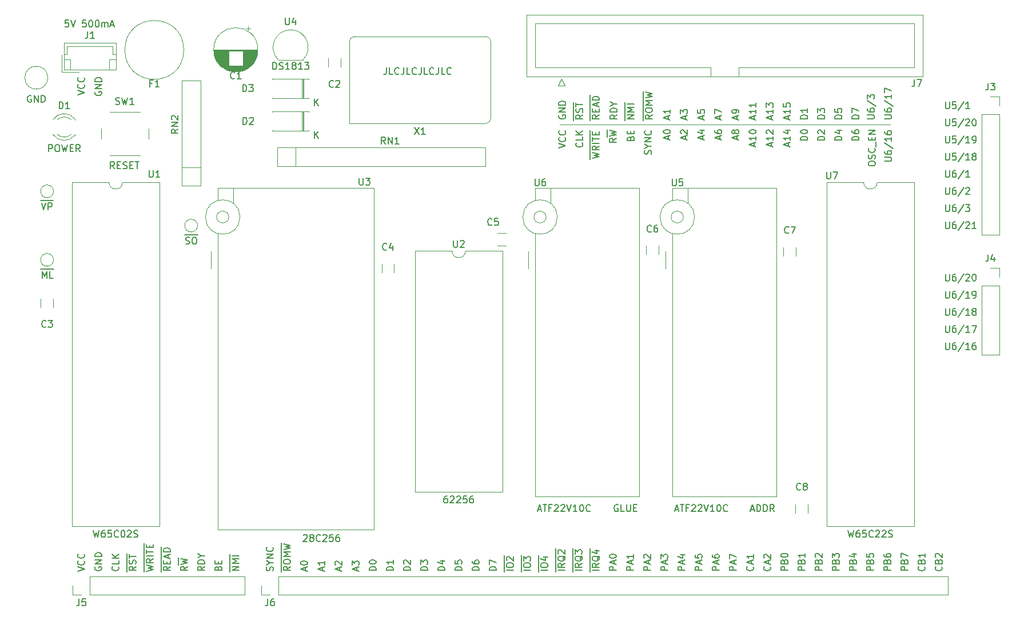
<source format=gto>
G04 #@! TF.GenerationSoftware,KiCad,Pcbnew,(5.1.10-1-10_14)*
G04 #@! TF.CreationDate,2021-11-19T10:15:32+01:00*
G04 #@! TF.ProjectId,mainboard_v3,6d61696e-626f-4617-9264-5f76332e6b69,rev?*
G04 #@! TF.SameCoordinates,Original*
G04 #@! TF.FileFunction,Legend,Top*
G04 #@! TF.FilePolarity,Positive*
%FSLAX46Y46*%
G04 Gerber Fmt 4.6, Leading zero omitted, Abs format (unit mm)*
G04 Created by KiCad (PCBNEW (5.1.10-1-10_14)) date 2021-11-19 10:15:32*
%MOMM*%
%LPD*%
G01*
G04 APERTURE LIST*
%ADD10C,0.150000*%
%ADD11C,0.120000*%
%ADD12O,2.200000X2.200000*%
%ADD13R,2.200000X2.200000*%
%ADD14O,1.700000X1.700000*%
%ADD15R,1.700000X1.700000*%
%ADD16O,1.600000X1.600000*%
%ADD17R,1.600000X1.600000*%
%ADD18O,2.000000X1.440000*%
%ADD19R,2.000000X1.440000*%
%ADD20C,1.500000*%
%ADD21C,1.600000*%
%ADD22C,1.800000*%
%ADD23R,1.800000X1.800000*%
%ADD24O,1.700000X2.000000*%
%ADD25C,2.000000*%
%ADD26C,1.700000*%
%ADD27R,1.050000X1.500000*%
%ADD28O,1.050000X1.500000*%
%ADD29C,3.000000*%
%ADD30C,4.700000*%
G04 APERTURE END LIST*
D10*
X93424952Y-70572380D02*
X93424952Y-71286666D01*
X93377333Y-71429523D01*
X93282095Y-71524761D01*
X93139238Y-71572380D01*
X93044000Y-71572380D01*
X94377333Y-71572380D02*
X93901142Y-71572380D01*
X93901142Y-70572380D01*
X95282095Y-71477142D02*
X95234476Y-71524761D01*
X95091619Y-71572380D01*
X94996380Y-71572380D01*
X94853523Y-71524761D01*
X94758285Y-71429523D01*
X94710666Y-71334285D01*
X94663047Y-71143809D01*
X94663047Y-71000952D01*
X94710666Y-70810476D01*
X94758285Y-70715238D01*
X94853523Y-70620000D01*
X94996380Y-70572380D01*
X95091619Y-70572380D01*
X95234476Y-70620000D01*
X95282095Y-70667619D01*
X95996380Y-70572380D02*
X95996380Y-71286666D01*
X95948761Y-71429523D01*
X95853523Y-71524761D01*
X95710666Y-71572380D01*
X95615428Y-71572380D01*
X96948761Y-71572380D02*
X96472571Y-71572380D01*
X96472571Y-70572380D01*
X97853523Y-71477142D02*
X97805904Y-71524761D01*
X97663047Y-71572380D01*
X97567809Y-71572380D01*
X97424952Y-71524761D01*
X97329714Y-71429523D01*
X97282095Y-71334285D01*
X97234476Y-71143809D01*
X97234476Y-71000952D01*
X97282095Y-70810476D01*
X97329714Y-70715238D01*
X97424952Y-70620000D01*
X97567809Y-70572380D01*
X97663047Y-70572380D01*
X97805904Y-70620000D01*
X97853523Y-70667619D01*
X98567809Y-70572380D02*
X98567809Y-71286666D01*
X98520190Y-71429523D01*
X98424952Y-71524761D01*
X98282095Y-71572380D01*
X98186857Y-71572380D01*
X99520190Y-71572380D02*
X99044000Y-71572380D01*
X99044000Y-70572380D01*
X100424952Y-71477142D02*
X100377333Y-71524761D01*
X100234476Y-71572380D01*
X100139238Y-71572380D01*
X99996380Y-71524761D01*
X99901142Y-71429523D01*
X99853523Y-71334285D01*
X99805904Y-71143809D01*
X99805904Y-71000952D01*
X99853523Y-70810476D01*
X99901142Y-70715238D01*
X99996380Y-70620000D01*
X100139238Y-70572380D01*
X100234476Y-70572380D01*
X100377333Y-70620000D01*
X100424952Y-70667619D01*
X101139238Y-70572380D02*
X101139238Y-71286666D01*
X101091619Y-71429523D01*
X100996380Y-71524761D01*
X100853523Y-71572380D01*
X100758285Y-71572380D01*
X102091619Y-71572380D02*
X101615428Y-71572380D01*
X101615428Y-70572380D01*
X102996380Y-71477142D02*
X102948761Y-71524761D01*
X102805904Y-71572380D01*
X102710666Y-71572380D01*
X102567809Y-71524761D01*
X102472571Y-71429523D01*
X102424952Y-71334285D01*
X102377333Y-71143809D01*
X102377333Y-71000952D01*
X102424952Y-70810476D01*
X102472571Y-70715238D01*
X102567809Y-70620000D01*
X102710666Y-70572380D01*
X102805904Y-70572380D01*
X102948761Y-70620000D01*
X102996380Y-70667619D01*
X123545000Y-78388500D02*
X123545000Y-77388500D01*
X124912380Y-77578976D02*
X124436190Y-77912309D01*
X124912380Y-78150404D02*
X123912380Y-78150404D01*
X123912380Y-77769452D01*
X123960000Y-77674214D01*
X124007619Y-77626595D01*
X124102857Y-77578976D01*
X124245714Y-77578976D01*
X124340952Y-77626595D01*
X124388571Y-77674214D01*
X124436190Y-77769452D01*
X124436190Y-78150404D01*
X123545000Y-77388500D02*
X123545000Y-76483738D01*
X124388571Y-77150404D02*
X124388571Y-76817071D01*
X124912380Y-76674214D02*
X124912380Y-77150404D01*
X123912380Y-77150404D01*
X123912380Y-76674214D01*
X123545000Y-76483738D02*
X123545000Y-75626595D01*
X124626666Y-76293261D02*
X124626666Y-75817071D01*
X124912380Y-76388500D02*
X123912380Y-76055166D01*
X124912380Y-75721833D01*
X123545000Y-75626595D02*
X123545000Y-74626595D01*
X124912380Y-75388500D02*
X123912380Y-75388500D01*
X123912380Y-75150404D01*
X123960000Y-75007547D01*
X124055238Y-74912309D01*
X124150476Y-74864690D01*
X124340952Y-74817071D01*
X124483809Y-74817071D01*
X124674285Y-74864690D01*
X124769523Y-74912309D01*
X124864761Y-75007547D01*
X124912380Y-75150404D01*
X124912380Y-75388500D01*
X131419000Y-78388500D02*
X131419000Y-77388500D01*
X132786380Y-77578976D02*
X132310190Y-77912309D01*
X132786380Y-78150404D02*
X131786380Y-78150404D01*
X131786380Y-77769452D01*
X131834000Y-77674214D01*
X131881619Y-77626595D01*
X131976857Y-77578976D01*
X132119714Y-77578976D01*
X132214952Y-77626595D01*
X132262571Y-77674214D01*
X132310190Y-77769452D01*
X132310190Y-78150404D01*
X131419000Y-77388500D02*
X131419000Y-76340880D01*
X131786380Y-76959928D02*
X131786380Y-76769452D01*
X131834000Y-76674214D01*
X131929238Y-76578976D01*
X132119714Y-76531357D01*
X132453047Y-76531357D01*
X132643523Y-76578976D01*
X132738761Y-76674214D01*
X132786380Y-76769452D01*
X132786380Y-76959928D01*
X132738761Y-77055166D01*
X132643523Y-77150404D01*
X132453047Y-77198023D01*
X132119714Y-77198023D01*
X131929238Y-77150404D01*
X131834000Y-77055166D01*
X131786380Y-76959928D01*
X131419000Y-76340880D02*
X131419000Y-75198023D01*
X132786380Y-76102785D02*
X131786380Y-76102785D01*
X132500666Y-75769452D01*
X131786380Y-75436119D01*
X132786380Y-75436119D01*
X131419000Y-75198023D02*
X131419000Y-74055166D01*
X131786380Y-75055166D02*
X132786380Y-74817071D01*
X132072095Y-74626595D01*
X132786380Y-74436119D01*
X131786380Y-74198023D01*
X46358561Y-63536580D02*
X45882371Y-63536580D01*
X45834752Y-64012771D01*
X45882371Y-63965152D01*
X45977609Y-63917533D01*
X46215704Y-63917533D01*
X46310942Y-63965152D01*
X46358561Y-64012771D01*
X46406180Y-64108009D01*
X46406180Y-64346104D01*
X46358561Y-64441342D01*
X46310942Y-64488961D01*
X46215704Y-64536580D01*
X45977609Y-64536580D01*
X45882371Y-64488961D01*
X45834752Y-64441342D01*
X46691895Y-63536580D02*
X47025228Y-64536580D01*
X47358561Y-63536580D01*
X48929990Y-63536580D02*
X48453800Y-63536580D01*
X48406180Y-64012771D01*
X48453800Y-63965152D01*
X48549038Y-63917533D01*
X48787133Y-63917533D01*
X48882371Y-63965152D01*
X48929990Y-64012771D01*
X48977609Y-64108009D01*
X48977609Y-64346104D01*
X48929990Y-64441342D01*
X48882371Y-64488961D01*
X48787133Y-64536580D01*
X48549038Y-64536580D01*
X48453800Y-64488961D01*
X48406180Y-64441342D01*
X49596657Y-63536580D02*
X49691895Y-63536580D01*
X49787133Y-63584200D01*
X49834752Y-63631819D01*
X49882371Y-63727057D01*
X49929990Y-63917533D01*
X49929990Y-64155628D01*
X49882371Y-64346104D01*
X49834752Y-64441342D01*
X49787133Y-64488961D01*
X49691895Y-64536580D01*
X49596657Y-64536580D01*
X49501419Y-64488961D01*
X49453800Y-64441342D01*
X49406180Y-64346104D01*
X49358561Y-64155628D01*
X49358561Y-63917533D01*
X49406180Y-63727057D01*
X49453800Y-63631819D01*
X49501419Y-63584200D01*
X49596657Y-63536580D01*
X50549038Y-63536580D02*
X50644276Y-63536580D01*
X50739514Y-63584200D01*
X50787133Y-63631819D01*
X50834752Y-63727057D01*
X50882371Y-63917533D01*
X50882371Y-64155628D01*
X50834752Y-64346104D01*
X50787133Y-64441342D01*
X50739514Y-64488961D01*
X50644276Y-64536580D01*
X50549038Y-64536580D01*
X50453800Y-64488961D01*
X50406180Y-64441342D01*
X50358561Y-64346104D01*
X50310942Y-64155628D01*
X50310942Y-63917533D01*
X50358561Y-63727057D01*
X50406180Y-63631819D01*
X50453800Y-63584200D01*
X50549038Y-63536580D01*
X51310942Y-64536580D02*
X51310942Y-63869914D01*
X51310942Y-63965152D02*
X51358561Y-63917533D01*
X51453800Y-63869914D01*
X51596657Y-63869914D01*
X51691895Y-63917533D01*
X51739514Y-64012771D01*
X51739514Y-64536580D01*
X51739514Y-64012771D02*
X51787133Y-63917533D01*
X51882371Y-63869914D01*
X52025228Y-63869914D01*
X52120466Y-63917533D01*
X52168085Y-64012771D01*
X52168085Y-64536580D01*
X52596657Y-64250866D02*
X53072847Y-64250866D01*
X52501419Y-64536580D02*
X52834752Y-63536580D01*
X53168085Y-64536580D01*
D11*
X168021000Y-78994000D02*
X119126000Y-78994000D01*
D10*
X167219380Y-78150404D02*
X168028904Y-78150404D01*
X168124142Y-78102785D01*
X168171761Y-78055166D01*
X168219380Y-77959928D01*
X168219380Y-77769452D01*
X168171761Y-77674214D01*
X168124142Y-77626595D01*
X168028904Y-77578976D01*
X167219380Y-77578976D01*
X167219380Y-76674214D02*
X167219380Y-76864690D01*
X167267000Y-76959928D01*
X167314619Y-77007547D01*
X167457476Y-77102785D01*
X167647952Y-77150404D01*
X168028904Y-77150404D01*
X168124142Y-77102785D01*
X168171761Y-77055166D01*
X168219380Y-76959928D01*
X168219380Y-76769452D01*
X168171761Y-76674214D01*
X168124142Y-76626595D01*
X168028904Y-76578976D01*
X167790809Y-76578976D01*
X167695571Y-76626595D01*
X167647952Y-76674214D01*
X167600333Y-76769452D01*
X167600333Y-76959928D01*
X167647952Y-77055166D01*
X167695571Y-77102785D01*
X167790809Y-77150404D01*
X167171761Y-75436119D02*
X168457476Y-76293261D01*
X168219380Y-74578976D02*
X168219380Y-75150404D01*
X168219380Y-74864690D02*
X167219380Y-74864690D01*
X167362238Y-74959928D01*
X167457476Y-75055166D01*
X167505095Y-75150404D01*
X167219380Y-74245642D02*
X167219380Y-73578976D01*
X168219380Y-74007547D01*
X164679380Y-78150404D02*
X165488904Y-78150404D01*
X165584142Y-78102785D01*
X165631761Y-78055166D01*
X165679380Y-77959928D01*
X165679380Y-77769452D01*
X165631761Y-77674214D01*
X165584142Y-77626595D01*
X165488904Y-77578976D01*
X164679380Y-77578976D01*
X164679380Y-76674214D02*
X164679380Y-76864690D01*
X164727000Y-76959928D01*
X164774619Y-77007547D01*
X164917476Y-77102785D01*
X165107952Y-77150404D01*
X165488904Y-77150404D01*
X165584142Y-77102785D01*
X165631761Y-77055166D01*
X165679380Y-76959928D01*
X165679380Y-76769452D01*
X165631761Y-76674214D01*
X165584142Y-76626595D01*
X165488904Y-76578976D01*
X165250809Y-76578976D01*
X165155571Y-76626595D01*
X165107952Y-76674214D01*
X165060333Y-76769452D01*
X165060333Y-76959928D01*
X165107952Y-77055166D01*
X165155571Y-77102785D01*
X165250809Y-77150404D01*
X164631761Y-75436119D02*
X165917476Y-76293261D01*
X164679380Y-75198023D02*
X164679380Y-74578976D01*
X165060333Y-74912309D01*
X165060333Y-74769452D01*
X165107952Y-74674214D01*
X165155571Y-74626595D01*
X165250809Y-74578976D01*
X165488904Y-74578976D01*
X165584142Y-74626595D01*
X165631761Y-74674214D01*
X165679380Y-74769452D01*
X165679380Y-75055166D01*
X165631761Y-75150404D01*
X165584142Y-75198023D01*
X164806380Y-84885214D02*
X164806380Y-84694738D01*
X164854000Y-84599500D01*
X164949238Y-84504261D01*
X165139714Y-84456642D01*
X165473047Y-84456642D01*
X165663523Y-84504261D01*
X165758761Y-84599500D01*
X165806380Y-84694738D01*
X165806380Y-84885214D01*
X165758761Y-84980452D01*
X165663523Y-85075690D01*
X165473047Y-85123309D01*
X165139714Y-85123309D01*
X164949238Y-85075690D01*
X164854000Y-84980452D01*
X164806380Y-84885214D01*
X165758761Y-84075690D02*
X165806380Y-83932833D01*
X165806380Y-83694738D01*
X165758761Y-83599500D01*
X165711142Y-83551880D01*
X165615904Y-83504261D01*
X165520666Y-83504261D01*
X165425428Y-83551880D01*
X165377809Y-83599500D01*
X165330190Y-83694738D01*
X165282571Y-83885214D01*
X165234952Y-83980452D01*
X165187333Y-84028071D01*
X165092095Y-84075690D01*
X164996857Y-84075690D01*
X164901619Y-84028071D01*
X164854000Y-83980452D01*
X164806380Y-83885214D01*
X164806380Y-83647119D01*
X164854000Y-83504261D01*
X165711142Y-82504261D02*
X165758761Y-82551880D01*
X165806380Y-82694738D01*
X165806380Y-82789976D01*
X165758761Y-82932833D01*
X165663523Y-83028071D01*
X165568285Y-83075690D01*
X165377809Y-83123309D01*
X165234952Y-83123309D01*
X165044476Y-83075690D01*
X164949238Y-83028071D01*
X164854000Y-82932833D01*
X164806380Y-82789976D01*
X164806380Y-82694738D01*
X164854000Y-82551880D01*
X164901619Y-82504261D01*
X165901619Y-82313785D02*
X165901619Y-81551880D01*
X165282571Y-81313785D02*
X165282571Y-80980452D01*
X165806380Y-80837595D02*
X165806380Y-81313785D01*
X164806380Y-81313785D01*
X164806380Y-80837595D01*
X165806380Y-80409023D02*
X164806380Y-80409023D01*
X165806380Y-79837595D01*
X164806380Y-79837595D01*
X163393380Y-81313785D02*
X162393380Y-81313785D01*
X162393380Y-81075690D01*
X162441000Y-80932833D01*
X162536238Y-80837595D01*
X162631476Y-80789976D01*
X162821952Y-80742357D01*
X162964809Y-80742357D01*
X163155285Y-80789976D01*
X163250523Y-80837595D01*
X163345761Y-80932833D01*
X163393380Y-81075690D01*
X163393380Y-81313785D01*
X162393380Y-79885214D02*
X162393380Y-80075690D01*
X162441000Y-80170928D01*
X162488619Y-80218547D01*
X162631476Y-80313785D01*
X162821952Y-80361404D01*
X163202904Y-80361404D01*
X163298142Y-80313785D01*
X163345761Y-80266166D01*
X163393380Y-80170928D01*
X163393380Y-79980452D01*
X163345761Y-79885214D01*
X163298142Y-79837595D01*
X163202904Y-79789976D01*
X162964809Y-79789976D01*
X162869571Y-79837595D01*
X162821952Y-79885214D01*
X162774333Y-79980452D01*
X162774333Y-80170928D01*
X162821952Y-80266166D01*
X162869571Y-80313785D01*
X162964809Y-80361404D01*
X160853380Y-81313785D02*
X159853380Y-81313785D01*
X159853380Y-81075690D01*
X159901000Y-80932833D01*
X159996238Y-80837595D01*
X160091476Y-80789976D01*
X160281952Y-80742357D01*
X160424809Y-80742357D01*
X160615285Y-80789976D01*
X160710523Y-80837595D01*
X160805761Y-80932833D01*
X160853380Y-81075690D01*
X160853380Y-81313785D01*
X160186714Y-79885214D02*
X160853380Y-79885214D01*
X159805761Y-80123309D02*
X160520047Y-80361404D01*
X160520047Y-79742357D01*
X158313380Y-81313785D02*
X157313380Y-81313785D01*
X157313380Y-81075690D01*
X157361000Y-80932833D01*
X157456238Y-80837595D01*
X157551476Y-80789976D01*
X157741952Y-80742357D01*
X157884809Y-80742357D01*
X158075285Y-80789976D01*
X158170523Y-80837595D01*
X158265761Y-80932833D01*
X158313380Y-81075690D01*
X158313380Y-81313785D01*
X157408619Y-80361404D02*
X157361000Y-80313785D01*
X157313380Y-80218547D01*
X157313380Y-79980452D01*
X157361000Y-79885214D01*
X157408619Y-79837595D01*
X157503857Y-79789976D01*
X157599095Y-79789976D01*
X157741952Y-79837595D01*
X158313380Y-80409023D01*
X158313380Y-79789976D01*
X155773380Y-81313785D02*
X154773380Y-81313785D01*
X154773380Y-81075690D01*
X154821000Y-80932833D01*
X154916238Y-80837595D01*
X155011476Y-80789976D01*
X155201952Y-80742357D01*
X155344809Y-80742357D01*
X155535285Y-80789976D01*
X155630523Y-80837595D01*
X155725761Y-80932833D01*
X155773380Y-81075690D01*
X155773380Y-81313785D01*
X154773380Y-80123309D02*
X154773380Y-80028071D01*
X154821000Y-79932833D01*
X154868619Y-79885214D01*
X154963857Y-79837595D01*
X155154333Y-79789976D01*
X155392428Y-79789976D01*
X155582904Y-79837595D01*
X155678142Y-79885214D01*
X155725761Y-79932833D01*
X155773380Y-80028071D01*
X155773380Y-80123309D01*
X155725761Y-80218547D01*
X155678142Y-80266166D01*
X155582904Y-80313785D01*
X155392428Y-80361404D01*
X155154333Y-80361404D01*
X154963857Y-80313785D01*
X154868619Y-80266166D01*
X154821000Y-80218547D01*
X154773380Y-80123309D01*
X152947666Y-82170928D02*
X152947666Y-81694738D01*
X153233380Y-82266166D02*
X152233380Y-81932833D01*
X153233380Y-81599500D01*
X153233380Y-80742357D02*
X153233380Y-81313785D01*
X153233380Y-81028071D02*
X152233380Y-81028071D01*
X152376238Y-81123309D01*
X152471476Y-81218547D01*
X152519095Y-81313785D01*
X152566714Y-79885214D02*
X153233380Y-79885214D01*
X152185761Y-80123309D02*
X152900047Y-80361404D01*
X152900047Y-79742357D01*
X150407666Y-82170928D02*
X150407666Y-81694738D01*
X150693380Y-82266166D02*
X149693380Y-81932833D01*
X150693380Y-81599500D01*
X150693380Y-80742357D02*
X150693380Y-81313785D01*
X150693380Y-81028071D02*
X149693380Y-81028071D01*
X149836238Y-81123309D01*
X149931476Y-81218547D01*
X149979095Y-81313785D01*
X149788619Y-80361404D02*
X149741000Y-80313785D01*
X149693380Y-80218547D01*
X149693380Y-79980452D01*
X149741000Y-79885214D01*
X149788619Y-79837595D01*
X149883857Y-79789976D01*
X149979095Y-79789976D01*
X150121952Y-79837595D01*
X150693380Y-80409023D01*
X150693380Y-79789976D01*
X147867666Y-82170928D02*
X147867666Y-81694738D01*
X148153380Y-82266166D02*
X147153380Y-81932833D01*
X148153380Y-81599500D01*
X148153380Y-80742357D02*
X148153380Y-81313785D01*
X148153380Y-81028071D02*
X147153380Y-81028071D01*
X147296238Y-81123309D01*
X147391476Y-81218547D01*
X147439095Y-81313785D01*
X147153380Y-80123309D02*
X147153380Y-80028071D01*
X147201000Y-79932833D01*
X147248619Y-79885214D01*
X147343857Y-79837595D01*
X147534333Y-79789976D01*
X147772428Y-79789976D01*
X147962904Y-79837595D01*
X148058142Y-79885214D01*
X148105761Y-79932833D01*
X148153380Y-80028071D01*
X148153380Y-80123309D01*
X148105761Y-80218547D01*
X148058142Y-80266166D01*
X147962904Y-80313785D01*
X147772428Y-80361404D01*
X147534333Y-80361404D01*
X147343857Y-80313785D01*
X147248619Y-80266166D01*
X147201000Y-80218547D01*
X147153380Y-80123309D01*
X145327666Y-81218547D02*
X145327666Y-80742357D01*
X145613380Y-81313785D02*
X144613380Y-80980452D01*
X145613380Y-80647119D01*
X145041952Y-80170928D02*
X144994333Y-80266166D01*
X144946714Y-80313785D01*
X144851476Y-80361404D01*
X144803857Y-80361404D01*
X144708619Y-80313785D01*
X144661000Y-80266166D01*
X144613380Y-80170928D01*
X144613380Y-79980452D01*
X144661000Y-79885214D01*
X144708619Y-79837595D01*
X144803857Y-79789976D01*
X144851476Y-79789976D01*
X144946714Y-79837595D01*
X144994333Y-79885214D01*
X145041952Y-79980452D01*
X145041952Y-80170928D01*
X145089571Y-80266166D01*
X145137190Y-80313785D01*
X145232428Y-80361404D01*
X145422904Y-80361404D01*
X145518142Y-80313785D01*
X145565761Y-80266166D01*
X145613380Y-80170928D01*
X145613380Y-79980452D01*
X145565761Y-79885214D01*
X145518142Y-79837595D01*
X145422904Y-79789976D01*
X145232428Y-79789976D01*
X145137190Y-79837595D01*
X145089571Y-79885214D01*
X145041952Y-79980452D01*
X142787666Y-81218547D02*
X142787666Y-80742357D01*
X143073380Y-81313785D02*
X142073380Y-80980452D01*
X143073380Y-80647119D01*
X142073380Y-79885214D02*
X142073380Y-80075690D01*
X142121000Y-80170928D01*
X142168619Y-80218547D01*
X142311476Y-80313785D01*
X142501952Y-80361404D01*
X142882904Y-80361404D01*
X142978142Y-80313785D01*
X143025761Y-80266166D01*
X143073380Y-80170928D01*
X143073380Y-79980452D01*
X143025761Y-79885214D01*
X142978142Y-79837595D01*
X142882904Y-79789976D01*
X142644809Y-79789976D01*
X142549571Y-79837595D01*
X142501952Y-79885214D01*
X142454333Y-79980452D01*
X142454333Y-80170928D01*
X142501952Y-80266166D01*
X142549571Y-80313785D01*
X142644809Y-80361404D01*
X140247666Y-81218547D02*
X140247666Y-80742357D01*
X140533380Y-81313785D02*
X139533380Y-80980452D01*
X140533380Y-80647119D01*
X139866714Y-79885214D02*
X140533380Y-79885214D01*
X139485761Y-80123309D02*
X140200047Y-80361404D01*
X140200047Y-79742357D01*
X137707666Y-81218547D02*
X137707666Y-80742357D01*
X137993380Y-81313785D02*
X136993380Y-80980452D01*
X137993380Y-80647119D01*
X137088619Y-80361404D02*
X137041000Y-80313785D01*
X136993380Y-80218547D01*
X136993380Y-79980452D01*
X137041000Y-79885214D01*
X137088619Y-79837595D01*
X137183857Y-79789976D01*
X137279095Y-79789976D01*
X137421952Y-79837595D01*
X137993380Y-80409023D01*
X137993380Y-79789976D01*
X135167666Y-81218547D02*
X135167666Y-80742357D01*
X135453380Y-81313785D02*
X134453380Y-80980452D01*
X135453380Y-80647119D01*
X134453380Y-80123309D02*
X134453380Y-80028071D01*
X134501000Y-79932833D01*
X134548619Y-79885214D01*
X134643857Y-79837595D01*
X134834333Y-79789976D01*
X135072428Y-79789976D01*
X135262904Y-79837595D01*
X135358142Y-79885214D01*
X135405761Y-79932833D01*
X135453380Y-80028071D01*
X135453380Y-80123309D01*
X135405761Y-80218547D01*
X135358142Y-80266166D01*
X135262904Y-80313785D01*
X135072428Y-80361404D01*
X134834333Y-80361404D01*
X134643857Y-80313785D01*
X134548619Y-80266166D01*
X134501000Y-80218547D01*
X134453380Y-80123309D01*
X128752000Y-78388500D02*
X128752000Y-77340880D01*
X130119380Y-78150404D02*
X129119380Y-78150404D01*
X130119380Y-77578976D01*
X129119380Y-77578976D01*
X128752000Y-77340880D02*
X128752000Y-76198023D01*
X130119380Y-77102785D02*
X129119380Y-77102785D01*
X129833666Y-76769452D01*
X129119380Y-76436119D01*
X130119380Y-76436119D01*
X128752000Y-76198023D02*
X128752000Y-75721833D01*
X130119380Y-75959928D02*
X129119380Y-75959928D01*
X127579380Y-77578976D02*
X127103190Y-77912309D01*
X127579380Y-78150404D02*
X126579380Y-78150404D01*
X126579380Y-77769452D01*
X126627000Y-77674214D01*
X126674619Y-77626595D01*
X126769857Y-77578976D01*
X126912714Y-77578976D01*
X127007952Y-77626595D01*
X127055571Y-77674214D01*
X127103190Y-77769452D01*
X127103190Y-78150404D01*
X127579380Y-77150404D02*
X126579380Y-77150404D01*
X126579380Y-76912309D01*
X126627000Y-76769452D01*
X126722238Y-76674214D01*
X126817476Y-76626595D01*
X127007952Y-76578976D01*
X127150809Y-76578976D01*
X127341285Y-76626595D01*
X127436523Y-76674214D01*
X127531761Y-76769452D01*
X127579380Y-76912309D01*
X127579380Y-77150404D01*
X127103190Y-75959928D02*
X127579380Y-75959928D01*
X126579380Y-76293261D02*
X127103190Y-75959928D01*
X126579380Y-75626595D01*
X123545000Y-84139214D02*
X123545000Y-82996357D01*
X123912380Y-83996357D02*
X124912380Y-83758261D01*
X124198095Y-83567785D01*
X124912380Y-83377309D01*
X123912380Y-83139214D01*
X123545000Y-82996357D02*
X123545000Y-81996357D01*
X124912380Y-82186833D02*
X124436190Y-82520166D01*
X124912380Y-82758261D02*
X123912380Y-82758261D01*
X123912380Y-82377309D01*
X123960000Y-82282071D01*
X124007619Y-82234452D01*
X124102857Y-82186833D01*
X124245714Y-82186833D01*
X124340952Y-82234452D01*
X124388571Y-82282071D01*
X124436190Y-82377309D01*
X124436190Y-82758261D01*
X123545000Y-81996357D02*
X123545000Y-81520166D01*
X124912380Y-81758261D02*
X123912380Y-81758261D01*
X123545000Y-81520166D02*
X123545000Y-80758261D01*
X123912380Y-81424928D02*
X123912380Y-80853500D01*
X124912380Y-81139214D02*
X123912380Y-81139214D01*
X123545000Y-80758261D02*
X123545000Y-79853500D01*
X124388571Y-80520166D02*
X124388571Y-80186833D01*
X124912380Y-80043976D02*
X124912380Y-80520166D01*
X123912380Y-80520166D01*
X123912380Y-80043976D01*
X121132000Y-78388500D02*
X121132000Y-77388500D01*
X122499380Y-77578976D02*
X122023190Y-77912309D01*
X122499380Y-78150404D02*
X121499380Y-78150404D01*
X121499380Y-77769452D01*
X121547000Y-77674214D01*
X121594619Y-77626595D01*
X121689857Y-77578976D01*
X121832714Y-77578976D01*
X121927952Y-77626595D01*
X121975571Y-77674214D01*
X122023190Y-77769452D01*
X122023190Y-78150404D01*
X121132000Y-77388500D02*
X121132000Y-76436119D01*
X122451761Y-77198023D02*
X122499380Y-77055166D01*
X122499380Y-76817071D01*
X122451761Y-76721833D01*
X122404142Y-76674214D01*
X122308904Y-76626595D01*
X122213666Y-76626595D01*
X122118428Y-76674214D01*
X122070809Y-76721833D01*
X122023190Y-76817071D01*
X121975571Y-77007547D01*
X121927952Y-77102785D01*
X121880333Y-77150404D01*
X121785095Y-77198023D01*
X121689857Y-77198023D01*
X121594619Y-77150404D01*
X121547000Y-77102785D01*
X121499380Y-77007547D01*
X121499380Y-76769452D01*
X121547000Y-76626595D01*
X121132000Y-76436119D02*
X121132000Y-75674214D01*
X121499380Y-76340880D02*
X121499380Y-75769452D01*
X122499380Y-76055166D02*
X121499380Y-76055166D01*
X119007000Y-77626595D02*
X118959380Y-77721833D01*
X118959380Y-77864690D01*
X119007000Y-78007547D01*
X119102238Y-78102785D01*
X119197476Y-78150404D01*
X119387952Y-78198023D01*
X119530809Y-78198023D01*
X119721285Y-78150404D01*
X119816523Y-78102785D01*
X119911761Y-78007547D01*
X119959380Y-77864690D01*
X119959380Y-77769452D01*
X119911761Y-77626595D01*
X119864142Y-77578976D01*
X119530809Y-77578976D01*
X119530809Y-77769452D01*
X119959380Y-77150404D02*
X118959380Y-77150404D01*
X119959380Y-76578976D01*
X118959380Y-76578976D01*
X119959380Y-76102785D02*
X118959380Y-76102785D01*
X118959380Y-75864690D01*
X119007000Y-75721833D01*
X119102238Y-75626595D01*
X119197476Y-75578976D01*
X119387952Y-75531357D01*
X119530809Y-75531357D01*
X119721285Y-75578976D01*
X119816523Y-75626595D01*
X119911761Y-75721833D01*
X119959380Y-75864690D01*
X119959380Y-76102785D01*
X167219380Y-84440785D02*
X168028904Y-84440785D01*
X168124142Y-84393166D01*
X168171761Y-84345547D01*
X168219380Y-84250309D01*
X168219380Y-84059833D01*
X168171761Y-83964595D01*
X168124142Y-83916976D01*
X168028904Y-83869357D01*
X167219380Y-83869357D01*
X167219380Y-82964595D02*
X167219380Y-83155071D01*
X167267000Y-83250309D01*
X167314619Y-83297928D01*
X167457476Y-83393166D01*
X167647952Y-83440785D01*
X168028904Y-83440785D01*
X168124142Y-83393166D01*
X168171761Y-83345547D01*
X168219380Y-83250309D01*
X168219380Y-83059833D01*
X168171761Y-82964595D01*
X168124142Y-82916976D01*
X168028904Y-82869357D01*
X167790809Y-82869357D01*
X167695571Y-82916976D01*
X167647952Y-82964595D01*
X167600333Y-83059833D01*
X167600333Y-83250309D01*
X167647952Y-83345547D01*
X167695571Y-83393166D01*
X167790809Y-83440785D01*
X167171761Y-81726500D02*
X168457476Y-82583642D01*
X168219380Y-80869357D02*
X168219380Y-81440785D01*
X168219380Y-81155071D02*
X167219380Y-81155071D01*
X167362238Y-81250309D01*
X167457476Y-81345547D01*
X167505095Y-81440785D01*
X167219380Y-80012214D02*
X167219380Y-80202690D01*
X167267000Y-80297928D01*
X167314619Y-80345547D01*
X167457476Y-80440785D01*
X167647952Y-80488404D01*
X168028904Y-80488404D01*
X168124142Y-80440785D01*
X168171761Y-80393166D01*
X168219380Y-80297928D01*
X168219380Y-80107452D01*
X168171761Y-80012214D01*
X168124142Y-79964595D01*
X168028904Y-79916976D01*
X167790809Y-79916976D01*
X167695571Y-79964595D01*
X167647952Y-80012214D01*
X167600333Y-80107452D01*
X167600333Y-80297928D01*
X167647952Y-80393166D01*
X167695571Y-80440785D01*
X167790809Y-80488404D01*
X163393380Y-78150404D02*
X162393380Y-78150404D01*
X162393380Y-77912309D01*
X162441000Y-77769452D01*
X162536238Y-77674214D01*
X162631476Y-77626595D01*
X162821952Y-77578976D01*
X162964809Y-77578976D01*
X163155285Y-77626595D01*
X163250523Y-77674214D01*
X163345761Y-77769452D01*
X163393380Y-77912309D01*
X163393380Y-78150404D01*
X162393380Y-77245642D02*
X162393380Y-76578976D01*
X163393380Y-77007547D01*
X160853380Y-78150404D02*
X159853380Y-78150404D01*
X159853380Y-77912309D01*
X159901000Y-77769452D01*
X159996238Y-77674214D01*
X160091476Y-77626595D01*
X160281952Y-77578976D01*
X160424809Y-77578976D01*
X160615285Y-77626595D01*
X160710523Y-77674214D01*
X160805761Y-77769452D01*
X160853380Y-77912309D01*
X160853380Y-78150404D01*
X159853380Y-76674214D02*
X159853380Y-77150404D01*
X160329571Y-77198023D01*
X160281952Y-77150404D01*
X160234333Y-77055166D01*
X160234333Y-76817071D01*
X160281952Y-76721833D01*
X160329571Y-76674214D01*
X160424809Y-76626595D01*
X160662904Y-76626595D01*
X160758142Y-76674214D01*
X160805761Y-76721833D01*
X160853380Y-76817071D01*
X160853380Y-77055166D01*
X160805761Y-77150404D01*
X160758142Y-77198023D01*
X158313380Y-78150404D02*
X157313380Y-78150404D01*
X157313380Y-77912309D01*
X157361000Y-77769452D01*
X157456238Y-77674214D01*
X157551476Y-77626595D01*
X157741952Y-77578976D01*
X157884809Y-77578976D01*
X158075285Y-77626595D01*
X158170523Y-77674214D01*
X158265761Y-77769452D01*
X158313380Y-77912309D01*
X158313380Y-78150404D01*
X157313380Y-77245642D02*
X157313380Y-76626595D01*
X157694333Y-76959928D01*
X157694333Y-76817071D01*
X157741952Y-76721833D01*
X157789571Y-76674214D01*
X157884809Y-76626595D01*
X158122904Y-76626595D01*
X158218142Y-76674214D01*
X158265761Y-76721833D01*
X158313380Y-76817071D01*
X158313380Y-77102785D01*
X158265761Y-77198023D01*
X158218142Y-77245642D01*
X155773380Y-78150404D02*
X154773380Y-78150404D01*
X154773380Y-77912309D01*
X154821000Y-77769452D01*
X154916238Y-77674214D01*
X155011476Y-77626595D01*
X155201952Y-77578976D01*
X155344809Y-77578976D01*
X155535285Y-77626595D01*
X155630523Y-77674214D01*
X155725761Y-77769452D01*
X155773380Y-77912309D01*
X155773380Y-78150404D01*
X155773380Y-76626595D02*
X155773380Y-77198023D01*
X155773380Y-76912309D02*
X154773380Y-76912309D01*
X154916238Y-77007547D01*
X155011476Y-77102785D01*
X155059095Y-77198023D01*
X152947666Y-78198023D02*
X152947666Y-77721833D01*
X153233380Y-78293261D02*
X152233380Y-77959928D01*
X153233380Y-77626595D01*
X153233380Y-76769452D02*
X153233380Y-77340880D01*
X153233380Y-77055166D02*
X152233380Y-77055166D01*
X152376238Y-77150404D01*
X152471476Y-77245642D01*
X152519095Y-77340880D01*
X152233380Y-75864690D02*
X152233380Y-76340880D01*
X152709571Y-76388500D01*
X152661952Y-76340880D01*
X152614333Y-76245642D01*
X152614333Y-76007547D01*
X152661952Y-75912309D01*
X152709571Y-75864690D01*
X152804809Y-75817071D01*
X153042904Y-75817071D01*
X153138142Y-75864690D01*
X153185761Y-75912309D01*
X153233380Y-76007547D01*
X153233380Y-76245642D01*
X153185761Y-76340880D01*
X153138142Y-76388500D01*
X150407666Y-78198023D02*
X150407666Y-77721833D01*
X150693380Y-78293261D02*
X149693380Y-77959928D01*
X150693380Y-77626595D01*
X150693380Y-76769452D02*
X150693380Y-77340880D01*
X150693380Y-77055166D02*
X149693380Y-77055166D01*
X149836238Y-77150404D01*
X149931476Y-77245642D01*
X149979095Y-77340880D01*
X149693380Y-76436119D02*
X149693380Y-75817071D01*
X150074333Y-76150404D01*
X150074333Y-76007547D01*
X150121952Y-75912309D01*
X150169571Y-75864690D01*
X150264809Y-75817071D01*
X150502904Y-75817071D01*
X150598142Y-75864690D01*
X150645761Y-75912309D01*
X150693380Y-76007547D01*
X150693380Y-76293261D01*
X150645761Y-76388500D01*
X150598142Y-76436119D01*
X147867666Y-78198023D02*
X147867666Y-77721833D01*
X148153380Y-78293261D02*
X147153380Y-77959928D01*
X148153380Y-77626595D01*
X148153380Y-76769452D02*
X148153380Y-77340880D01*
X148153380Y-77055166D02*
X147153380Y-77055166D01*
X147296238Y-77150404D01*
X147391476Y-77245642D01*
X147439095Y-77340880D01*
X148153380Y-75817071D02*
X148153380Y-76388500D01*
X148153380Y-76102785D02*
X147153380Y-76102785D01*
X147296238Y-76198023D01*
X147391476Y-76293261D01*
X147439095Y-76388500D01*
X145327666Y-78198023D02*
X145327666Y-77721833D01*
X145613380Y-78293261D02*
X144613380Y-77959928D01*
X145613380Y-77626595D01*
X145613380Y-77245642D02*
X145613380Y-77055166D01*
X145565761Y-76959928D01*
X145518142Y-76912309D01*
X145375285Y-76817071D01*
X145184809Y-76769452D01*
X144803857Y-76769452D01*
X144708619Y-76817071D01*
X144661000Y-76864690D01*
X144613380Y-76959928D01*
X144613380Y-77150404D01*
X144661000Y-77245642D01*
X144708619Y-77293261D01*
X144803857Y-77340880D01*
X145041952Y-77340880D01*
X145137190Y-77293261D01*
X145184809Y-77245642D01*
X145232428Y-77150404D01*
X145232428Y-76959928D01*
X145184809Y-76864690D01*
X145137190Y-76817071D01*
X145041952Y-76769452D01*
X142787666Y-78198023D02*
X142787666Y-77721833D01*
X143073380Y-78293261D02*
X142073380Y-77959928D01*
X143073380Y-77626595D01*
X142073380Y-77388500D02*
X142073380Y-76721833D01*
X143073380Y-77150404D01*
X140247666Y-78198023D02*
X140247666Y-77721833D01*
X140533380Y-78293261D02*
X139533380Y-77959928D01*
X140533380Y-77626595D01*
X139533380Y-76817071D02*
X139533380Y-77293261D01*
X140009571Y-77340880D01*
X139961952Y-77293261D01*
X139914333Y-77198023D01*
X139914333Y-76959928D01*
X139961952Y-76864690D01*
X140009571Y-76817071D01*
X140104809Y-76769452D01*
X140342904Y-76769452D01*
X140438142Y-76817071D01*
X140485761Y-76864690D01*
X140533380Y-76959928D01*
X140533380Y-77198023D01*
X140485761Y-77293261D01*
X140438142Y-77340880D01*
X137707666Y-78198023D02*
X137707666Y-77721833D01*
X137993380Y-78293261D02*
X136993380Y-77959928D01*
X137993380Y-77626595D01*
X136993380Y-77388500D02*
X136993380Y-76769452D01*
X137374333Y-77102785D01*
X137374333Y-76959928D01*
X137421952Y-76864690D01*
X137469571Y-76817071D01*
X137564809Y-76769452D01*
X137802904Y-76769452D01*
X137898142Y-76817071D01*
X137945761Y-76864690D01*
X137993380Y-76959928D01*
X137993380Y-77245642D01*
X137945761Y-77340880D01*
X137898142Y-77388500D01*
X135167666Y-78198023D02*
X135167666Y-77721833D01*
X135453380Y-78293261D02*
X134453380Y-77959928D01*
X135453380Y-77626595D01*
X135453380Y-76769452D02*
X135453380Y-77340880D01*
X135453380Y-77055166D02*
X134453380Y-77055166D01*
X134596238Y-77150404D01*
X134691476Y-77245642D01*
X134739095Y-77340880D01*
X132611761Y-83393166D02*
X132659380Y-83250309D01*
X132659380Y-83012214D01*
X132611761Y-82916976D01*
X132564142Y-82869357D01*
X132468904Y-82821738D01*
X132373666Y-82821738D01*
X132278428Y-82869357D01*
X132230809Y-82916976D01*
X132183190Y-83012214D01*
X132135571Y-83202690D01*
X132087952Y-83297928D01*
X132040333Y-83345547D01*
X131945095Y-83393166D01*
X131849857Y-83393166D01*
X131754619Y-83345547D01*
X131707000Y-83297928D01*
X131659380Y-83202690D01*
X131659380Y-82964595D01*
X131707000Y-82821738D01*
X132183190Y-82202690D02*
X132659380Y-82202690D01*
X131659380Y-82536023D02*
X132183190Y-82202690D01*
X131659380Y-81869357D01*
X132659380Y-81536023D02*
X131659380Y-81536023D01*
X132659380Y-80964595D01*
X131659380Y-80964595D01*
X132564142Y-79916976D02*
X132611761Y-79964595D01*
X132659380Y-80107452D01*
X132659380Y-80202690D01*
X132611761Y-80345547D01*
X132516523Y-80440785D01*
X132421285Y-80488404D01*
X132230809Y-80536023D01*
X132087952Y-80536023D01*
X131897476Y-80488404D01*
X131802238Y-80440785D01*
X131707000Y-80345547D01*
X131659380Y-80202690D01*
X131659380Y-80107452D01*
X131707000Y-79964595D01*
X131754619Y-79916976D01*
X129595571Y-81059833D02*
X129643190Y-80916976D01*
X129690809Y-80869357D01*
X129786047Y-80821738D01*
X129928904Y-80821738D01*
X130024142Y-80869357D01*
X130071761Y-80916976D01*
X130119380Y-81012214D01*
X130119380Y-81393166D01*
X129119380Y-81393166D01*
X129119380Y-81059833D01*
X129167000Y-80964595D01*
X129214619Y-80916976D01*
X129309857Y-80869357D01*
X129405095Y-80869357D01*
X129500333Y-80916976D01*
X129547952Y-80964595D01*
X129595571Y-81059833D01*
X129595571Y-81393166D01*
X129595571Y-80393166D02*
X129595571Y-80059833D01*
X130119380Y-79916976D02*
X130119380Y-80393166D01*
X129119380Y-80393166D01*
X129119380Y-79916976D01*
X127452380Y-81059833D02*
X126976190Y-81393166D01*
X127452380Y-81631261D02*
X126452380Y-81631261D01*
X126452380Y-81250309D01*
X126500000Y-81155071D01*
X126547619Y-81107452D01*
X126642857Y-81059833D01*
X126785714Y-81059833D01*
X126880952Y-81107452D01*
X126928571Y-81155071D01*
X126976190Y-81250309D01*
X126976190Y-81631261D01*
X126085000Y-80869357D02*
X126085000Y-79726500D01*
X126452380Y-80726500D02*
X127452380Y-80488404D01*
X126738095Y-80297928D01*
X127452380Y-80107452D01*
X126452380Y-79869357D01*
X122404142Y-81726500D02*
X122451761Y-81774119D01*
X122499380Y-81916976D01*
X122499380Y-82012214D01*
X122451761Y-82155071D01*
X122356523Y-82250309D01*
X122261285Y-82297928D01*
X122070809Y-82345547D01*
X121927952Y-82345547D01*
X121737476Y-82297928D01*
X121642238Y-82250309D01*
X121547000Y-82155071D01*
X121499380Y-82012214D01*
X121499380Y-81916976D01*
X121547000Y-81774119D01*
X121594619Y-81726500D01*
X122499380Y-80821738D02*
X122499380Y-81297928D01*
X121499380Y-81297928D01*
X122499380Y-80488404D02*
X121499380Y-80488404D01*
X122499380Y-79916976D02*
X121927952Y-80345547D01*
X121499380Y-79916976D02*
X122070809Y-80488404D01*
X118959380Y-82488404D02*
X119959380Y-82155071D01*
X118959380Y-81821738D01*
X119864142Y-80916976D02*
X119911761Y-80964595D01*
X119959380Y-81107452D01*
X119959380Y-81202690D01*
X119911761Y-81345547D01*
X119816523Y-81440785D01*
X119721285Y-81488404D01*
X119530809Y-81536023D01*
X119387952Y-81536023D01*
X119197476Y-81488404D01*
X119102238Y-81440785D01*
X119007000Y-81345547D01*
X118959380Y-81202690D01*
X118959380Y-81107452D01*
X119007000Y-80964595D01*
X119054619Y-80916976D01*
X119864142Y-79916976D02*
X119911761Y-79964595D01*
X119959380Y-80107452D01*
X119959380Y-80202690D01*
X119911761Y-80345547D01*
X119816523Y-80440785D01*
X119721285Y-80488404D01*
X119530809Y-80536023D01*
X119387952Y-80536023D01*
X119197476Y-80488404D01*
X119102238Y-80440785D01*
X119007000Y-80345547D01*
X118959380Y-80202690D01*
X118959380Y-80107452D01*
X119007000Y-79964595D01*
X119054619Y-79916976D01*
X76605142Y-70810380D02*
X76605142Y-69810380D01*
X76843238Y-69810380D01*
X76986095Y-69858000D01*
X77081333Y-69953238D01*
X77128952Y-70048476D01*
X77176571Y-70238952D01*
X77176571Y-70381809D01*
X77128952Y-70572285D01*
X77081333Y-70667523D01*
X76986095Y-70762761D01*
X76843238Y-70810380D01*
X76605142Y-70810380D01*
X77557523Y-70762761D02*
X77700380Y-70810380D01*
X77938476Y-70810380D01*
X78033714Y-70762761D01*
X78081333Y-70715142D01*
X78128952Y-70619904D01*
X78128952Y-70524666D01*
X78081333Y-70429428D01*
X78033714Y-70381809D01*
X77938476Y-70334190D01*
X77748000Y-70286571D01*
X77652761Y-70238952D01*
X77605142Y-70191333D01*
X77557523Y-70096095D01*
X77557523Y-70000857D01*
X77605142Y-69905619D01*
X77652761Y-69858000D01*
X77748000Y-69810380D01*
X77986095Y-69810380D01*
X78128952Y-69858000D01*
X79081333Y-70810380D02*
X78509904Y-70810380D01*
X78795619Y-70810380D02*
X78795619Y-69810380D01*
X78700380Y-69953238D01*
X78605142Y-70048476D01*
X78509904Y-70096095D01*
X79652761Y-70238952D02*
X79557523Y-70191333D01*
X79509904Y-70143714D01*
X79462285Y-70048476D01*
X79462285Y-70000857D01*
X79509904Y-69905619D01*
X79557523Y-69858000D01*
X79652761Y-69810380D01*
X79843238Y-69810380D01*
X79938476Y-69858000D01*
X79986095Y-69905619D01*
X80033714Y-70000857D01*
X80033714Y-70048476D01*
X79986095Y-70143714D01*
X79938476Y-70191333D01*
X79843238Y-70238952D01*
X79652761Y-70238952D01*
X79557523Y-70286571D01*
X79509904Y-70334190D01*
X79462285Y-70429428D01*
X79462285Y-70619904D01*
X79509904Y-70715142D01*
X79557523Y-70762761D01*
X79652761Y-70810380D01*
X79843238Y-70810380D01*
X79938476Y-70762761D01*
X79986095Y-70715142D01*
X80033714Y-70619904D01*
X80033714Y-70429428D01*
X79986095Y-70334190D01*
X79938476Y-70286571D01*
X79843238Y-70238952D01*
X80986095Y-70810380D02*
X80414666Y-70810380D01*
X80700380Y-70810380D02*
X80700380Y-69810380D01*
X80605142Y-69953238D01*
X80509904Y-70048476D01*
X80414666Y-70096095D01*
X81319428Y-69810380D02*
X81938476Y-69810380D01*
X81605142Y-70191333D01*
X81748000Y-70191333D01*
X81843238Y-70238952D01*
X81890857Y-70286571D01*
X81938476Y-70381809D01*
X81938476Y-70619904D01*
X81890857Y-70715142D01*
X81843238Y-70762761D01*
X81748000Y-70810380D01*
X81462285Y-70810380D01*
X81367047Y-70762761D01*
X81319428Y-70715142D01*
X161790476Y-139152380D02*
X162028571Y-140152380D01*
X162219047Y-139438095D01*
X162409523Y-140152380D01*
X162647619Y-139152380D01*
X163457142Y-139152380D02*
X163266666Y-139152380D01*
X163171428Y-139200000D01*
X163123809Y-139247619D01*
X163028571Y-139390476D01*
X162980952Y-139580952D01*
X162980952Y-139961904D01*
X163028571Y-140057142D01*
X163076190Y-140104761D01*
X163171428Y-140152380D01*
X163361904Y-140152380D01*
X163457142Y-140104761D01*
X163504761Y-140057142D01*
X163552380Y-139961904D01*
X163552380Y-139723809D01*
X163504761Y-139628571D01*
X163457142Y-139580952D01*
X163361904Y-139533333D01*
X163171428Y-139533333D01*
X163076190Y-139580952D01*
X163028571Y-139628571D01*
X162980952Y-139723809D01*
X164457142Y-139152380D02*
X163980952Y-139152380D01*
X163933333Y-139628571D01*
X163980952Y-139580952D01*
X164076190Y-139533333D01*
X164314285Y-139533333D01*
X164409523Y-139580952D01*
X164457142Y-139628571D01*
X164504761Y-139723809D01*
X164504761Y-139961904D01*
X164457142Y-140057142D01*
X164409523Y-140104761D01*
X164314285Y-140152380D01*
X164076190Y-140152380D01*
X163980952Y-140104761D01*
X163933333Y-140057142D01*
X165504761Y-140057142D02*
X165457142Y-140104761D01*
X165314285Y-140152380D01*
X165219047Y-140152380D01*
X165076190Y-140104761D01*
X164980952Y-140009523D01*
X164933333Y-139914285D01*
X164885714Y-139723809D01*
X164885714Y-139580952D01*
X164933333Y-139390476D01*
X164980952Y-139295238D01*
X165076190Y-139200000D01*
X165219047Y-139152380D01*
X165314285Y-139152380D01*
X165457142Y-139200000D01*
X165504761Y-139247619D01*
X165885714Y-139247619D02*
X165933333Y-139200000D01*
X166028571Y-139152380D01*
X166266666Y-139152380D01*
X166361904Y-139200000D01*
X166409523Y-139247619D01*
X166457142Y-139342857D01*
X166457142Y-139438095D01*
X166409523Y-139580952D01*
X165838095Y-140152380D01*
X166457142Y-140152380D01*
X166838095Y-139247619D02*
X166885714Y-139200000D01*
X166980952Y-139152380D01*
X167219047Y-139152380D01*
X167314285Y-139200000D01*
X167361904Y-139247619D01*
X167409523Y-139342857D01*
X167409523Y-139438095D01*
X167361904Y-139580952D01*
X166790476Y-140152380D01*
X167409523Y-140152380D01*
X167790476Y-140104761D02*
X167933333Y-140152380D01*
X168171428Y-140152380D01*
X168266666Y-140104761D01*
X168314285Y-140057142D01*
X168361904Y-139961904D01*
X168361904Y-139866666D01*
X168314285Y-139771428D01*
X168266666Y-139723809D01*
X168171428Y-139676190D01*
X167980952Y-139628571D01*
X167885714Y-139580952D01*
X167838095Y-139533333D01*
X167790476Y-139438095D01*
X167790476Y-139342857D01*
X167838095Y-139247619D01*
X167885714Y-139200000D01*
X167980952Y-139152380D01*
X168219047Y-139152380D01*
X168361904Y-139200000D01*
X81129523Y-139882619D02*
X81177142Y-139835000D01*
X81272380Y-139787380D01*
X81510476Y-139787380D01*
X81605714Y-139835000D01*
X81653333Y-139882619D01*
X81700952Y-139977857D01*
X81700952Y-140073095D01*
X81653333Y-140215952D01*
X81081904Y-140787380D01*
X81700952Y-140787380D01*
X82272380Y-140215952D02*
X82177142Y-140168333D01*
X82129523Y-140120714D01*
X82081904Y-140025476D01*
X82081904Y-139977857D01*
X82129523Y-139882619D01*
X82177142Y-139835000D01*
X82272380Y-139787380D01*
X82462857Y-139787380D01*
X82558095Y-139835000D01*
X82605714Y-139882619D01*
X82653333Y-139977857D01*
X82653333Y-140025476D01*
X82605714Y-140120714D01*
X82558095Y-140168333D01*
X82462857Y-140215952D01*
X82272380Y-140215952D01*
X82177142Y-140263571D01*
X82129523Y-140311190D01*
X82081904Y-140406428D01*
X82081904Y-140596904D01*
X82129523Y-140692142D01*
X82177142Y-140739761D01*
X82272380Y-140787380D01*
X82462857Y-140787380D01*
X82558095Y-140739761D01*
X82605714Y-140692142D01*
X82653333Y-140596904D01*
X82653333Y-140406428D01*
X82605714Y-140311190D01*
X82558095Y-140263571D01*
X82462857Y-140215952D01*
X83653333Y-140692142D02*
X83605714Y-140739761D01*
X83462857Y-140787380D01*
X83367619Y-140787380D01*
X83224761Y-140739761D01*
X83129523Y-140644523D01*
X83081904Y-140549285D01*
X83034285Y-140358809D01*
X83034285Y-140215952D01*
X83081904Y-140025476D01*
X83129523Y-139930238D01*
X83224761Y-139835000D01*
X83367619Y-139787380D01*
X83462857Y-139787380D01*
X83605714Y-139835000D01*
X83653333Y-139882619D01*
X84034285Y-139882619D02*
X84081904Y-139835000D01*
X84177142Y-139787380D01*
X84415238Y-139787380D01*
X84510476Y-139835000D01*
X84558095Y-139882619D01*
X84605714Y-139977857D01*
X84605714Y-140073095D01*
X84558095Y-140215952D01*
X83986666Y-140787380D01*
X84605714Y-140787380D01*
X85510476Y-139787380D02*
X85034285Y-139787380D01*
X84986666Y-140263571D01*
X85034285Y-140215952D01*
X85129523Y-140168333D01*
X85367619Y-140168333D01*
X85462857Y-140215952D01*
X85510476Y-140263571D01*
X85558095Y-140358809D01*
X85558095Y-140596904D01*
X85510476Y-140692142D01*
X85462857Y-140739761D01*
X85367619Y-140787380D01*
X85129523Y-140787380D01*
X85034285Y-140739761D01*
X84986666Y-140692142D01*
X86415238Y-139787380D02*
X86224761Y-139787380D01*
X86129523Y-139835000D01*
X86081904Y-139882619D01*
X85986666Y-140025476D01*
X85939047Y-140215952D01*
X85939047Y-140596904D01*
X85986666Y-140692142D01*
X86034285Y-140739761D01*
X86129523Y-140787380D01*
X86320000Y-140787380D01*
X86415238Y-140739761D01*
X86462857Y-140692142D01*
X86510476Y-140596904D01*
X86510476Y-140358809D01*
X86462857Y-140263571D01*
X86415238Y-140215952D01*
X86320000Y-140168333D01*
X86129523Y-140168333D01*
X86034285Y-140215952D01*
X85986666Y-140263571D01*
X85939047Y-140358809D01*
X102425714Y-134072380D02*
X102235238Y-134072380D01*
X102140000Y-134120000D01*
X102092380Y-134167619D01*
X101997142Y-134310476D01*
X101949523Y-134500952D01*
X101949523Y-134881904D01*
X101997142Y-134977142D01*
X102044761Y-135024761D01*
X102140000Y-135072380D01*
X102330476Y-135072380D01*
X102425714Y-135024761D01*
X102473333Y-134977142D01*
X102520952Y-134881904D01*
X102520952Y-134643809D01*
X102473333Y-134548571D01*
X102425714Y-134500952D01*
X102330476Y-134453333D01*
X102140000Y-134453333D01*
X102044761Y-134500952D01*
X101997142Y-134548571D01*
X101949523Y-134643809D01*
X102901904Y-134167619D02*
X102949523Y-134120000D01*
X103044761Y-134072380D01*
X103282857Y-134072380D01*
X103378095Y-134120000D01*
X103425714Y-134167619D01*
X103473333Y-134262857D01*
X103473333Y-134358095D01*
X103425714Y-134500952D01*
X102854285Y-135072380D01*
X103473333Y-135072380D01*
X103854285Y-134167619D02*
X103901904Y-134120000D01*
X103997142Y-134072380D01*
X104235238Y-134072380D01*
X104330476Y-134120000D01*
X104378095Y-134167619D01*
X104425714Y-134262857D01*
X104425714Y-134358095D01*
X104378095Y-134500952D01*
X103806666Y-135072380D01*
X104425714Y-135072380D01*
X105330476Y-134072380D02*
X104854285Y-134072380D01*
X104806666Y-134548571D01*
X104854285Y-134500952D01*
X104949523Y-134453333D01*
X105187619Y-134453333D01*
X105282857Y-134500952D01*
X105330476Y-134548571D01*
X105378095Y-134643809D01*
X105378095Y-134881904D01*
X105330476Y-134977142D01*
X105282857Y-135024761D01*
X105187619Y-135072380D01*
X104949523Y-135072380D01*
X104854285Y-135024761D01*
X104806666Y-134977142D01*
X106235238Y-134072380D02*
X106044761Y-134072380D01*
X105949523Y-134120000D01*
X105901904Y-134167619D01*
X105806666Y-134310476D01*
X105759047Y-134500952D01*
X105759047Y-134881904D01*
X105806666Y-134977142D01*
X105854285Y-135024761D01*
X105949523Y-135072380D01*
X106140000Y-135072380D01*
X106235238Y-135024761D01*
X106282857Y-134977142D01*
X106330476Y-134881904D01*
X106330476Y-134643809D01*
X106282857Y-134548571D01*
X106235238Y-134500952D01*
X106140000Y-134453333D01*
X105949523Y-134453333D01*
X105854285Y-134500952D01*
X105806666Y-134548571D01*
X105759047Y-134643809D01*
X136177976Y-136056666D02*
X136654166Y-136056666D01*
X136082738Y-136342380D02*
X136416071Y-135342380D01*
X136749404Y-136342380D01*
X136939880Y-135342380D02*
X137511309Y-135342380D01*
X137225595Y-136342380D02*
X137225595Y-135342380D01*
X138177976Y-135818571D02*
X137844642Y-135818571D01*
X137844642Y-136342380D02*
X137844642Y-135342380D01*
X138320833Y-135342380D01*
X138654166Y-135437619D02*
X138701785Y-135390000D01*
X138797023Y-135342380D01*
X139035119Y-135342380D01*
X139130357Y-135390000D01*
X139177976Y-135437619D01*
X139225595Y-135532857D01*
X139225595Y-135628095D01*
X139177976Y-135770952D01*
X138606547Y-136342380D01*
X139225595Y-136342380D01*
X139606547Y-135437619D02*
X139654166Y-135390000D01*
X139749404Y-135342380D01*
X139987500Y-135342380D01*
X140082738Y-135390000D01*
X140130357Y-135437619D01*
X140177976Y-135532857D01*
X140177976Y-135628095D01*
X140130357Y-135770952D01*
X139558928Y-136342380D01*
X140177976Y-136342380D01*
X140463690Y-135342380D02*
X140797023Y-136342380D01*
X141130357Y-135342380D01*
X141987500Y-136342380D02*
X141416071Y-136342380D01*
X141701785Y-136342380D02*
X141701785Y-135342380D01*
X141606547Y-135485238D01*
X141511309Y-135580476D01*
X141416071Y-135628095D01*
X142606547Y-135342380D02*
X142701785Y-135342380D01*
X142797023Y-135390000D01*
X142844642Y-135437619D01*
X142892261Y-135532857D01*
X142939880Y-135723333D01*
X142939880Y-135961428D01*
X142892261Y-136151904D01*
X142844642Y-136247142D01*
X142797023Y-136294761D01*
X142701785Y-136342380D01*
X142606547Y-136342380D01*
X142511309Y-136294761D01*
X142463690Y-136247142D01*
X142416071Y-136151904D01*
X142368452Y-135961428D01*
X142368452Y-135723333D01*
X142416071Y-135532857D01*
X142463690Y-135437619D01*
X142511309Y-135390000D01*
X142606547Y-135342380D01*
X143939880Y-136247142D02*
X143892261Y-136294761D01*
X143749404Y-136342380D01*
X143654166Y-136342380D01*
X143511309Y-136294761D01*
X143416071Y-136199523D01*
X143368452Y-136104285D01*
X143320833Y-135913809D01*
X143320833Y-135770952D01*
X143368452Y-135580476D01*
X143416071Y-135485238D01*
X143511309Y-135390000D01*
X143654166Y-135342380D01*
X143749404Y-135342380D01*
X143892261Y-135390000D01*
X143939880Y-135437619D01*
X115857976Y-136056666D02*
X116334166Y-136056666D01*
X115762738Y-136342380D02*
X116096071Y-135342380D01*
X116429404Y-136342380D01*
X116619880Y-135342380D02*
X117191309Y-135342380D01*
X116905595Y-136342380D02*
X116905595Y-135342380D01*
X117857976Y-135818571D02*
X117524642Y-135818571D01*
X117524642Y-136342380D02*
X117524642Y-135342380D01*
X118000833Y-135342380D01*
X118334166Y-135437619D02*
X118381785Y-135390000D01*
X118477023Y-135342380D01*
X118715119Y-135342380D01*
X118810357Y-135390000D01*
X118857976Y-135437619D01*
X118905595Y-135532857D01*
X118905595Y-135628095D01*
X118857976Y-135770952D01*
X118286547Y-136342380D01*
X118905595Y-136342380D01*
X119286547Y-135437619D02*
X119334166Y-135390000D01*
X119429404Y-135342380D01*
X119667500Y-135342380D01*
X119762738Y-135390000D01*
X119810357Y-135437619D01*
X119857976Y-135532857D01*
X119857976Y-135628095D01*
X119810357Y-135770952D01*
X119238928Y-136342380D01*
X119857976Y-136342380D01*
X120143690Y-135342380D02*
X120477023Y-136342380D01*
X120810357Y-135342380D01*
X121667500Y-136342380D02*
X121096071Y-136342380D01*
X121381785Y-136342380D02*
X121381785Y-135342380D01*
X121286547Y-135485238D01*
X121191309Y-135580476D01*
X121096071Y-135628095D01*
X122286547Y-135342380D02*
X122381785Y-135342380D01*
X122477023Y-135390000D01*
X122524642Y-135437619D01*
X122572261Y-135532857D01*
X122619880Y-135723333D01*
X122619880Y-135961428D01*
X122572261Y-136151904D01*
X122524642Y-136247142D01*
X122477023Y-136294761D01*
X122381785Y-136342380D01*
X122286547Y-136342380D01*
X122191309Y-136294761D01*
X122143690Y-136247142D01*
X122096071Y-136151904D01*
X122048452Y-135961428D01*
X122048452Y-135723333D01*
X122096071Y-135532857D01*
X122143690Y-135437619D01*
X122191309Y-135390000D01*
X122286547Y-135342380D01*
X123619880Y-136247142D02*
X123572261Y-136294761D01*
X123429404Y-136342380D01*
X123334166Y-136342380D01*
X123191309Y-136294761D01*
X123096071Y-136199523D01*
X123048452Y-136104285D01*
X123000833Y-135913809D01*
X123000833Y-135770952D01*
X123048452Y-135580476D01*
X123096071Y-135485238D01*
X123191309Y-135390000D01*
X123334166Y-135342380D01*
X123429404Y-135342380D01*
X123572261Y-135390000D01*
X123619880Y-135437619D01*
X50030476Y-139152380D02*
X50268571Y-140152380D01*
X50459047Y-139438095D01*
X50649523Y-140152380D01*
X50887619Y-139152380D01*
X51697142Y-139152380D02*
X51506666Y-139152380D01*
X51411428Y-139200000D01*
X51363809Y-139247619D01*
X51268571Y-139390476D01*
X51220952Y-139580952D01*
X51220952Y-139961904D01*
X51268571Y-140057142D01*
X51316190Y-140104761D01*
X51411428Y-140152380D01*
X51601904Y-140152380D01*
X51697142Y-140104761D01*
X51744761Y-140057142D01*
X51792380Y-139961904D01*
X51792380Y-139723809D01*
X51744761Y-139628571D01*
X51697142Y-139580952D01*
X51601904Y-139533333D01*
X51411428Y-139533333D01*
X51316190Y-139580952D01*
X51268571Y-139628571D01*
X51220952Y-139723809D01*
X52697142Y-139152380D02*
X52220952Y-139152380D01*
X52173333Y-139628571D01*
X52220952Y-139580952D01*
X52316190Y-139533333D01*
X52554285Y-139533333D01*
X52649523Y-139580952D01*
X52697142Y-139628571D01*
X52744761Y-139723809D01*
X52744761Y-139961904D01*
X52697142Y-140057142D01*
X52649523Y-140104761D01*
X52554285Y-140152380D01*
X52316190Y-140152380D01*
X52220952Y-140104761D01*
X52173333Y-140057142D01*
X53744761Y-140057142D02*
X53697142Y-140104761D01*
X53554285Y-140152380D01*
X53459047Y-140152380D01*
X53316190Y-140104761D01*
X53220952Y-140009523D01*
X53173333Y-139914285D01*
X53125714Y-139723809D01*
X53125714Y-139580952D01*
X53173333Y-139390476D01*
X53220952Y-139295238D01*
X53316190Y-139200000D01*
X53459047Y-139152380D01*
X53554285Y-139152380D01*
X53697142Y-139200000D01*
X53744761Y-139247619D01*
X54363809Y-139152380D02*
X54459047Y-139152380D01*
X54554285Y-139200000D01*
X54601904Y-139247619D01*
X54649523Y-139342857D01*
X54697142Y-139533333D01*
X54697142Y-139771428D01*
X54649523Y-139961904D01*
X54601904Y-140057142D01*
X54554285Y-140104761D01*
X54459047Y-140152380D01*
X54363809Y-140152380D01*
X54268571Y-140104761D01*
X54220952Y-140057142D01*
X54173333Y-139961904D01*
X54125714Y-139771428D01*
X54125714Y-139533333D01*
X54173333Y-139342857D01*
X54220952Y-139247619D01*
X54268571Y-139200000D01*
X54363809Y-139152380D01*
X55078095Y-139247619D02*
X55125714Y-139200000D01*
X55220952Y-139152380D01*
X55459047Y-139152380D01*
X55554285Y-139200000D01*
X55601904Y-139247619D01*
X55649523Y-139342857D01*
X55649523Y-139438095D01*
X55601904Y-139580952D01*
X55030476Y-140152380D01*
X55649523Y-140152380D01*
X56030476Y-140104761D02*
X56173333Y-140152380D01*
X56411428Y-140152380D01*
X56506666Y-140104761D01*
X56554285Y-140057142D01*
X56601904Y-139961904D01*
X56601904Y-139866666D01*
X56554285Y-139771428D01*
X56506666Y-139723809D01*
X56411428Y-139676190D01*
X56220952Y-139628571D01*
X56125714Y-139580952D01*
X56078095Y-139533333D01*
X56030476Y-139438095D01*
X56030476Y-139342857D01*
X56078095Y-139247619D01*
X56125714Y-139200000D01*
X56220952Y-139152380D01*
X56459047Y-139152380D01*
X56601904Y-139200000D01*
X127712500Y-135390000D02*
X127617261Y-135342380D01*
X127474404Y-135342380D01*
X127331547Y-135390000D01*
X127236309Y-135485238D01*
X127188690Y-135580476D01*
X127141071Y-135770952D01*
X127141071Y-135913809D01*
X127188690Y-136104285D01*
X127236309Y-136199523D01*
X127331547Y-136294761D01*
X127474404Y-136342380D01*
X127569642Y-136342380D01*
X127712500Y-136294761D01*
X127760119Y-136247142D01*
X127760119Y-135913809D01*
X127569642Y-135913809D01*
X128664880Y-136342380D02*
X128188690Y-136342380D01*
X128188690Y-135342380D01*
X128998214Y-135342380D02*
X128998214Y-136151904D01*
X129045833Y-136247142D01*
X129093452Y-136294761D01*
X129188690Y-136342380D01*
X129379166Y-136342380D01*
X129474404Y-136294761D01*
X129522023Y-136247142D01*
X129569642Y-136151904D01*
X129569642Y-135342380D01*
X130045833Y-135818571D02*
X130379166Y-135818571D01*
X130522023Y-136342380D02*
X130045833Y-136342380D01*
X130045833Y-135342380D01*
X130522023Y-135342380D01*
X147365833Y-136056666D02*
X147842023Y-136056666D01*
X147270595Y-136342380D02*
X147603928Y-135342380D01*
X147937261Y-136342380D01*
X148270595Y-136342380D02*
X148270595Y-135342380D01*
X148508690Y-135342380D01*
X148651547Y-135390000D01*
X148746785Y-135485238D01*
X148794404Y-135580476D01*
X148842023Y-135770952D01*
X148842023Y-135913809D01*
X148794404Y-136104285D01*
X148746785Y-136199523D01*
X148651547Y-136294761D01*
X148508690Y-136342380D01*
X148270595Y-136342380D01*
X149270595Y-136342380D02*
X149270595Y-135342380D01*
X149508690Y-135342380D01*
X149651547Y-135390000D01*
X149746785Y-135485238D01*
X149794404Y-135580476D01*
X149842023Y-135770952D01*
X149842023Y-135913809D01*
X149794404Y-136104285D01*
X149746785Y-136199523D01*
X149651547Y-136294761D01*
X149508690Y-136342380D01*
X149270595Y-136342380D01*
X150842023Y-136342380D02*
X150508690Y-135866190D01*
X150270595Y-136342380D02*
X150270595Y-135342380D01*
X150651547Y-135342380D01*
X150746785Y-135390000D01*
X150794404Y-135437619D01*
X150842023Y-135532857D01*
X150842023Y-135675714D01*
X150794404Y-135770952D01*
X150746785Y-135818571D01*
X150651547Y-135866190D01*
X150270595Y-135866190D01*
X47712380Y-145222261D02*
X48712380Y-144888928D01*
X47712380Y-144555595D01*
X48617142Y-143650833D02*
X48664761Y-143698452D01*
X48712380Y-143841309D01*
X48712380Y-143936547D01*
X48664761Y-144079404D01*
X48569523Y-144174642D01*
X48474285Y-144222261D01*
X48283809Y-144269880D01*
X48140952Y-144269880D01*
X47950476Y-144222261D01*
X47855238Y-144174642D01*
X47760000Y-144079404D01*
X47712380Y-143936547D01*
X47712380Y-143841309D01*
X47760000Y-143698452D01*
X47807619Y-143650833D01*
X48617142Y-142650833D02*
X48664761Y-142698452D01*
X48712380Y-142841309D01*
X48712380Y-142936547D01*
X48664761Y-143079404D01*
X48569523Y-143174642D01*
X48474285Y-143222261D01*
X48283809Y-143269880D01*
X48140952Y-143269880D01*
X47950476Y-143222261D01*
X47855238Y-143174642D01*
X47760000Y-143079404D01*
X47712380Y-142936547D01*
X47712380Y-142841309D01*
X47760000Y-142698452D01*
X47807619Y-142650833D01*
X50300000Y-144555595D02*
X50252380Y-144650833D01*
X50252380Y-144793690D01*
X50300000Y-144936547D01*
X50395238Y-145031785D01*
X50490476Y-145079404D01*
X50680952Y-145127023D01*
X50823809Y-145127023D01*
X51014285Y-145079404D01*
X51109523Y-145031785D01*
X51204761Y-144936547D01*
X51252380Y-144793690D01*
X51252380Y-144698452D01*
X51204761Y-144555595D01*
X51157142Y-144507976D01*
X50823809Y-144507976D01*
X50823809Y-144698452D01*
X51252380Y-144079404D02*
X50252380Y-144079404D01*
X51252380Y-143507976D01*
X50252380Y-143507976D01*
X51252380Y-143031785D02*
X50252380Y-143031785D01*
X50252380Y-142793690D01*
X50300000Y-142650833D01*
X50395238Y-142555595D01*
X50490476Y-142507976D01*
X50680952Y-142460357D01*
X50823809Y-142460357D01*
X51014285Y-142507976D01*
X51109523Y-142555595D01*
X51204761Y-142650833D01*
X51252380Y-142793690D01*
X51252380Y-143031785D01*
X53697142Y-144507976D02*
X53744761Y-144555595D01*
X53792380Y-144698452D01*
X53792380Y-144793690D01*
X53744761Y-144936547D01*
X53649523Y-145031785D01*
X53554285Y-145079404D01*
X53363809Y-145127023D01*
X53220952Y-145127023D01*
X53030476Y-145079404D01*
X52935238Y-145031785D01*
X52840000Y-144936547D01*
X52792380Y-144793690D01*
X52792380Y-144698452D01*
X52840000Y-144555595D01*
X52887619Y-144507976D01*
X53792380Y-143603214D02*
X53792380Y-144079404D01*
X52792380Y-144079404D01*
X53792380Y-143269880D02*
X52792380Y-143269880D01*
X53792380Y-142698452D02*
X53220952Y-143127023D01*
X52792380Y-142698452D02*
X53363809Y-143269880D01*
X54965000Y-145317500D02*
X54965000Y-144317500D01*
X56332380Y-144507976D02*
X55856190Y-144841309D01*
X56332380Y-145079404D02*
X55332380Y-145079404D01*
X55332380Y-144698452D01*
X55380000Y-144603214D01*
X55427619Y-144555595D01*
X55522857Y-144507976D01*
X55665714Y-144507976D01*
X55760952Y-144555595D01*
X55808571Y-144603214D01*
X55856190Y-144698452D01*
X55856190Y-145079404D01*
X54965000Y-144317500D02*
X54965000Y-143365119D01*
X56284761Y-144127023D02*
X56332380Y-143984166D01*
X56332380Y-143746071D01*
X56284761Y-143650833D01*
X56237142Y-143603214D01*
X56141904Y-143555595D01*
X56046666Y-143555595D01*
X55951428Y-143603214D01*
X55903809Y-143650833D01*
X55856190Y-143746071D01*
X55808571Y-143936547D01*
X55760952Y-144031785D01*
X55713333Y-144079404D01*
X55618095Y-144127023D01*
X55522857Y-144127023D01*
X55427619Y-144079404D01*
X55380000Y-144031785D01*
X55332380Y-143936547D01*
X55332380Y-143698452D01*
X55380000Y-143555595D01*
X54965000Y-143365119D02*
X54965000Y-142603214D01*
X55332380Y-143269880D02*
X55332380Y-142698452D01*
X56332380Y-142984166D02*
X55332380Y-142984166D01*
X57505000Y-145317500D02*
X57505000Y-144174642D01*
X57872380Y-145174642D02*
X58872380Y-144936547D01*
X58158095Y-144746071D01*
X58872380Y-144555595D01*
X57872380Y-144317500D01*
X57505000Y-144174642D02*
X57505000Y-143174642D01*
X58872380Y-143365119D02*
X58396190Y-143698452D01*
X58872380Y-143936547D02*
X57872380Y-143936547D01*
X57872380Y-143555595D01*
X57920000Y-143460357D01*
X57967619Y-143412738D01*
X58062857Y-143365119D01*
X58205714Y-143365119D01*
X58300952Y-143412738D01*
X58348571Y-143460357D01*
X58396190Y-143555595D01*
X58396190Y-143936547D01*
X57505000Y-143174642D02*
X57505000Y-142698452D01*
X58872380Y-142936547D02*
X57872380Y-142936547D01*
X57505000Y-142698452D02*
X57505000Y-141936547D01*
X57872380Y-142603214D02*
X57872380Y-142031785D01*
X58872380Y-142317500D02*
X57872380Y-142317500D01*
X57505000Y-141936547D02*
X57505000Y-141031785D01*
X58348571Y-141698452D02*
X58348571Y-141365119D01*
X58872380Y-141222261D02*
X58872380Y-141698452D01*
X57872380Y-141698452D01*
X57872380Y-141222261D01*
X60045000Y-145317500D02*
X60045000Y-144317500D01*
X61412380Y-144507976D02*
X60936190Y-144841309D01*
X61412380Y-145079404D02*
X60412380Y-145079404D01*
X60412380Y-144698452D01*
X60460000Y-144603214D01*
X60507619Y-144555595D01*
X60602857Y-144507976D01*
X60745714Y-144507976D01*
X60840952Y-144555595D01*
X60888571Y-144603214D01*
X60936190Y-144698452D01*
X60936190Y-145079404D01*
X60045000Y-144317500D02*
X60045000Y-143412738D01*
X60888571Y-144079404D02*
X60888571Y-143746071D01*
X61412380Y-143603214D02*
X61412380Y-144079404D01*
X60412380Y-144079404D01*
X60412380Y-143603214D01*
X60045000Y-143412738D02*
X60045000Y-142555595D01*
X61126666Y-143222261D02*
X61126666Y-142746071D01*
X61412380Y-143317500D02*
X60412380Y-142984166D01*
X61412380Y-142650833D01*
X60045000Y-142555595D02*
X60045000Y-141555595D01*
X61412380Y-142317500D02*
X60412380Y-142317500D01*
X60412380Y-142079404D01*
X60460000Y-141936547D01*
X60555238Y-141841309D01*
X60650476Y-141793690D01*
X60840952Y-141746071D01*
X60983809Y-141746071D01*
X61174285Y-141793690D01*
X61269523Y-141841309D01*
X61364761Y-141936547D01*
X61412380Y-142079404D01*
X61412380Y-142317500D01*
X63952380Y-144507976D02*
X63476190Y-144841309D01*
X63952380Y-145079404D02*
X62952380Y-145079404D01*
X62952380Y-144698452D01*
X63000000Y-144603214D01*
X63047619Y-144555595D01*
X63142857Y-144507976D01*
X63285714Y-144507976D01*
X63380952Y-144555595D01*
X63428571Y-144603214D01*
X63476190Y-144698452D01*
X63476190Y-145079404D01*
X62585000Y-144317500D02*
X62585000Y-143174642D01*
X62952380Y-144174642D02*
X63952380Y-143936547D01*
X63238095Y-143746071D01*
X63952380Y-143555595D01*
X62952380Y-143317500D01*
X66492380Y-144507976D02*
X66016190Y-144841309D01*
X66492380Y-145079404D02*
X65492380Y-145079404D01*
X65492380Y-144698452D01*
X65540000Y-144603214D01*
X65587619Y-144555595D01*
X65682857Y-144507976D01*
X65825714Y-144507976D01*
X65920952Y-144555595D01*
X65968571Y-144603214D01*
X66016190Y-144698452D01*
X66016190Y-145079404D01*
X66492380Y-144079404D02*
X65492380Y-144079404D01*
X65492380Y-143841309D01*
X65540000Y-143698452D01*
X65635238Y-143603214D01*
X65730476Y-143555595D01*
X65920952Y-143507976D01*
X66063809Y-143507976D01*
X66254285Y-143555595D01*
X66349523Y-143603214D01*
X66444761Y-143698452D01*
X66492380Y-143841309D01*
X66492380Y-144079404D01*
X66016190Y-142888928D02*
X66492380Y-142888928D01*
X65492380Y-143222261D02*
X66016190Y-142888928D01*
X65492380Y-142555595D01*
X68508571Y-144746071D02*
X68556190Y-144603214D01*
X68603809Y-144555595D01*
X68699047Y-144507976D01*
X68841904Y-144507976D01*
X68937142Y-144555595D01*
X68984761Y-144603214D01*
X69032380Y-144698452D01*
X69032380Y-145079404D01*
X68032380Y-145079404D01*
X68032380Y-144746071D01*
X68080000Y-144650833D01*
X68127619Y-144603214D01*
X68222857Y-144555595D01*
X68318095Y-144555595D01*
X68413333Y-144603214D01*
X68460952Y-144650833D01*
X68508571Y-144746071D01*
X68508571Y-145079404D01*
X68508571Y-144079404D02*
X68508571Y-143746071D01*
X69032380Y-143603214D02*
X69032380Y-144079404D01*
X68032380Y-144079404D01*
X68032380Y-143603214D01*
X70205000Y-145317500D02*
X70205000Y-144269880D01*
X71572380Y-145079404D02*
X70572380Y-145079404D01*
X71572380Y-144507976D01*
X70572380Y-144507976D01*
X70205000Y-144269880D02*
X70205000Y-143127023D01*
X71572380Y-144031785D02*
X70572380Y-144031785D01*
X71286666Y-143698452D01*
X70572380Y-143365119D01*
X71572380Y-143365119D01*
X70205000Y-143127023D02*
X70205000Y-142650833D01*
X71572380Y-142888928D02*
X70572380Y-142888928D01*
X76604761Y-145127023D02*
X76652380Y-144984166D01*
X76652380Y-144746071D01*
X76604761Y-144650833D01*
X76557142Y-144603214D01*
X76461904Y-144555595D01*
X76366666Y-144555595D01*
X76271428Y-144603214D01*
X76223809Y-144650833D01*
X76176190Y-144746071D01*
X76128571Y-144936547D01*
X76080952Y-145031785D01*
X76033333Y-145079404D01*
X75938095Y-145127023D01*
X75842857Y-145127023D01*
X75747619Y-145079404D01*
X75700000Y-145031785D01*
X75652380Y-144936547D01*
X75652380Y-144698452D01*
X75700000Y-144555595D01*
X76176190Y-143936547D02*
X76652380Y-143936547D01*
X75652380Y-144269880D02*
X76176190Y-143936547D01*
X75652380Y-143603214D01*
X76652380Y-143269880D02*
X75652380Y-143269880D01*
X76652380Y-142698452D01*
X75652380Y-142698452D01*
X76557142Y-141650833D02*
X76604761Y-141698452D01*
X76652380Y-141841309D01*
X76652380Y-141936547D01*
X76604761Y-142079404D01*
X76509523Y-142174642D01*
X76414285Y-142222261D01*
X76223809Y-142269880D01*
X76080952Y-142269880D01*
X75890476Y-142222261D01*
X75795238Y-142174642D01*
X75700000Y-142079404D01*
X75652380Y-141936547D01*
X75652380Y-141841309D01*
X75700000Y-141698452D01*
X75747619Y-141650833D01*
X77825000Y-145317500D02*
X77825000Y-144317500D01*
X79192380Y-144507976D02*
X78716190Y-144841309D01*
X79192380Y-145079404D02*
X78192380Y-145079404D01*
X78192380Y-144698452D01*
X78240000Y-144603214D01*
X78287619Y-144555595D01*
X78382857Y-144507976D01*
X78525714Y-144507976D01*
X78620952Y-144555595D01*
X78668571Y-144603214D01*
X78716190Y-144698452D01*
X78716190Y-145079404D01*
X77825000Y-144317500D02*
X77825000Y-143269880D01*
X78192380Y-143888928D02*
X78192380Y-143698452D01*
X78240000Y-143603214D01*
X78335238Y-143507976D01*
X78525714Y-143460357D01*
X78859047Y-143460357D01*
X79049523Y-143507976D01*
X79144761Y-143603214D01*
X79192380Y-143698452D01*
X79192380Y-143888928D01*
X79144761Y-143984166D01*
X79049523Y-144079404D01*
X78859047Y-144127023D01*
X78525714Y-144127023D01*
X78335238Y-144079404D01*
X78240000Y-143984166D01*
X78192380Y-143888928D01*
X77825000Y-143269880D02*
X77825000Y-142127023D01*
X79192380Y-143031785D02*
X78192380Y-143031785D01*
X78906666Y-142698452D01*
X78192380Y-142365119D01*
X79192380Y-142365119D01*
X77825000Y-142127023D02*
X77825000Y-140984166D01*
X78192380Y-141984166D02*
X79192380Y-141746071D01*
X78478095Y-141555595D01*
X79192380Y-141365119D01*
X78192380Y-141127023D01*
X81446666Y-145127023D02*
X81446666Y-144650833D01*
X81732380Y-145222261D02*
X80732380Y-144888928D01*
X81732380Y-144555595D01*
X80732380Y-144031785D02*
X80732380Y-143936547D01*
X80780000Y-143841309D01*
X80827619Y-143793690D01*
X80922857Y-143746071D01*
X81113333Y-143698452D01*
X81351428Y-143698452D01*
X81541904Y-143746071D01*
X81637142Y-143793690D01*
X81684761Y-143841309D01*
X81732380Y-143936547D01*
X81732380Y-144031785D01*
X81684761Y-144127023D01*
X81637142Y-144174642D01*
X81541904Y-144222261D01*
X81351428Y-144269880D01*
X81113333Y-144269880D01*
X80922857Y-144222261D01*
X80827619Y-144174642D01*
X80780000Y-144127023D01*
X80732380Y-144031785D01*
X83986666Y-145127023D02*
X83986666Y-144650833D01*
X84272380Y-145222261D02*
X83272380Y-144888928D01*
X84272380Y-144555595D01*
X84272380Y-143698452D02*
X84272380Y-144269880D01*
X84272380Y-143984166D02*
X83272380Y-143984166D01*
X83415238Y-144079404D01*
X83510476Y-144174642D01*
X83558095Y-144269880D01*
X86526666Y-145127023D02*
X86526666Y-144650833D01*
X86812380Y-145222261D02*
X85812380Y-144888928D01*
X86812380Y-144555595D01*
X85907619Y-144269880D02*
X85860000Y-144222261D01*
X85812380Y-144127023D01*
X85812380Y-143888928D01*
X85860000Y-143793690D01*
X85907619Y-143746071D01*
X86002857Y-143698452D01*
X86098095Y-143698452D01*
X86240952Y-143746071D01*
X86812380Y-144317500D01*
X86812380Y-143698452D01*
X89066666Y-145127023D02*
X89066666Y-144650833D01*
X89352380Y-145222261D02*
X88352380Y-144888928D01*
X89352380Y-144555595D01*
X88352380Y-144317500D02*
X88352380Y-143698452D01*
X88733333Y-144031785D01*
X88733333Y-143888928D01*
X88780952Y-143793690D01*
X88828571Y-143746071D01*
X88923809Y-143698452D01*
X89161904Y-143698452D01*
X89257142Y-143746071D01*
X89304761Y-143793690D01*
X89352380Y-143888928D01*
X89352380Y-144174642D01*
X89304761Y-144269880D01*
X89257142Y-144317500D01*
X91892380Y-145079404D02*
X90892380Y-145079404D01*
X90892380Y-144841309D01*
X90940000Y-144698452D01*
X91035238Y-144603214D01*
X91130476Y-144555595D01*
X91320952Y-144507976D01*
X91463809Y-144507976D01*
X91654285Y-144555595D01*
X91749523Y-144603214D01*
X91844761Y-144698452D01*
X91892380Y-144841309D01*
X91892380Y-145079404D01*
X90892380Y-143888928D02*
X90892380Y-143793690D01*
X90940000Y-143698452D01*
X90987619Y-143650833D01*
X91082857Y-143603214D01*
X91273333Y-143555595D01*
X91511428Y-143555595D01*
X91701904Y-143603214D01*
X91797142Y-143650833D01*
X91844761Y-143698452D01*
X91892380Y-143793690D01*
X91892380Y-143888928D01*
X91844761Y-143984166D01*
X91797142Y-144031785D01*
X91701904Y-144079404D01*
X91511428Y-144127023D01*
X91273333Y-144127023D01*
X91082857Y-144079404D01*
X90987619Y-144031785D01*
X90940000Y-143984166D01*
X90892380Y-143888928D01*
X94432380Y-145079404D02*
X93432380Y-145079404D01*
X93432380Y-144841309D01*
X93480000Y-144698452D01*
X93575238Y-144603214D01*
X93670476Y-144555595D01*
X93860952Y-144507976D01*
X94003809Y-144507976D01*
X94194285Y-144555595D01*
X94289523Y-144603214D01*
X94384761Y-144698452D01*
X94432380Y-144841309D01*
X94432380Y-145079404D01*
X94432380Y-143555595D02*
X94432380Y-144127023D01*
X94432380Y-143841309D02*
X93432380Y-143841309D01*
X93575238Y-143936547D01*
X93670476Y-144031785D01*
X93718095Y-144127023D01*
X96972380Y-145079404D02*
X95972380Y-145079404D01*
X95972380Y-144841309D01*
X96020000Y-144698452D01*
X96115238Y-144603214D01*
X96210476Y-144555595D01*
X96400952Y-144507976D01*
X96543809Y-144507976D01*
X96734285Y-144555595D01*
X96829523Y-144603214D01*
X96924761Y-144698452D01*
X96972380Y-144841309D01*
X96972380Y-145079404D01*
X96067619Y-144127023D02*
X96020000Y-144079404D01*
X95972380Y-143984166D01*
X95972380Y-143746071D01*
X96020000Y-143650833D01*
X96067619Y-143603214D01*
X96162857Y-143555595D01*
X96258095Y-143555595D01*
X96400952Y-143603214D01*
X96972380Y-144174642D01*
X96972380Y-143555595D01*
X99512380Y-145079404D02*
X98512380Y-145079404D01*
X98512380Y-144841309D01*
X98560000Y-144698452D01*
X98655238Y-144603214D01*
X98750476Y-144555595D01*
X98940952Y-144507976D01*
X99083809Y-144507976D01*
X99274285Y-144555595D01*
X99369523Y-144603214D01*
X99464761Y-144698452D01*
X99512380Y-144841309D01*
X99512380Y-145079404D01*
X98512380Y-144174642D02*
X98512380Y-143555595D01*
X98893333Y-143888928D01*
X98893333Y-143746071D01*
X98940952Y-143650833D01*
X98988571Y-143603214D01*
X99083809Y-143555595D01*
X99321904Y-143555595D01*
X99417142Y-143603214D01*
X99464761Y-143650833D01*
X99512380Y-143746071D01*
X99512380Y-144031785D01*
X99464761Y-144127023D01*
X99417142Y-144174642D01*
X102052380Y-145079404D02*
X101052380Y-145079404D01*
X101052380Y-144841309D01*
X101100000Y-144698452D01*
X101195238Y-144603214D01*
X101290476Y-144555595D01*
X101480952Y-144507976D01*
X101623809Y-144507976D01*
X101814285Y-144555595D01*
X101909523Y-144603214D01*
X102004761Y-144698452D01*
X102052380Y-144841309D01*
X102052380Y-145079404D01*
X101385714Y-143650833D02*
X102052380Y-143650833D01*
X101004761Y-143888928D02*
X101719047Y-144127023D01*
X101719047Y-143507976D01*
X104592380Y-145079404D02*
X103592380Y-145079404D01*
X103592380Y-144841309D01*
X103640000Y-144698452D01*
X103735238Y-144603214D01*
X103830476Y-144555595D01*
X104020952Y-144507976D01*
X104163809Y-144507976D01*
X104354285Y-144555595D01*
X104449523Y-144603214D01*
X104544761Y-144698452D01*
X104592380Y-144841309D01*
X104592380Y-145079404D01*
X103592380Y-143603214D02*
X103592380Y-144079404D01*
X104068571Y-144127023D01*
X104020952Y-144079404D01*
X103973333Y-143984166D01*
X103973333Y-143746071D01*
X104020952Y-143650833D01*
X104068571Y-143603214D01*
X104163809Y-143555595D01*
X104401904Y-143555595D01*
X104497142Y-143603214D01*
X104544761Y-143650833D01*
X104592380Y-143746071D01*
X104592380Y-143984166D01*
X104544761Y-144079404D01*
X104497142Y-144127023D01*
X107132380Y-145079404D02*
X106132380Y-145079404D01*
X106132380Y-144841309D01*
X106180000Y-144698452D01*
X106275238Y-144603214D01*
X106370476Y-144555595D01*
X106560952Y-144507976D01*
X106703809Y-144507976D01*
X106894285Y-144555595D01*
X106989523Y-144603214D01*
X107084761Y-144698452D01*
X107132380Y-144841309D01*
X107132380Y-145079404D01*
X106132380Y-143650833D02*
X106132380Y-143841309D01*
X106180000Y-143936547D01*
X106227619Y-143984166D01*
X106370476Y-144079404D01*
X106560952Y-144127023D01*
X106941904Y-144127023D01*
X107037142Y-144079404D01*
X107084761Y-144031785D01*
X107132380Y-143936547D01*
X107132380Y-143746071D01*
X107084761Y-143650833D01*
X107037142Y-143603214D01*
X106941904Y-143555595D01*
X106703809Y-143555595D01*
X106608571Y-143603214D01*
X106560952Y-143650833D01*
X106513333Y-143746071D01*
X106513333Y-143936547D01*
X106560952Y-144031785D01*
X106608571Y-144079404D01*
X106703809Y-144127023D01*
X109672380Y-145079404D02*
X108672380Y-145079404D01*
X108672380Y-144841309D01*
X108720000Y-144698452D01*
X108815238Y-144603214D01*
X108910476Y-144555595D01*
X109100952Y-144507976D01*
X109243809Y-144507976D01*
X109434285Y-144555595D01*
X109529523Y-144603214D01*
X109624761Y-144698452D01*
X109672380Y-144841309D01*
X109672380Y-145079404D01*
X108672380Y-144174642D02*
X108672380Y-143507976D01*
X109672380Y-143936547D01*
X110845000Y-145317500D02*
X110845000Y-144841309D01*
X112212380Y-145079404D02*
X111212380Y-145079404D01*
X110845000Y-144841309D02*
X110845000Y-143793690D01*
X111212380Y-144412738D02*
X111212380Y-144222261D01*
X111260000Y-144127023D01*
X111355238Y-144031785D01*
X111545714Y-143984166D01*
X111879047Y-143984166D01*
X112069523Y-144031785D01*
X112164761Y-144127023D01*
X112212380Y-144222261D01*
X112212380Y-144412738D01*
X112164761Y-144507976D01*
X112069523Y-144603214D01*
X111879047Y-144650833D01*
X111545714Y-144650833D01*
X111355238Y-144603214D01*
X111260000Y-144507976D01*
X111212380Y-144412738D01*
X110845000Y-143793690D02*
X110845000Y-142841309D01*
X111307619Y-143603214D02*
X111260000Y-143555595D01*
X111212380Y-143460357D01*
X111212380Y-143222261D01*
X111260000Y-143127023D01*
X111307619Y-143079404D01*
X111402857Y-143031785D01*
X111498095Y-143031785D01*
X111640952Y-143079404D01*
X112212380Y-143650833D01*
X112212380Y-143031785D01*
X113385000Y-145317500D02*
X113385000Y-144841309D01*
X114752380Y-145079404D02*
X113752380Y-145079404D01*
X113385000Y-144841309D02*
X113385000Y-143793690D01*
X113752380Y-144412738D02*
X113752380Y-144222261D01*
X113800000Y-144127023D01*
X113895238Y-144031785D01*
X114085714Y-143984166D01*
X114419047Y-143984166D01*
X114609523Y-144031785D01*
X114704761Y-144127023D01*
X114752380Y-144222261D01*
X114752380Y-144412738D01*
X114704761Y-144507976D01*
X114609523Y-144603214D01*
X114419047Y-144650833D01*
X114085714Y-144650833D01*
X113895238Y-144603214D01*
X113800000Y-144507976D01*
X113752380Y-144412738D01*
X113385000Y-143793690D02*
X113385000Y-142841309D01*
X113752380Y-143650833D02*
X113752380Y-143031785D01*
X114133333Y-143365119D01*
X114133333Y-143222261D01*
X114180952Y-143127023D01*
X114228571Y-143079404D01*
X114323809Y-143031785D01*
X114561904Y-143031785D01*
X114657142Y-143079404D01*
X114704761Y-143127023D01*
X114752380Y-143222261D01*
X114752380Y-143507976D01*
X114704761Y-143603214D01*
X114657142Y-143650833D01*
X115925000Y-145317500D02*
X115925000Y-144841309D01*
X117292380Y-145079404D02*
X116292380Y-145079404D01*
X115925000Y-144841309D02*
X115925000Y-143793690D01*
X116292380Y-144412738D02*
X116292380Y-144222261D01*
X116340000Y-144127023D01*
X116435238Y-144031785D01*
X116625714Y-143984166D01*
X116959047Y-143984166D01*
X117149523Y-144031785D01*
X117244761Y-144127023D01*
X117292380Y-144222261D01*
X117292380Y-144412738D01*
X117244761Y-144507976D01*
X117149523Y-144603214D01*
X116959047Y-144650833D01*
X116625714Y-144650833D01*
X116435238Y-144603214D01*
X116340000Y-144507976D01*
X116292380Y-144412738D01*
X115925000Y-143793690D02*
X115925000Y-142841309D01*
X116625714Y-143127023D02*
X117292380Y-143127023D01*
X116244761Y-143365119D02*
X116959047Y-143603214D01*
X116959047Y-142984166D01*
X118465000Y-145317500D02*
X118465000Y-144841309D01*
X119832380Y-145079404D02*
X118832380Y-145079404D01*
X118465000Y-144841309D02*
X118465000Y-143841309D01*
X119832380Y-144031785D02*
X119356190Y-144365119D01*
X119832380Y-144603214D02*
X118832380Y-144603214D01*
X118832380Y-144222261D01*
X118880000Y-144127023D01*
X118927619Y-144079404D01*
X119022857Y-144031785D01*
X119165714Y-144031785D01*
X119260952Y-144079404D01*
X119308571Y-144127023D01*
X119356190Y-144222261D01*
X119356190Y-144603214D01*
X118465000Y-143841309D02*
X118465000Y-142793690D01*
X119927619Y-142936547D02*
X119880000Y-143031785D01*
X119784761Y-143127023D01*
X119641904Y-143269880D01*
X119594285Y-143365119D01*
X119594285Y-143460357D01*
X119832380Y-143412738D02*
X119784761Y-143507976D01*
X119689523Y-143603214D01*
X119499047Y-143650833D01*
X119165714Y-143650833D01*
X118975238Y-143603214D01*
X118880000Y-143507976D01*
X118832380Y-143412738D01*
X118832380Y-143222261D01*
X118880000Y-143127023D01*
X118975238Y-143031785D01*
X119165714Y-142984166D01*
X119499047Y-142984166D01*
X119689523Y-143031785D01*
X119784761Y-143127023D01*
X119832380Y-143222261D01*
X119832380Y-143412738D01*
X118465000Y-142793690D02*
X118465000Y-141841309D01*
X118927619Y-142603214D02*
X118880000Y-142555595D01*
X118832380Y-142460357D01*
X118832380Y-142222261D01*
X118880000Y-142127023D01*
X118927619Y-142079404D01*
X119022857Y-142031785D01*
X119118095Y-142031785D01*
X119260952Y-142079404D01*
X119832380Y-142650833D01*
X119832380Y-142031785D01*
X121005000Y-145317500D02*
X121005000Y-144841309D01*
X122372380Y-145079404D02*
X121372380Y-145079404D01*
X121005000Y-144841309D02*
X121005000Y-143841309D01*
X122372380Y-144031785D02*
X121896190Y-144365119D01*
X122372380Y-144603214D02*
X121372380Y-144603214D01*
X121372380Y-144222261D01*
X121420000Y-144127023D01*
X121467619Y-144079404D01*
X121562857Y-144031785D01*
X121705714Y-144031785D01*
X121800952Y-144079404D01*
X121848571Y-144127023D01*
X121896190Y-144222261D01*
X121896190Y-144603214D01*
X121005000Y-143841309D02*
X121005000Y-142793690D01*
X122467619Y-142936547D02*
X122420000Y-143031785D01*
X122324761Y-143127023D01*
X122181904Y-143269880D01*
X122134285Y-143365119D01*
X122134285Y-143460357D01*
X122372380Y-143412738D02*
X122324761Y-143507976D01*
X122229523Y-143603214D01*
X122039047Y-143650833D01*
X121705714Y-143650833D01*
X121515238Y-143603214D01*
X121420000Y-143507976D01*
X121372380Y-143412738D01*
X121372380Y-143222261D01*
X121420000Y-143127023D01*
X121515238Y-143031785D01*
X121705714Y-142984166D01*
X122039047Y-142984166D01*
X122229523Y-143031785D01*
X122324761Y-143127023D01*
X122372380Y-143222261D01*
X122372380Y-143412738D01*
X121005000Y-142793690D02*
X121005000Y-141841309D01*
X121372380Y-142650833D02*
X121372380Y-142031785D01*
X121753333Y-142365119D01*
X121753333Y-142222261D01*
X121800952Y-142127023D01*
X121848571Y-142079404D01*
X121943809Y-142031785D01*
X122181904Y-142031785D01*
X122277142Y-142079404D01*
X122324761Y-142127023D01*
X122372380Y-142222261D01*
X122372380Y-142507976D01*
X122324761Y-142603214D01*
X122277142Y-142650833D01*
X123545000Y-145317500D02*
X123545000Y-144841309D01*
X124912380Y-145079404D02*
X123912380Y-145079404D01*
X123545000Y-144841309D02*
X123545000Y-143841309D01*
X124912380Y-144031785D02*
X124436190Y-144365119D01*
X124912380Y-144603214D02*
X123912380Y-144603214D01*
X123912380Y-144222261D01*
X123960000Y-144127023D01*
X124007619Y-144079404D01*
X124102857Y-144031785D01*
X124245714Y-144031785D01*
X124340952Y-144079404D01*
X124388571Y-144127023D01*
X124436190Y-144222261D01*
X124436190Y-144603214D01*
X123545000Y-143841309D02*
X123545000Y-142793690D01*
X125007619Y-142936547D02*
X124960000Y-143031785D01*
X124864761Y-143127023D01*
X124721904Y-143269880D01*
X124674285Y-143365119D01*
X124674285Y-143460357D01*
X124912380Y-143412738D02*
X124864761Y-143507976D01*
X124769523Y-143603214D01*
X124579047Y-143650833D01*
X124245714Y-143650833D01*
X124055238Y-143603214D01*
X123960000Y-143507976D01*
X123912380Y-143412738D01*
X123912380Y-143222261D01*
X123960000Y-143127023D01*
X124055238Y-143031785D01*
X124245714Y-142984166D01*
X124579047Y-142984166D01*
X124769523Y-143031785D01*
X124864761Y-143127023D01*
X124912380Y-143222261D01*
X124912380Y-143412738D01*
X123545000Y-142793690D02*
X123545000Y-141841309D01*
X124245714Y-142127023D02*
X124912380Y-142127023D01*
X123864761Y-142365119D02*
X124579047Y-142603214D01*
X124579047Y-141984166D01*
X127452380Y-145079404D02*
X126452380Y-145079404D01*
X126452380Y-144698452D01*
X126500000Y-144603214D01*
X126547619Y-144555595D01*
X126642857Y-144507976D01*
X126785714Y-144507976D01*
X126880952Y-144555595D01*
X126928571Y-144603214D01*
X126976190Y-144698452D01*
X126976190Y-145079404D01*
X127166666Y-144127023D02*
X127166666Y-143650833D01*
X127452380Y-144222261D02*
X126452380Y-143888928D01*
X127452380Y-143555595D01*
X126452380Y-143031785D02*
X126452380Y-142936547D01*
X126500000Y-142841309D01*
X126547619Y-142793690D01*
X126642857Y-142746071D01*
X126833333Y-142698452D01*
X127071428Y-142698452D01*
X127261904Y-142746071D01*
X127357142Y-142793690D01*
X127404761Y-142841309D01*
X127452380Y-142936547D01*
X127452380Y-143031785D01*
X127404761Y-143127023D01*
X127357142Y-143174642D01*
X127261904Y-143222261D01*
X127071428Y-143269880D01*
X126833333Y-143269880D01*
X126642857Y-143222261D01*
X126547619Y-143174642D01*
X126500000Y-143127023D01*
X126452380Y-143031785D01*
X129992380Y-145079404D02*
X128992380Y-145079404D01*
X128992380Y-144698452D01*
X129040000Y-144603214D01*
X129087619Y-144555595D01*
X129182857Y-144507976D01*
X129325714Y-144507976D01*
X129420952Y-144555595D01*
X129468571Y-144603214D01*
X129516190Y-144698452D01*
X129516190Y-145079404D01*
X129706666Y-144127023D02*
X129706666Y-143650833D01*
X129992380Y-144222261D02*
X128992380Y-143888928D01*
X129992380Y-143555595D01*
X129992380Y-142698452D02*
X129992380Y-143269880D01*
X129992380Y-142984166D02*
X128992380Y-142984166D01*
X129135238Y-143079404D01*
X129230476Y-143174642D01*
X129278095Y-143269880D01*
X132532380Y-145079404D02*
X131532380Y-145079404D01*
X131532380Y-144698452D01*
X131580000Y-144603214D01*
X131627619Y-144555595D01*
X131722857Y-144507976D01*
X131865714Y-144507976D01*
X131960952Y-144555595D01*
X132008571Y-144603214D01*
X132056190Y-144698452D01*
X132056190Y-145079404D01*
X132246666Y-144127023D02*
X132246666Y-143650833D01*
X132532380Y-144222261D02*
X131532380Y-143888928D01*
X132532380Y-143555595D01*
X131627619Y-143269880D02*
X131580000Y-143222261D01*
X131532380Y-143127023D01*
X131532380Y-142888928D01*
X131580000Y-142793690D01*
X131627619Y-142746071D01*
X131722857Y-142698452D01*
X131818095Y-142698452D01*
X131960952Y-142746071D01*
X132532380Y-143317500D01*
X132532380Y-142698452D01*
X135072380Y-145079404D02*
X134072380Y-145079404D01*
X134072380Y-144698452D01*
X134120000Y-144603214D01*
X134167619Y-144555595D01*
X134262857Y-144507976D01*
X134405714Y-144507976D01*
X134500952Y-144555595D01*
X134548571Y-144603214D01*
X134596190Y-144698452D01*
X134596190Y-145079404D01*
X134786666Y-144127023D02*
X134786666Y-143650833D01*
X135072380Y-144222261D02*
X134072380Y-143888928D01*
X135072380Y-143555595D01*
X134072380Y-143317500D02*
X134072380Y-142698452D01*
X134453333Y-143031785D01*
X134453333Y-142888928D01*
X134500952Y-142793690D01*
X134548571Y-142746071D01*
X134643809Y-142698452D01*
X134881904Y-142698452D01*
X134977142Y-142746071D01*
X135024761Y-142793690D01*
X135072380Y-142888928D01*
X135072380Y-143174642D01*
X135024761Y-143269880D01*
X134977142Y-143317500D01*
X137612380Y-145079404D02*
X136612380Y-145079404D01*
X136612380Y-144698452D01*
X136660000Y-144603214D01*
X136707619Y-144555595D01*
X136802857Y-144507976D01*
X136945714Y-144507976D01*
X137040952Y-144555595D01*
X137088571Y-144603214D01*
X137136190Y-144698452D01*
X137136190Y-145079404D01*
X137326666Y-144127023D02*
X137326666Y-143650833D01*
X137612380Y-144222261D02*
X136612380Y-143888928D01*
X137612380Y-143555595D01*
X136945714Y-142793690D02*
X137612380Y-142793690D01*
X136564761Y-143031785D02*
X137279047Y-143269880D01*
X137279047Y-142650833D01*
X140152380Y-145079404D02*
X139152380Y-145079404D01*
X139152380Y-144698452D01*
X139200000Y-144603214D01*
X139247619Y-144555595D01*
X139342857Y-144507976D01*
X139485714Y-144507976D01*
X139580952Y-144555595D01*
X139628571Y-144603214D01*
X139676190Y-144698452D01*
X139676190Y-145079404D01*
X139866666Y-144127023D02*
X139866666Y-143650833D01*
X140152380Y-144222261D02*
X139152380Y-143888928D01*
X140152380Y-143555595D01*
X139152380Y-142746071D02*
X139152380Y-143222261D01*
X139628571Y-143269880D01*
X139580952Y-143222261D01*
X139533333Y-143127023D01*
X139533333Y-142888928D01*
X139580952Y-142793690D01*
X139628571Y-142746071D01*
X139723809Y-142698452D01*
X139961904Y-142698452D01*
X140057142Y-142746071D01*
X140104761Y-142793690D01*
X140152380Y-142888928D01*
X140152380Y-143127023D01*
X140104761Y-143222261D01*
X140057142Y-143269880D01*
X142692380Y-145079404D02*
X141692380Y-145079404D01*
X141692380Y-144698452D01*
X141740000Y-144603214D01*
X141787619Y-144555595D01*
X141882857Y-144507976D01*
X142025714Y-144507976D01*
X142120952Y-144555595D01*
X142168571Y-144603214D01*
X142216190Y-144698452D01*
X142216190Y-145079404D01*
X142406666Y-144127023D02*
X142406666Y-143650833D01*
X142692380Y-144222261D02*
X141692380Y-143888928D01*
X142692380Y-143555595D01*
X141692380Y-142793690D02*
X141692380Y-142984166D01*
X141740000Y-143079404D01*
X141787619Y-143127023D01*
X141930476Y-143222261D01*
X142120952Y-143269880D01*
X142501904Y-143269880D01*
X142597142Y-143222261D01*
X142644761Y-143174642D01*
X142692380Y-143079404D01*
X142692380Y-142888928D01*
X142644761Y-142793690D01*
X142597142Y-142746071D01*
X142501904Y-142698452D01*
X142263809Y-142698452D01*
X142168571Y-142746071D01*
X142120952Y-142793690D01*
X142073333Y-142888928D01*
X142073333Y-143079404D01*
X142120952Y-143174642D01*
X142168571Y-143222261D01*
X142263809Y-143269880D01*
X145232380Y-145079404D02*
X144232380Y-145079404D01*
X144232380Y-144698452D01*
X144280000Y-144603214D01*
X144327619Y-144555595D01*
X144422857Y-144507976D01*
X144565714Y-144507976D01*
X144660952Y-144555595D01*
X144708571Y-144603214D01*
X144756190Y-144698452D01*
X144756190Y-145079404D01*
X144946666Y-144127023D02*
X144946666Y-143650833D01*
X145232380Y-144222261D02*
X144232380Y-143888928D01*
X145232380Y-143555595D01*
X144232380Y-143317500D02*
X144232380Y-142650833D01*
X145232380Y-143079404D01*
X147677142Y-144507976D02*
X147724761Y-144555595D01*
X147772380Y-144698452D01*
X147772380Y-144793690D01*
X147724761Y-144936547D01*
X147629523Y-145031785D01*
X147534285Y-145079404D01*
X147343809Y-145127023D01*
X147200952Y-145127023D01*
X147010476Y-145079404D01*
X146915238Y-145031785D01*
X146820000Y-144936547D01*
X146772380Y-144793690D01*
X146772380Y-144698452D01*
X146820000Y-144555595D01*
X146867619Y-144507976D01*
X147486666Y-144127023D02*
X147486666Y-143650833D01*
X147772380Y-144222261D02*
X146772380Y-143888928D01*
X147772380Y-143555595D01*
X147772380Y-142698452D02*
X147772380Y-143269880D01*
X147772380Y-142984166D02*
X146772380Y-142984166D01*
X146915238Y-143079404D01*
X147010476Y-143174642D01*
X147058095Y-143269880D01*
X150217142Y-144507976D02*
X150264761Y-144555595D01*
X150312380Y-144698452D01*
X150312380Y-144793690D01*
X150264761Y-144936547D01*
X150169523Y-145031785D01*
X150074285Y-145079404D01*
X149883809Y-145127023D01*
X149740952Y-145127023D01*
X149550476Y-145079404D01*
X149455238Y-145031785D01*
X149360000Y-144936547D01*
X149312380Y-144793690D01*
X149312380Y-144698452D01*
X149360000Y-144555595D01*
X149407619Y-144507976D01*
X150026666Y-144127023D02*
X150026666Y-143650833D01*
X150312380Y-144222261D02*
X149312380Y-143888928D01*
X150312380Y-143555595D01*
X149407619Y-143269880D02*
X149360000Y-143222261D01*
X149312380Y-143127023D01*
X149312380Y-142888928D01*
X149360000Y-142793690D01*
X149407619Y-142746071D01*
X149502857Y-142698452D01*
X149598095Y-142698452D01*
X149740952Y-142746071D01*
X150312380Y-143317500D01*
X150312380Y-142698452D01*
X152852380Y-145079404D02*
X151852380Y-145079404D01*
X151852380Y-144698452D01*
X151900000Y-144603214D01*
X151947619Y-144555595D01*
X152042857Y-144507976D01*
X152185714Y-144507976D01*
X152280952Y-144555595D01*
X152328571Y-144603214D01*
X152376190Y-144698452D01*
X152376190Y-145079404D01*
X152328571Y-143746071D02*
X152376190Y-143603214D01*
X152423809Y-143555595D01*
X152519047Y-143507976D01*
X152661904Y-143507976D01*
X152757142Y-143555595D01*
X152804761Y-143603214D01*
X152852380Y-143698452D01*
X152852380Y-144079404D01*
X151852380Y-144079404D01*
X151852380Y-143746071D01*
X151900000Y-143650833D01*
X151947619Y-143603214D01*
X152042857Y-143555595D01*
X152138095Y-143555595D01*
X152233333Y-143603214D01*
X152280952Y-143650833D01*
X152328571Y-143746071D01*
X152328571Y-144079404D01*
X151852380Y-142888928D02*
X151852380Y-142793690D01*
X151900000Y-142698452D01*
X151947619Y-142650833D01*
X152042857Y-142603214D01*
X152233333Y-142555595D01*
X152471428Y-142555595D01*
X152661904Y-142603214D01*
X152757142Y-142650833D01*
X152804761Y-142698452D01*
X152852380Y-142793690D01*
X152852380Y-142888928D01*
X152804761Y-142984166D01*
X152757142Y-143031785D01*
X152661904Y-143079404D01*
X152471428Y-143127023D01*
X152233333Y-143127023D01*
X152042857Y-143079404D01*
X151947619Y-143031785D01*
X151900000Y-142984166D01*
X151852380Y-142888928D01*
X155392380Y-145079404D02*
X154392380Y-145079404D01*
X154392380Y-144698452D01*
X154440000Y-144603214D01*
X154487619Y-144555595D01*
X154582857Y-144507976D01*
X154725714Y-144507976D01*
X154820952Y-144555595D01*
X154868571Y-144603214D01*
X154916190Y-144698452D01*
X154916190Y-145079404D01*
X154868571Y-143746071D02*
X154916190Y-143603214D01*
X154963809Y-143555595D01*
X155059047Y-143507976D01*
X155201904Y-143507976D01*
X155297142Y-143555595D01*
X155344761Y-143603214D01*
X155392380Y-143698452D01*
X155392380Y-144079404D01*
X154392380Y-144079404D01*
X154392380Y-143746071D01*
X154440000Y-143650833D01*
X154487619Y-143603214D01*
X154582857Y-143555595D01*
X154678095Y-143555595D01*
X154773333Y-143603214D01*
X154820952Y-143650833D01*
X154868571Y-143746071D01*
X154868571Y-144079404D01*
X155392380Y-142555595D02*
X155392380Y-143127023D01*
X155392380Y-142841309D02*
X154392380Y-142841309D01*
X154535238Y-142936547D01*
X154630476Y-143031785D01*
X154678095Y-143127023D01*
X157932380Y-145079404D02*
X156932380Y-145079404D01*
X156932380Y-144698452D01*
X156980000Y-144603214D01*
X157027619Y-144555595D01*
X157122857Y-144507976D01*
X157265714Y-144507976D01*
X157360952Y-144555595D01*
X157408571Y-144603214D01*
X157456190Y-144698452D01*
X157456190Y-145079404D01*
X157408571Y-143746071D02*
X157456190Y-143603214D01*
X157503809Y-143555595D01*
X157599047Y-143507976D01*
X157741904Y-143507976D01*
X157837142Y-143555595D01*
X157884761Y-143603214D01*
X157932380Y-143698452D01*
X157932380Y-144079404D01*
X156932380Y-144079404D01*
X156932380Y-143746071D01*
X156980000Y-143650833D01*
X157027619Y-143603214D01*
X157122857Y-143555595D01*
X157218095Y-143555595D01*
X157313333Y-143603214D01*
X157360952Y-143650833D01*
X157408571Y-143746071D01*
X157408571Y-144079404D01*
X157027619Y-143127023D02*
X156980000Y-143079404D01*
X156932380Y-142984166D01*
X156932380Y-142746071D01*
X156980000Y-142650833D01*
X157027619Y-142603214D01*
X157122857Y-142555595D01*
X157218095Y-142555595D01*
X157360952Y-142603214D01*
X157932380Y-143174642D01*
X157932380Y-142555595D01*
X160472380Y-145079404D02*
X159472380Y-145079404D01*
X159472380Y-144698452D01*
X159520000Y-144603214D01*
X159567619Y-144555595D01*
X159662857Y-144507976D01*
X159805714Y-144507976D01*
X159900952Y-144555595D01*
X159948571Y-144603214D01*
X159996190Y-144698452D01*
X159996190Y-145079404D01*
X159948571Y-143746071D02*
X159996190Y-143603214D01*
X160043809Y-143555595D01*
X160139047Y-143507976D01*
X160281904Y-143507976D01*
X160377142Y-143555595D01*
X160424761Y-143603214D01*
X160472380Y-143698452D01*
X160472380Y-144079404D01*
X159472380Y-144079404D01*
X159472380Y-143746071D01*
X159520000Y-143650833D01*
X159567619Y-143603214D01*
X159662857Y-143555595D01*
X159758095Y-143555595D01*
X159853333Y-143603214D01*
X159900952Y-143650833D01*
X159948571Y-143746071D01*
X159948571Y-144079404D01*
X159472380Y-143174642D02*
X159472380Y-142555595D01*
X159853333Y-142888928D01*
X159853333Y-142746071D01*
X159900952Y-142650833D01*
X159948571Y-142603214D01*
X160043809Y-142555595D01*
X160281904Y-142555595D01*
X160377142Y-142603214D01*
X160424761Y-142650833D01*
X160472380Y-142746071D01*
X160472380Y-143031785D01*
X160424761Y-143127023D01*
X160377142Y-143174642D01*
X163012380Y-145079404D02*
X162012380Y-145079404D01*
X162012380Y-144698452D01*
X162060000Y-144603214D01*
X162107619Y-144555595D01*
X162202857Y-144507976D01*
X162345714Y-144507976D01*
X162440952Y-144555595D01*
X162488571Y-144603214D01*
X162536190Y-144698452D01*
X162536190Y-145079404D01*
X162488571Y-143746071D02*
X162536190Y-143603214D01*
X162583809Y-143555595D01*
X162679047Y-143507976D01*
X162821904Y-143507976D01*
X162917142Y-143555595D01*
X162964761Y-143603214D01*
X163012380Y-143698452D01*
X163012380Y-144079404D01*
X162012380Y-144079404D01*
X162012380Y-143746071D01*
X162060000Y-143650833D01*
X162107619Y-143603214D01*
X162202857Y-143555595D01*
X162298095Y-143555595D01*
X162393333Y-143603214D01*
X162440952Y-143650833D01*
X162488571Y-143746071D01*
X162488571Y-144079404D01*
X162345714Y-142650833D02*
X163012380Y-142650833D01*
X161964761Y-142888928D02*
X162679047Y-143127023D01*
X162679047Y-142507976D01*
X165552380Y-145079404D02*
X164552380Y-145079404D01*
X164552380Y-144698452D01*
X164600000Y-144603214D01*
X164647619Y-144555595D01*
X164742857Y-144507976D01*
X164885714Y-144507976D01*
X164980952Y-144555595D01*
X165028571Y-144603214D01*
X165076190Y-144698452D01*
X165076190Y-145079404D01*
X165028571Y-143746071D02*
X165076190Y-143603214D01*
X165123809Y-143555595D01*
X165219047Y-143507976D01*
X165361904Y-143507976D01*
X165457142Y-143555595D01*
X165504761Y-143603214D01*
X165552380Y-143698452D01*
X165552380Y-144079404D01*
X164552380Y-144079404D01*
X164552380Y-143746071D01*
X164600000Y-143650833D01*
X164647619Y-143603214D01*
X164742857Y-143555595D01*
X164838095Y-143555595D01*
X164933333Y-143603214D01*
X164980952Y-143650833D01*
X165028571Y-143746071D01*
X165028571Y-144079404D01*
X164552380Y-142603214D02*
X164552380Y-143079404D01*
X165028571Y-143127023D01*
X164980952Y-143079404D01*
X164933333Y-142984166D01*
X164933333Y-142746071D01*
X164980952Y-142650833D01*
X165028571Y-142603214D01*
X165123809Y-142555595D01*
X165361904Y-142555595D01*
X165457142Y-142603214D01*
X165504761Y-142650833D01*
X165552380Y-142746071D01*
X165552380Y-142984166D01*
X165504761Y-143079404D01*
X165457142Y-143127023D01*
X168092380Y-145079404D02*
X167092380Y-145079404D01*
X167092380Y-144698452D01*
X167140000Y-144603214D01*
X167187619Y-144555595D01*
X167282857Y-144507976D01*
X167425714Y-144507976D01*
X167520952Y-144555595D01*
X167568571Y-144603214D01*
X167616190Y-144698452D01*
X167616190Y-145079404D01*
X167568571Y-143746071D02*
X167616190Y-143603214D01*
X167663809Y-143555595D01*
X167759047Y-143507976D01*
X167901904Y-143507976D01*
X167997142Y-143555595D01*
X168044761Y-143603214D01*
X168092380Y-143698452D01*
X168092380Y-144079404D01*
X167092380Y-144079404D01*
X167092380Y-143746071D01*
X167140000Y-143650833D01*
X167187619Y-143603214D01*
X167282857Y-143555595D01*
X167378095Y-143555595D01*
X167473333Y-143603214D01*
X167520952Y-143650833D01*
X167568571Y-143746071D01*
X167568571Y-144079404D01*
X167092380Y-142650833D02*
X167092380Y-142841309D01*
X167140000Y-142936547D01*
X167187619Y-142984166D01*
X167330476Y-143079404D01*
X167520952Y-143127023D01*
X167901904Y-143127023D01*
X167997142Y-143079404D01*
X168044761Y-143031785D01*
X168092380Y-142936547D01*
X168092380Y-142746071D01*
X168044761Y-142650833D01*
X167997142Y-142603214D01*
X167901904Y-142555595D01*
X167663809Y-142555595D01*
X167568571Y-142603214D01*
X167520952Y-142650833D01*
X167473333Y-142746071D01*
X167473333Y-142936547D01*
X167520952Y-143031785D01*
X167568571Y-143079404D01*
X167663809Y-143127023D01*
X170632380Y-145079404D02*
X169632380Y-145079404D01*
X169632380Y-144698452D01*
X169680000Y-144603214D01*
X169727619Y-144555595D01*
X169822857Y-144507976D01*
X169965714Y-144507976D01*
X170060952Y-144555595D01*
X170108571Y-144603214D01*
X170156190Y-144698452D01*
X170156190Y-145079404D01*
X170108571Y-143746071D02*
X170156190Y-143603214D01*
X170203809Y-143555595D01*
X170299047Y-143507976D01*
X170441904Y-143507976D01*
X170537142Y-143555595D01*
X170584761Y-143603214D01*
X170632380Y-143698452D01*
X170632380Y-144079404D01*
X169632380Y-144079404D01*
X169632380Y-143746071D01*
X169680000Y-143650833D01*
X169727619Y-143603214D01*
X169822857Y-143555595D01*
X169918095Y-143555595D01*
X170013333Y-143603214D01*
X170060952Y-143650833D01*
X170108571Y-143746071D01*
X170108571Y-144079404D01*
X169632380Y-143174642D02*
X169632380Y-142507976D01*
X170632380Y-142936547D01*
X173077142Y-144507976D02*
X173124761Y-144555595D01*
X173172380Y-144698452D01*
X173172380Y-144793690D01*
X173124761Y-144936547D01*
X173029523Y-145031785D01*
X172934285Y-145079404D01*
X172743809Y-145127023D01*
X172600952Y-145127023D01*
X172410476Y-145079404D01*
X172315238Y-145031785D01*
X172220000Y-144936547D01*
X172172380Y-144793690D01*
X172172380Y-144698452D01*
X172220000Y-144555595D01*
X172267619Y-144507976D01*
X172648571Y-143746071D02*
X172696190Y-143603214D01*
X172743809Y-143555595D01*
X172839047Y-143507976D01*
X172981904Y-143507976D01*
X173077142Y-143555595D01*
X173124761Y-143603214D01*
X173172380Y-143698452D01*
X173172380Y-144079404D01*
X172172380Y-144079404D01*
X172172380Y-143746071D01*
X172220000Y-143650833D01*
X172267619Y-143603214D01*
X172362857Y-143555595D01*
X172458095Y-143555595D01*
X172553333Y-143603214D01*
X172600952Y-143650833D01*
X172648571Y-143746071D01*
X172648571Y-144079404D01*
X173172380Y-142555595D02*
X173172380Y-143127023D01*
X173172380Y-142841309D02*
X172172380Y-142841309D01*
X172315238Y-142936547D01*
X172410476Y-143031785D01*
X172458095Y-143127023D01*
X175617142Y-144507976D02*
X175664761Y-144555595D01*
X175712380Y-144698452D01*
X175712380Y-144793690D01*
X175664761Y-144936547D01*
X175569523Y-145031785D01*
X175474285Y-145079404D01*
X175283809Y-145127023D01*
X175140952Y-145127023D01*
X174950476Y-145079404D01*
X174855238Y-145031785D01*
X174760000Y-144936547D01*
X174712380Y-144793690D01*
X174712380Y-144698452D01*
X174760000Y-144555595D01*
X174807619Y-144507976D01*
X175188571Y-143746071D02*
X175236190Y-143603214D01*
X175283809Y-143555595D01*
X175379047Y-143507976D01*
X175521904Y-143507976D01*
X175617142Y-143555595D01*
X175664761Y-143603214D01*
X175712380Y-143698452D01*
X175712380Y-144079404D01*
X174712380Y-144079404D01*
X174712380Y-143746071D01*
X174760000Y-143650833D01*
X174807619Y-143603214D01*
X174902857Y-143555595D01*
X174998095Y-143555595D01*
X175093333Y-143603214D01*
X175140952Y-143650833D01*
X175188571Y-143746071D01*
X175188571Y-144079404D01*
X174807619Y-143127023D02*
X174760000Y-143079404D01*
X174712380Y-142984166D01*
X174712380Y-142746071D01*
X174760000Y-142650833D01*
X174807619Y-142603214D01*
X174902857Y-142555595D01*
X174998095Y-142555595D01*
X175140952Y-142603214D01*
X175712380Y-143174642D01*
X175712380Y-142555595D01*
X176230595Y-108799380D02*
X176230595Y-109608904D01*
X176278214Y-109704142D01*
X176325833Y-109751761D01*
X176421071Y-109799380D01*
X176611547Y-109799380D01*
X176706785Y-109751761D01*
X176754404Y-109704142D01*
X176802023Y-109608904D01*
X176802023Y-108799380D01*
X177706785Y-108799380D02*
X177516309Y-108799380D01*
X177421071Y-108847000D01*
X177373452Y-108894619D01*
X177278214Y-109037476D01*
X177230595Y-109227952D01*
X177230595Y-109608904D01*
X177278214Y-109704142D01*
X177325833Y-109751761D01*
X177421071Y-109799380D01*
X177611547Y-109799380D01*
X177706785Y-109751761D01*
X177754404Y-109704142D01*
X177802023Y-109608904D01*
X177802023Y-109370809D01*
X177754404Y-109275571D01*
X177706785Y-109227952D01*
X177611547Y-109180333D01*
X177421071Y-109180333D01*
X177325833Y-109227952D01*
X177278214Y-109275571D01*
X177230595Y-109370809D01*
X178944880Y-108751761D02*
X178087738Y-110037476D01*
X179802023Y-109799380D02*
X179230595Y-109799380D01*
X179516309Y-109799380D02*
X179516309Y-108799380D01*
X179421071Y-108942238D01*
X179325833Y-109037476D01*
X179230595Y-109085095D01*
X180135357Y-108799380D02*
X180802023Y-108799380D01*
X180373452Y-109799380D01*
X176230595Y-111339380D02*
X176230595Y-112148904D01*
X176278214Y-112244142D01*
X176325833Y-112291761D01*
X176421071Y-112339380D01*
X176611547Y-112339380D01*
X176706785Y-112291761D01*
X176754404Y-112244142D01*
X176802023Y-112148904D01*
X176802023Y-111339380D01*
X177706785Y-111339380D02*
X177516309Y-111339380D01*
X177421071Y-111387000D01*
X177373452Y-111434619D01*
X177278214Y-111577476D01*
X177230595Y-111767952D01*
X177230595Y-112148904D01*
X177278214Y-112244142D01*
X177325833Y-112291761D01*
X177421071Y-112339380D01*
X177611547Y-112339380D01*
X177706785Y-112291761D01*
X177754404Y-112244142D01*
X177802023Y-112148904D01*
X177802023Y-111910809D01*
X177754404Y-111815571D01*
X177706785Y-111767952D01*
X177611547Y-111720333D01*
X177421071Y-111720333D01*
X177325833Y-111767952D01*
X177278214Y-111815571D01*
X177230595Y-111910809D01*
X178944880Y-111291761D02*
X178087738Y-112577476D01*
X179802023Y-112339380D02*
X179230595Y-112339380D01*
X179516309Y-112339380D02*
X179516309Y-111339380D01*
X179421071Y-111482238D01*
X179325833Y-111577476D01*
X179230595Y-111625095D01*
X180659166Y-111339380D02*
X180468690Y-111339380D01*
X180373452Y-111387000D01*
X180325833Y-111434619D01*
X180230595Y-111577476D01*
X180182976Y-111767952D01*
X180182976Y-112148904D01*
X180230595Y-112244142D01*
X180278214Y-112291761D01*
X180373452Y-112339380D01*
X180563928Y-112339380D01*
X180659166Y-112291761D01*
X180706785Y-112244142D01*
X180754404Y-112148904D01*
X180754404Y-111910809D01*
X180706785Y-111815571D01*
X180659166Y-111767952D01*
X180563928Y-111720333D01*
X180373452Y-111720333D01*
X180278214Y-111767952D01*
X180230595Y-111815571D01*
X180182976Y-111910809D01*
X176230595Y-106259380D02*
X176230595Y-107068904D01*
X176278214Y-107164142D01*
X176325833Y-107211761D01*
X176421071Y-107259380D01*
X176611547Y-107259380D01*
X176706785Y-107211761D01*
X176754404Y-107164142D01*
X176802023Y-107068904D01*
X176802023Y-106259380D01*
X177706785Y-106259380D02*
X177516309Y-106259380D01*
X177421071Y-106307000D01*
X177373452Y-106354619D01*
X177278214Y-106497476D01*
X177230595Y-106687952D01*
X177230595Y-107068904D01*
X177278214Y-107164142D01*
X177325833Y-107211761D01*
X177421071Y-107259380D01*
X177611547Y-107259380D01*
X177706785Y-107211761D01*
X177754404Y-107164142D01*
X177802023Y-107068904D01*
X177802023Y-106830809D01*
X177754404Y-106735571D01*
X177706785Y-106687952D01*
X177611547Y-106640333D01*
X177421071Y-106640333D01*
X177325833Y-106687952D01*
X177278214Y-106735571D01*
X177230595Y-106830809D01*
X178944880Y-106211761D02*
X178087738Y-107497476D01*
X179802023Y-107259380D02*
X179230595Y-107259380D01*
X179516309Y-107259380D02*
X179516309Y-106259380D01*
X179421071Y-106402238D01*
X179325833Y-106497476D01*
X179230595Y-106545095D01*
X180373452Y-106687952D02*
X180278214Y-106640333D01*
X180230595Y-106592714D01*
X180182976Y-106497476D01*
X180182976Y-106449857D01*
X180230595Y-106354619D01*
X180278214Y-106307000D01*
X180373452Y-106259380D01*
X180563928Y-106259380D01*
X180659166Y-106307000D01*
X180706785Y-106354619D01*
X180754404Y-106449857D01*
X180754404Y-106497476D01*
X180706785Y-106592714D01*
X180659166Y-106640333D01*
X180563928Y-106687952D01*
X180373452Y-106687952D01*
X180278214Y-106735571D01*
X180230595Y-106783190D01*
X180182976Y-106878428D01*
X180182976Y-107068904D01*
X180230595Y-107164142D01*
X180278214Y-107211761D01*
X180373452Y-107259380D01*
X180563928Y-107259380D01*
X180659166Y-107211761D01*
X180706785Y-107164142D01*
X180754404Y-107068904D01*
X180754404Y-106878428D01*
X180706785Y-106783190D01*
X180659166Y-106735571D01*
X180563928Y-106687952D01*
X176230595Y-103719380D02*
X176230595Y-104528904D01*
X176278214Y-104624142D01*
X176325833Y-104671761D01*
X176421071Y-104719380D01*
X176611547Y-104719380D01*
X176706785Y-104671761D01*
X176754404Y-104624142D01*
X176802023Y-104528904D01*
X176802023Y-103719380D01*
X177706785Y-103719380D02*
X177516309Y-103719380D01*
X177421071Y-103767000D01*
X177373452Y-103814619D01*
X177278214Y-103957476D01*
X177230595Y-104147952D01*
X177230595Y-104528904D01*
X177278214Y-104624142D01*
X177325833Y-104671761D01*
X177421071Y-104719380D01*
X177611547Y-104719380D01*
X177706785Y-104671761D01*
X177754404Y-104624142D01*
X177802023Y-104528904D01*
X177802023Y-104290809D01*
X177754404Y-104195571D01*
X177706785Y-104147952D01*
X177611547Y-104100333D01*
X177421071Y-104100333D01*
X177325833Y-104147952D01*
X177278214Y-104195571D01*
X177230595Y-104290809D01*
X178944880Y-103671761D02*
X178087738Y-104957476D01*
X179802023Y-104719380D02*
X179230595Y-104719380D01*
X179516309Y-104719380D02*
X179516309Y-103719380D01*
X179421071Y-103862238D01*
X179325833Y-103957476D01*
X179230595Y-104005095D01*
X180278214Y-104719380D02*
X180468690Y-104719380D01*
X180563928Y-104671761D01*
X180611547Y-104624142D01*
X180706785Y-104481285D01*
X180754404Y-104290809D01*
X180754404Y-103909857D01*
X180706785Y-103814619D01*
X180659166Y-103767000D01*
X180563928Y-103719380D01*
X180373452Y-103719380D01*
X180278214Y-103767000D01*
X180230595Y-103814619D01*
X180182976Y-103909857D01*
X180182976Y-104147952D01*
X180230595Y-104243190D01*
X180278214Y-104290809D01*
X180373452Y-104338428D01*
X180563928Y-104338428D01*
X180659166Y-104290809D01*
X180706785Y-104243190D01*
X180754404Y-104147952D01*
X176230595Y-101179380D02*
X176230595Y-101988904D01*
X176278214Y-102084142D01*
X176325833Y-102131761D01*
X176421071Y-102179380D01*
X176611547Y-102179380D01*
X176706785Y-102131761D01*
X176754404Y-102084142D01*
X176802023Y-101988904D01*
X176802023Y-101179380D01*
X177706785Y-101179380D02*
X177516309Y-101179380D01*
X177421071Y-101227000D01*
X177373452Y-101274619D01*
X177278214Y-101417476D01*
X177230595Y-101607952D01*
X177230595Y-101988904D01*
X177278214Y-102084142D01*
X177325833Y-102131761D01*
X177421071Y-102179380D01*
X177611547Y-102179380D01*
X177706785Y-102131761D01*
X177754404Y-102084142D01*
X177802023Y-101988904D01*
X177802023Y-101750809D01*
X177754404Y-101655571D01*
X177706785Y-101607952D01*
X177611547Y-101560333D01*
X177421071Y-101560333D01*
X177325833Y-101607952D01*
X177278214Y-101655571D01*
X177230595Y-101750809D01*
X178944880Y-101131761D02*
X178087738Y-102417476D01*
X179230595Y-101274619D02*
X179278214Y-101227000D01*
X179373452Y-101179380D01*
X179611547Y-101179380D01*
X179706785Y-101227000D01*
X179754404Y-101274619D01*
X179802023Y-101369857D01*
X179802023Y-101465095D01*
X179754404Y-101607952D01*
X179182976Y-102179380D01*
X179802023Y-102179380D01*
X180421071Y-101179380D02*
X180516309Y-101179380D01*
X180611547Y-101227000D01*
X180659166Y-101274619D01*
X180706785Y-101369857D01*
X180754404Y-101560333D01*
X180754404Y-101798428D01*
X180706785Y-101988904D01*
X180659166Y-102084142D01*
X180611547Y-102131761D01*
X180516309Y-102179380D01*
X180421071Y-102179380D01*
X180325833Y-102131761D01*
X180278214Y-102084142D01*
X180230595Y-101988904D01*
X180182976Y-101798428D01*
X180182976Y-101560333D01*
X180230595Y-101369857D01*
X180278214Y-101274619D01*
X180325833Y-101227000D01*
X180421071Y-101179380D01*
X176230595Y-93432380D02*
X176230595Y-94241904D01*
X176278214Y-94337142D01*
X176325833Y-94384761D01*
X176421071Y-94432380D01*
X176611547Y-94432380D01*
X176706785Y-94384761D01*
X176754404Y-94337142D01*
X176802023Y-94241904D01*
X176802023Y-93432380D01*
X177706785Y-93432380D02*
X177516309Y-93432380D01*
X177421071Y-93480000D01*
X177373452Y-93527619D01*
X177278214Y-93670476D01*
X177230595Y-93860952D01*
X177230595Y-94241904D01*
X177278214Y-94337142D01*
X177325833Y-94384761D01*
X177421071Y-94432380D01*
X177611547Y-94432380D01*
X177706785Y-94384761D01*
X177754404Y-94337142D01*
X177802023Y-94241904D01*
X177802023Y-94003809D01*
X177754404Y-93908571D01*
X177706785Y-93860952D01*
X177611547Y-93813333D01*
X177421071Y-93813333D01*
X177325833Y-93860952D01*
X177278214Y-93908571D01*
X177230595Y-94003809D01*
X178944880Y-93384761D02*
X178087738Y-94670476D01*
X179230595Y-93527619D02*
X179278214Y-93480000D01*
X179373452Y-93432380D01*
X179611547Y-93432380D01*
X179706785Y-93480000D01*
X179754404Y-93527619D01*
X179802023Y-93622857D01*
X179802023Y-93718095D01*
X179754404Y-93860952D01*
X179182976Y-94432380D01*
X179802023Y-94432380D01*
X180754404Y-94432380D02*
X180182976Y-94432380D01*
X180468690Y-94432380D02*
X180468690Y-93432380D01*
X180373452Y-93575238D01*
X180278214Y-93670476D01*
X180182976Y-93718095D01*
X176230595Y-90892380D02*
X176230595Y-91701904D01*
X176278214Y-91797142D01*
X176325833Y-91844761D01*
X176421071Y-91892380D01*
X176611547Y-91892380D01*
X176706785Y-91844761D01*
X176754404Y-91797142D01*
X176802023Y-91701904D01*
X176802023Y-90892380D01*
X177706785Y-90892380D02*
X177516309Y-90892380D01*
X177421071Y-90940000D01*
X177373452Y-90987619D01*
X177278214Y-91130476D01*
X177230595Y-91320952D01*
X177230595Y-91701904D01*
X177278214Y-91797142D01*
X177325833Y-91844761D01*
X177421071Y-91892380D01*
X177611547Y-91892380D01*
X177706785Y-91844761D01*
X177754404Y-91797142D01*
X177802023Y-91701904D01*
X177802023Y-91463809D01*
X177754404Y-91368571D01*
X177706785Y-91320952D01*
X177611547Y-91273333D01*
X177421071Y-91273333D01*
X177325833Y-91320952D01*
X177278214Y-91368571D01*
X177230595Y-91463809D01*
X178944880Y-90844761D02*
X178087738Y-92130476D01*
X179182976Y-90892380D02*
X179802023Y-90892380D01*
X179468690Y-91273333D01*
X179611547Y-91273333D01*
X179706785Y-91320952D01*
X179754404Y-91368571D01*
X179802023Y-91463809D01*
X179802023Y-91701904D01*
X179754404Y-91797142D01*
X179706785Y-91844761D01*
X179611547Y-91892380D01*
X179325833Y-91892380D01*
X179230595Y-91844761D01*
X179182976Y-91797142D01*
X176230595Y-88352380D02*
X176230595Y-89161904D01*
X176278214Y-89257142D01*
X176325833Y-89304761D01*
X176421071Y-89352380D01*
X176611547Y-89352380D01*
X176706785Y-89304761D01*
X176754404Y-89257142D01*
X176802023Y-89161904D01*
X176802023Y-88352380D01*
X177706785Y-88352380D02*
X177516309Y-88352380D01*
X177421071Y-88400000D01*
X177373452Y-88447619D01*
X177278214Y-88590476D01*
X177230595Y-88780952D01*
X177230595Y-89161904D01*
X177278214Y-89257142D01*
X177325833Y-89304761D01*
X177421071Y-89352380D01*
X177611547Y-89352380D01*
X177706785Y-89304761D01*
X177754404Y-89257142D01*
X177802023Y-89161904D01*
X177802023Y-88923809D01*
X177754404Y-88828571D01*
X177706785Y-88780952D01*
X177611547Y-88733333D01*
X177421071Y-88733333D01*
X177325833Y-88780952D01*
X177278214Y-88828571D01*
X177230595Y-88923809D01*
X178944880Y-88304761D02*
X178087738Y-89590476D01*
X179230595Y-88447619D02*
X179278214Y-88400000D01*
X179373452Y-88352380D01*
X179611547Y-88352380D01*
X179706785Y-88400000D01*
X179754404Y-88447619D01*
X179802023Y-88542857D01*
X179802023Y-88638095D01*
X179754404Y-88780952D01*
X179182976Y-89352380D01*
X179802023Y-89352380D01*
X176230595Y-85812380D02*
X176230595Y-86621904D01*
X176278214Y-86717142D01*
X176325833Y-86764761D01*
X176421071Y-86812380D01*
X176611547Y-86812380D01*
X176706785Y-86764761D01*
X176754404Y-86717142D01*
X176802023Y-86621904D01*
X176802023Y-85812380D01*
X177706785Y-85812380D02*
X177516309Y-85812380D01*
X177421071Y-85860000D01*
X177373452Y-85907619D01*
X177278214Y-86050476D01*
X177230595Y-86240952D01*
X177230595Y-86621904D01*
X177278214Y-86717142D01*
X177325833Y-86764761D01*
X177421071Y-86812380D01*
X177611547Y-86812380D01*
X177706785Y-86764761D01*
X177754404Y-86717142D01*
X177802023Y-86621904D01*
X177802023Y-86383809D01*
X177754404Y-86288571D01*
X177706785Y-86240952D01*
X177611547Y-86193333D01*
X177421071Y-86193333D01*
X177325833Y-86240952D01*
X177278214Y-86288571D01*
X177230595Y-86383809D01*
X178944880Y-85764761D02*
X178087738Y-87050476D01*
X179802023Y-86812380D02*
X179230595Y-86812380D01*
X179516309Y-86812380D02*
X179516309Y-85812380D01*
X179421071Y-85955238D01*
X179325833Y-86050476D01*
X179230595Y-86098095D01*
X176230595Y-83272380D02*
X176230595Y-84081904D01*
X176278214Y-84177142D01*
X176325833Y-84224761D01*
X176421071Y-84272380D01*
X176611547Y-84272380D01*
X176706785Y-84224761D01*
X176754404Y-84177142D01*
X176802023Y-84081904D01*
X176802023Y-83272380D01*
X177754404Y-83272380D02*
X177278214Y-83272380D01*
X177230595Y-83748571D01*
X177278214Y-83700952D01*
X177373452Y-83653333D01*
X177611547Y-83653333D01*
X177706785Y-83700952D01*
X177754404Y-83748571D01*
X177802023Y-83843809D01*
X177802023Y-84081904D01*
X177754404Y-84177142D01*
X177706785Y-84224761D01*
X177611547Y-84272380D01*
X177373452Y-84272380D01*
X177278214Y-84224761D01*
X177230595Y-84177142D01*
X178944880Y-83224761D02*
X178087738Y-84510476D01*
X179802023Y-84272380D02*
X179230595Y-84272380D01*
X179516309Y-84272380D02*
X179516309Y-83272380D01*
X179421071Y-83415238D01*
X179325833Y-83510476D01*
X179230595Y-83558095D01*
X180373452Y-83700952D02*
X180278214Y-83653333D01*
X180230595Y-83605714D01*
X180182976Y-83510476D01*
X180182976Y-83462857D01*
X180230595Y-83367619D01*
X180278214Y-83320000D01*
X180373452Y-83272380D01*
X180563928Y-83272380D01*
X180659166Y-83320000D01*
X180706785Y-83367619D01*
X180754404Y-83462857D01*
X180754404Y-83510476D01*
X180706785Y-83605714D01*
X180659166Y-83653333D01*
X180563928Y-83700952D01*
X180373452Y-83700952D01*
X180278214Y-83748571D01*
X180230595Y-83796190D01*
X180182976Y-83891428D01*
X180182976Y-84081904D01*
X180230595Y-84177142D01*
X180278214Y-84224761D01*
X180373452Y-84272380D01*
X180563928Y-84272380D01*
X180659166Y-84224761D01*
X180706785Y-84177142D01*
X180754404Y-84081904D01*
X180754404Y-83891428D01*
X180706785Y-83796190D01*
X180659166Y-83748571D01*
X180563928Y-83700952D01*
X176230595Y-80732380D02*
X176230595Y-81541904D01*
X176278214Y-81637142D01*
X176325833Y-81684761D01*
X176421071Y-81732380D01*
X176611547Y-81732380D01*
X176706785Y-81684761D01*
X176754404Y-81637142D01*
X176802023Y-81541904D01*
X176802023Y-80732380D01*
X177754404Y-80732380D02*
X177278214Y-80732380D01*
X177230595Y-81208571D01*
X177278214Y-81160952D01*
X177373452Y-81113333D01*
X177611547Y-81113333D01*
X177706785Y-81160952D01*
X177754404Y-81208571D01*
X177802023Y-81303809D01*
X177802023Y-81541904D01*
X177754404Y-81637142D01*
X177706785Y-81684761D01*
X177611547Y-81732380D01*
X177373452Y-81732380D01*
X177278214Y-81684761D01*
X177230595Y-81637142D01*
X178944880Y-80684761D02*
X178087738Y-81970476D01*
X179802023Y-81732380D02*
X179230595Y-81732380D01*
X179516309Y-81732380D02*
X179516309Y-80732380D01*
X179421071Y-80875238D01*
X179325833Y-80970476D01*
X179230595Y-81018095D01*
X180278214Y-81732380D02*
X180468690Y-81732380D01*
X180563928Y-81684761D01*
X180611547Y-81637142D01*
X180706785Y-81494285D01*
X180754404Y-81303809D01*
X180754404Y-80922857D01*
X180706785Y-80827619D01*
X180659166Y-80780000D01*
X180563928Y-80732380D01*
X180373452Y-80732380D01*
X180278214Y-80780000D01*
X180230595Y-80827619D01*
X180182976Y-80922857D01*
X180182976Y-81160952D01*
X180230595Y-81256190D01*
X180278214Y-81303809D01*
X180373452Y-81351428D01*
X180563928Y-81351428D01*
X180659166Y-81303809D01*
X180706785Y-81256190D01*
X180754404Y-81160952D01*
X176230595Y-78192380D02*
X176230595Y-79001904D01*
X176278214Y-79097142D01*
X176325833Y-79144761D01*
X176421071Y-79192380D01*
X176611547Y-79192380D01*
X176706785Y-79144761D01*
X176754404Y-79097142D01*
X176802023Y-79001904D01*
X176802023Y-78192380D01*
X177754404Y-78192380D02*
X177278214Y-78192380D01*
X177230595Y-78668571D01*
X177278214Y-78620952D01*
X177373452Y-78573333D01*
X177611547Y-78573333D01*
X177706785Y-78620952D01*
X177754404Y-78668571D01*
X177802023Y-78763809D01*
X177802023Y-79001904D01*
X177754404Y-79097142D01*
X177706785Y-79144761D01*
X177611547Y-79192380D01*
X177373452Y-79192380D01*
X177278214Y-79144761D01*
X177230595Y-79097142D01*
X178944880Y-78144761D02*
X178087738Y-79430476D01*
X179230595Y-78287619D02*
X179278214Y-78240000D01*
X179373452Y-78192380D01*
X179611547Y-78192380D01*
X179706785Y-78240000D01*
X179754404Y-78287619D01*
X179802023Y-78382857D01*
X179802023Y-78478095D01*
X179754404Y-78620952D01*
X179182976Y-79192380D01*
X179802023Y-79192380D01*
X180421071Y-78192380D02*
X180516309Y-78192380D01*
X180611547Y-78240000D01*
X180659166Y-78287619D01*
X180706785Y-78382857D01*
X180754404Y-78573333D01*
X180754404Y-78811428D01*
X180706785Y-79001904D01*
X180659166Y-79097142D01*
X180611547Y-79144761D01*
X180516309Y-79192380D01*
X180421071Y-79192380D01*
X180325833Y-79144761D01*
X180278214Y-79097142D01*
X180230595Y-79001904D01*
X180182976Y-78811428D01*
X180182976Y-78573333D01*
X180230595Y-78382857D01*
X180278214Y-78287619D01*
X180325833Y-78240000D01*
X180421071Y-78192380D01*
X176230595Y-75652380D02*
X176230595Y-76461904D01*
X176278214Y-76557142D01*
X176325833Y-76604761D01*
X176421071Y-76652380D01*
X176611547Y-76652380D01*
X176706785Y-76604761D01*
X176754404Y-76557142D01*
X176802023Y-76461904D01*
X176802023Y-75652380D01*
X177754404Y-75652380D02*
X177278214Y-75652380D01*
X177230595Y-76128571D01*
X177278214Y-76080952D01*
X177373452Y-76033333D01*
X177611547Y-76033333D01*
X177706785Y-76080952D01*
X177754404Y-76128571D01*
X177802023Y-76223809D01*
X177802023Y-76461904D01*
X177754404Y-76557142D01*
X177706785Y-76604761D01*
X177611547Y-76652380D01*
X177373452Y-76652380D01*
X177278214Y-76604761D01*
X177230595Y-76557142D01*
X178944880Y-75604761D02*
X178087738Y-76890476D01*
X179802023Y-76652380D02*
X179230595Y-76652380D01*
X179516309Y-76652380D02*
X179516309Y-75652380D01*
X179421071Y-75795238D01*
X179325833Y-75890476D01*
X179230595Y-75938095D01*
X50300000Y-74138214D02*
X50252380Y-74233452D01*
X50252380Y-74376309D01*
X50300000Y-74519166D01*
X50395238Y-74614404D01*
X50490476Y-74662023D01*
X50680952Y-74709642D01*
X50823809Y-74709642D01*
X51014285Y-74662023D01*
X51109523Y-74614404D01*
X51204761Y-74519166D01*
X51252380Y-74376309D01*
X51252380Y-74281071D01*
X51204761Y-74138214D01*
X51157142Y-74090595D01*
X50823809Y-74090595D01*
X50823809Y-74281071D01*
X51252380Y-73662023D02*
X50252380Y-73662023D01*
X51252380Y-73090595D01*
X50252380Y-73090595D01*
X51252380Y-72614404D02*
X50252380Y-72614404D01*
X50252380Y-72376309D01*
X50300000Y-72233452D01*
X50395238Y-72138214D01*
X50490476Y-72090595D01*
X50680952Y-72042976D01*
X50823809Y-72042976D01*
X51014285Y-72090595D01*
X51109523Y-72138214D01*
X51204761Y-72233452D01*
X51252380Y-72376309D01*
X51252380Y-72614404D01*
X47712380Y-74614404D02*
X48712380Y-74281071D01*
X47712380Y-73947738D01*
X48617142Y-73042976D02*
X48664761Y-73090595D01*
X48712380Y-73233452D01*
X48712380Y-73328690D01*
X48664761Y-73471547D01*
X48569523Y-73566785D01*
X48474285Y-73614404D01*
X48283809Y-73662023D01*
X48140952Y-73662023D01*
X47950476Y-73614404D01*
X47855238Y-73566785D01*
X47760000Y-73471547D01*
X47712380Y-73328690D01*
X47712380Y-73233452D01*
X47760000Y-73090595D01*
X47807619Y-73042976D01*
X48617142Y-72042976D02*
X48664761Y-72090595D01*
X48712380Y-72233452D01*
X48712380Y-72328690D01*
X48664761Y-72471547D01*
X48569523Y-72566785D01*
X48474285Y-72614404D01*
X48283809Y-72662023D01*
X48140952Y-72662023D01*
X47950476Y-72614404D01*
X47855238Y-72566785D01*
X47760000Y-72471547D01*
X47712380Y-72328690D01*
X47712380Y-72233452D01*
X47760000Y-72090595D01*
X47807619Y-72042976D01*
D11*
X81968000Y-75000000D02*
X81968000Y-75130000D01*
X81968000Y-75130000D02*
X76528000Y-75130000D01*
X76528000Y-75130000D02*
X76528000Y-75000000D01*
X81968000Y-72320000D02*
X81968000Y-72190000D01*
X81968000Y-72190000D02*
X76528000Y-72190000D01*
X76528000Y-72190000D02*
X76528000Y-72320000D01*
X81068000Y-75130000D02*
X81068000Y-72190000D01*
X80948000Y-75130000D02*
X80948000Y-72190000D01*
X81188000Y-75130000D02*
X81188000Y-72190000D01*
X81968000Y-79826000D02*
X81968000Y-79956000D01*
X81968000Y-79956000D02*
X76528000Y-79956000D01*
X76528000Y-79956000D02*
X76528000Y-79826000D01*
X81968000Y-77146000D02*
X81968000Y-77016000D01*
X81968000Y-77016000D02*
X76528000Y-77016000D01*
X76528000Y-77016000D02*
X76528000Y-77146000D01*
X81068000Y-79956000D02*
X81068000Y-77016000D01*
X80948000Y-79956000D02*
X80948000Y-77016000D01*
X81188000Y-79956000D02*
X81188000Y-77016000D01*
X181550000Y-102870000D02*
X184210000Y-102870000D01*
X181550000Y-102870000D02*
X181550000Y-113090000D01*
X181550000Y-113090000D02*
X184210000Y-113090000D01*
X184210000Y-102870000D02*
X184210000Y-113090000D01*
X184210000Y-100270000D02*
X184210000Y-101600000D01*
X182880000Y-100270000D02*
X184210000Y-100270000D01*
X77300000Y-82420000D02*
X77300000Y-85220000D01*
X77300000Y-85220000D02*
X108120000Y-85220000D01*
X108120000Y-85220000D02*
X108120000Y-82420000D01*
X108120000Y-82420000D02*
X77300000Y-82420000D01*
X80010000Y-82420000D02*
X80010000Y-85220000D01*
X63116000Y-88054000D02*
X65916000Y-88054000D01*
X65916000Y-88054000D02*
X65916000Y-72474000D01*
X65916000Y-72474000D02*
X63116000Y-72474000D01*
X63116000Y-72474000D02*
X63116000Y-88054000D01*
X63116000Y-85344000D02*
X65916000Y-85344000D01*
X118730000Y-92710000D02*
G75*
G03*
X118730000Y-92710000I-2550000J0D01*
G01*
X117080000Y-92710000D02*
G75*
G03*
X117080000Y-92710000I-900000J0D01*
G01*
X115490000Y-95160000D02*
X115490000Y-134100000D01*
X115490000Y-134100000D02*
X130890000Y-134100000D01*
X130890000Y-134100000D02*
X130890000Y-88400000D01*
X130890000Y-88400000D02*
X115490000Y-88400000D01*
X115490000Y-88400000D02*
X115490000Y-90260000D01*
X117730000Y-88400000D02*
X117730000Y-90660000D01*
X114430000Y-100330000D02*
X114430000Y-97790000D01*
X65466000Y-93980000D02*
G75*
G03*
X65466000Y-93980000I-950000J0D01*
G01*
X44130000Y-88900000D02*
G75*
G03*
X44130000Y-88900000I-950000J0D01*
G01*
X44130000Y-99060000D02*
G75*
G03*
X44130000Y-99060000I-950000J0D01*
G01*
X110600000Y-97730000D02*
X105140000Y-97730000D01*
X110600000Y-133410000D02*
X110600000Y-97730000D01*
X97680000Y-133410000D02*
X110600000Y-133410000D01*
X97680000Y-97730000D02*
X97680000Y-133410000D01*
X103140000Y-97730000D02*
X97680000Y-97730000D01*
X105140000Y-97730000D02*
G75*
G02*
X103140000Y-97730000I-1000000J0D01*
G01*
X73274000Y-64739759D02*
X72644000Y-64739759D01*
X72959000Y-64424759D02*
X72959000Y-65054759D01*
X71522000Y-71166000D02*
X70718000Y-71166000D01*
X71753000Y-71126000D02*
X70487000Y-71126000D01*
X71922000Y-71086000D02*
X70318000Y-71086000D01*
X72060000Y-71046000D02*
X70180000Y-71046000D01*
X72179000Y-71006000D02*
X70061000Y-71006000D01*
X72285000Y-70966000D02*
X69955000Y-70966000D01*
X72382000Y-70926000D02*
X69858000Y-70926000D01*
X72470000Y-70886000D02*
X69770000Y-70886000D01*
X72552000Y-70846000D02*
X69688000Y-70846000D01*
X72629000Y-70806000D02*
X69611000Y-70806000D01*
X72701000Y-70766000D02*
X69539000Y-70766000D01*
X72770000Y-70726000D02*
X69470000Y-70726000D01*
X72834000Y-70686000D02*
X69406000Y-70686000D01*
X72896000Y-70646000D02*
X69344000Y-70646000D01*
X72954000Y-70606000D02*
X69286000Y-70606000D01*
X73010000Y-70566000D02*
X69230000Y-70566000D01*
X73064000Y-70526000D02*
X69176000Y-70526000D01*
X73115000Y-70486000D02*
X69125000Y-70486000D01*
X73164000Y-70446000D02*
X69076000Y-70446000D01*
X73212000Y-70406000D02*
X69028000Y-70406000D01*
X73257000Y-70366000D02*
X68983000Y-70366000D01*
X73302000Y-70326000D02*
X68938000Y-70326000D01*
X73344000Y-70286000D02*
X68896000Y-70286000D01*
X73385000Y-70246000D02*
X68855000Y-70246000D01*
X70080000Y-70206000D02*
X68815000Y-70206000D01*
X73425000Y-70206000D02*
X72160000Y-70206000D01*
X70080000Y-70166000D02*
X68777000Y-70166000D01*
X73463000Y-70166000D02*
X72160000Y-70166000D01*
X70080000Y-70126000D02*
X68740000Y-70126000D01*
X73500000Y-70126000D02*
X72160000Y-70126000D01*
X70080000Y-70086000D02*
X68704000Y-70086000D01*
X73536000Y-70086000D02*
X72160000Y-70086000D01*
X70080000Y-70046000D02*
X68670000Y-70046000D01*
X73570000Y-70046000D02*
X72160000Y-70046000D01*
X70080000Y-70006000D02*
X68636000Y-70006000D01*
X73604000Y-70006000D02*
X72160000Y-70006000D01*
X70080000Y-69966000D02*
X68604000Y-69966000D01*
X73636000Y-69966000D02*
X72160000Y-69966000D01*
X70080000Y-69926000D02*
X68572000Y-69926000D01*
X73668000Y-69926000D02*
X72160000Y-69926000D01*
X70080000Y-69886000D02*
X68542000Y-69886000D01*
X73698000Y-69886000D02*
X72160000Y-69886000D01*
X70080000Y-69846000D02*
X68513000Y-69846000D01*
X73727000Y-69846000D02*
X72160000Y-69846000D01*
X70080000Y-69806000D02*
X68484000Y-69806000D01*
X73756000Y-69806000D02*
X72160000Y-69806000D01*
X70080000Y-69766000D02*
X68456000Y-69766000D01*
X73784000Y-69766000D02*
X72160000Y-69766000D01*
X70080000Y-69726000D02*
X68430000Y-69726000D01*
X73810000Y-69726000D02*
X72160000Y-69726000D01*
X70080000Y-69686000D02*
X68404000Y-69686000D01*
X73836000Y-69686000D02*
X72160000Y-69686000D01*
X70080000Y-69646000D02*
X68378000Y-69646000D01*
X73862000Y-69646000D02*
X72160000Y-69646000D01*
X70080000Y-69606000D02*
X68354000Y-69606000D01*
X73886000Y-69606000D02*
X72160000Y-69606000D01*
X70080000Y-69566000D02*
X68330000Y-69566000D01*
X73910000Y-69566000D02*
X72160000Y-69566000D01*
X70080000Y-69526000D02*
X68308000Y-69526000D01*
X73932000Y-69526000D02*
X72160000Y-69526000D01*
X70080000Y-69486000D02*
X68286000Y-69486000D01*
X73954000Y-69486000D02*
X72160000Y-69486000D01*
X70080000Y-69446000D02*
X68264000Y-69446000D01*
X73976000Y-69446000D02*
X72160000Y-69446000D01*
X70080000Y-69406000D02*
X68244000Y-69406000D01*
X73996000Y-69406000D02*
X72160000Y-69406000D01*
X70080000Y-69366000D02*
X68224000Y-69366000D01*
X74016000Y-69366000D02*
X72160000Y-69366000D01*
X70080000Y-69326000D02*
X68204000Y-69326000D01*
X74036000Y-69326000D02*
X72160000Y-69326000D01*
X70080000Y-69286000D02*
X68186000Y-69286000D01*
X74054000Y-69286000D02*
X72160000Y-69286000D01*
X70080000Y-69246000D02*
X68168000Y-69246000D01*
X74072000Y-69246000D02*
X72160000Y-69246000D01*
X70080000Y-69206000D02*
X68150000Y-69206000D01*
X74090000Y-69206000D02*
X72160000Y-69206000D01*
X70080000Y-69166000D02*
X68134000Y-69166000D01*
X74106000Y-69166000D02*
X72160000Y-69166000D01*
X70080000Y-69126000D02*
X68118000Y-69126000D01*
X74122000Y-69126000D02*
X72160000Y-69126000D01*
X70080000Y-69086000D02*
X68102000Y-69086000D01*
X74138000Y-69086000D02*
X72160000Y-69086000D01*
X70080000Y-69046000D02*
X68087000Y-69046000D01*
X74153000Y-69046000D02*
X72160000Y-69046000D01*
X70080000Y-69006000D02*
X68073000Y-69006000D01*
X74167000Y-69006000D02*
X72160000Y-69006000D01*
X70080000Y-68966000D02*
X68059000Y-68966000D01*
X74181000Y-68966000D02*
X72160000Y-68966000D01*
X70080000Y-68926000D02*
X68046000Y-68926000D01*
X74194000Y-68926000D02*
X72160000Y-68926000D01*
X70080000Y-68886000D02*
X68034000Y-68886000D01*
X74206000Y-68886000D02*
X72160000Y-68886000D01*
X70080000Y-68846000D02*
X68022000Y-68846000D01*
X74218000Y-68846000D02*
X72160000Y-68846000D01*
X70080000Y-68806000D02*
X68010000Y-68806000D01*
X74230000Y-68806000D02*
X72160000Y-68806000D01*
X70080000Y-68766000D02*
X67999000Y-68766000D01*
X74241000Y-68766000D02*
X72160000Y-68766000D01*
X70080000Y-68726000D02*
X67989000Y-68726000D01*
X74251000Y-68726000D02*
X72160000Y-68726000D01*
X70080000Y-68686000D02*
X67979000Y-68686000D01*
X74261000Y-68686000D02*
X72160000Y-68686000D01*
X70080000Y-68646000D02*
X67970000Y-68646000D01*
X74270000Y-68646000D02*
X72160000Y-68646000D01*
X70080000Y-68605000D02*
X67961000Y-68605000D01*
X74279000Y-68605000D02*
X72160000Y-68605000D01*
X70080000Y-68565000D02*
X67953000Y-68565000D01*
X74287000Y-68565000D02*
X72160000Y-68565000D01*
X70080000Y-68525000D02*
X67945000Y-68525000D01*
X74295000Y-68525000D02*
X72160000Y-68525000D01*
X70080000Y-68485000D02*
X67938000Y-68485000D01*
X74302000Y-68485000D02*
X72160000Y-68485000D01*
X70080000Y-68445000D02*
X67931000Y-68445000D01*
X74309000Y-68445000D02*
X72160000Y-68445000D01*
X70080000Y-68405000D02*
X67925000Y-68405000D01*
X74315000Y-68405000D02*
X72160000Y-68405000D01*
X70080000Y-68365000D02*
X67919000Y-68365000D01*
X74321000Y-68365000D02*
X72160000Y-68365000D01*
X70080000Y-68325000D02*
X67914000Y-68325000D01*
X74326000Y-68325000D02*
X72160000Y-68325000D01*
X70080000Y-68285000D02*
X67909000Y-68285000D01*
X74331000Y-68285000D02*
X72160000Y-68285000D01*
X70080000Y-68245000D02*
X67905000Y-68245000D01*
X74335000Y-68245000D02*
X72160000Y-68245000D01*
X70080000Y-68205000D02*
X67902000Y-68205000D01*
X74338000Y-68205000D02*
X72160000Y-68205000D01*
X70080000Y-68165000D02*
X67898000Y-68165000D01*
X74342000Y-68165000D02*
X72160000Y-68165000D01*
X74344000Y-68125000D02*
X67896000Y-68125000D01*
X74347000Y-68085000D02*
X67893000Y-68085000D01*
X74348000Y-68045000D02*
X67892000Y-68045000D01*
X74350000Y-68005000D02*
X67890000Y-68005000D01*
X74350000Y-67965000D02*
X67890000Y-67965000D01*
X74350000Y-67925000D02*
X67890000Y-67925000D01*
X74390000Y-67925000D02*
G75*
G03*
X74390000Y-67925000I-3270000J0D01*
G01*
X47280000Y-80611000D02*
X47280000Y-80455000D01*
X47280000Y-78295000D02*
X47280000Y-78139000D01*
X44678870Y-78295163D02*
G75*
G02*
X46760961Y-78295000I1041130J-1079837D01*
G01*
X44678870Y-80454837D02*
G75*
G03*
X46760961Y-80455000I1041130J1079837D01*
G01*
X44047665Y-78296392D02*
G75*
G02*
X47280000Y-78139484I1672335J-1078608D01*
G01*
X44047665Y-80453608D02*
G75*
G03*
X47280000Y-80610516I1672335J1078608D01*
G01*
X45350000Y-71190000D02*
X47850000Y-71190000D01*
X45350000Y-68690000D02*
X45350000Y-71190000D01*
X52370000Y-69390000D02*
X52370000Y-70890000D01*
X53370000Y-69390000D02*
X52370000Y-69390000D01*
X46650000Y-69390000D02*
X46650000Y-70890000D01*
X45650000Y-69390000D02*
X46650000Y-69390000D01*
X52870000Y-68580000D02*
X53370000Y-68580000D01*
X52870000Y-67370000D02*
X52870000Y-68580000D01*
X46150000Y-67370000D02*
X52870000Y-67370000D01*
X46150000Y-68580000D02*
X46150000Y-67370000D01*
X45650000Y-68580000D02*
X46150000Y-68580000D01*
X53370000Y-66870000D02*
X45650000Y-66870000D01*
X53370000Y-70890000D02*
X53370000Y-66870000D01*
X45650000Y-70890000D02*
X53370000Y-70890000D01*
X45650000Y-66870000D02*
X45650000Y-70890000D01*
X63415000Y-67945000D02*
G75*
G03*
X63415000Y-67945000I-4360000J0D01*
G01*
X114170000Y-71870000D02*
X114170000Y-62750000D01*
X114170000Y-62750000D02*
X172850000Y-62750000D01*
X172850000Y-62750000D02*
X172850000Y-71870000D01*
X172850000Y-71870000D02*
X114170000Y-71870000D01*
X141460000Y-71870000D02*
X141460000Y-70560000D01*
X141460000Y-70560000D02*
X115470000Y-70560000D01*
X115470000Y-70560000D02*
X115470000Y-64060000D01*
X115470000Y-64060000D02*
X171550000Y-64060000D01*
X171550000Y-64060000D02*
X171550000Y-70560000D01*
X171550000Y-70560000D02*
X145560000Y-70560000D01*
X145560000Y-70560000D02*
X145560000Y-70560000D01*
X145560000Y-70560000D02*
X145560000Y-71870000D01*
X119380000Y-72260000D02*
X118880000Y-73260000D01*
X118880000Y-73260000D02*
X119880000Y-73260000D01*
X119880000Y-73260000D02*
X119380000Y-72260000D01*
X52340000Y-87570000D02*
X46880000Y-87570000D01*
X46880000Y-87570000D02*
X46880000Y-138490000D01*
X46880000Y-138490000D02*
X59800000Y-138490000D01*
X59800000Y-138490000D02*
X59800000Y-87570000D01*
X59800000Y-87570000D02*
X54340000Y-87570000D01*
X54340000Y-87570000D02*
G75*
G02*
X52340000Y-87570000I-1000000J0D01*
G01*
X52435000Y-83605000D02*
X56935000Y-83605000D01*
X51185000Y-79605000D02*
X51185000Y-81105000D01*
X56935000Y-77105000D02*
X52435000Y-77105000D01*
X58185000Y-81105000D02*
X58185000Y-79605000D01*
X71740000Y-92710000D02*
G75*
G03*
X71740000Y-92710000I-2550000J0D01*
G01*
X70090000Y-92710000D02*
G75*
G03*
X70090000Y-92710000I-900000J0D01*
G01*
X68460000Y-95160000D02*
X68460000Y-139000000D01*
X68460000Y-139000000D02*
X91560000Y-139000000D01*
X91560000Y-139000000D02*
X91560000Y-88400000D01*
X91560000Y-88400000D02*
X68460000Y-88400000D01*
X68460000Y-88400000D02*
X68460000Y-90260000D01*
X70740000Y-88400000D02*
X70740000Y-90660000D01*
X67440000Y-100330000D02*
X67440000Y-97790000D01*
X42260000Y-106059000D02*
X42260000Y-104801000D01*
X44100000Y-106059000D02*
X44100000Y-104801000D01*
X87975000Y-66690000D02*
X87975000Y-78840000D01*
X108125000Y-65940000D02*
X88725000Y-65940000D01*
X108875000Y-78090000D02*
X108875000Y-66690000D01*
X87975000Y-78840000D02*
X108125000Y-78840000D01*
X88725000Y-65940000D02*
G75*
G03*
X87975000Y-66690000I0J-750000D01*
G01*
X108875000Y-66690000D02*
G75*
G03*
X108125000Y-65940000I-750000J0D01*
G01*
X108125000Y-78840000D02*
G75*
G03*
X108875000Y-78090000I0J750000D01*
G01*
X164100000Y-87570000D02*
X158640000Y-87570000D01*
X158640000Y-87570000D02*
X158640000Y-138490000D01*
X158640000Y-138490000D02*
X171560000Y-138490000D01*
X171560000Y-138490000D02*
X171560000Y-87570000D01*
X171560000Y-87570000D02*
X166100000Y-87570000D01*
X166100000Y-87570000D02*
G75*
G02*
X164100000Y-87570000I-1000000J0D01*
G01*
X139050000Y-92710000D02*
G75*
G03*
X139050000Y-92710000I-2550000J0D01*
G01*
X137400000Y-92710000D02*
G75*
G03*
X137400000Y-92710000I-900000J0D01*
G01*
X135810000Y-95160000D02*
X135810000Y-134100000D01*
X135810000Y-134100000D02*
X151210000Y-134100000D01*
X151210000Y-134100000D02*
X151210000Y-88400000D01*
X151210000Y-88400000D02*
X135810000Y-88400000D01*
X135810000Y-88400000D02*
X135810000Y-90260000D01*
X138050000Y-88400000D02*
X138050000Y-90660000D01*
X134750000Y-100330000D02*
X134750000Y-97790000D01*
X77448000Y-69414000D02*
X81048000Y-69414000D01*
X81086478Y-69402478D02*
G75*
G03*
X79248000Y-64964000I-1838478J1838478D01*
G01*
X77409522Y-69402478D02*
G75*
G02*
X79248000Y-64964000I1838478J1838478D01*
G01*
X43279800Y-72059800D02*
G75*
G03*
X43279800Y-72059800I-1700000J0D01*
G01*
X176590000Y-148650000D02*
X176590000Y-145990000D01*
X77470000Y-148650000D02*
X176590000Y-148650000D01*
X77470000Y-145990000D02*
X176590000Y-145990000D01*
X77470000Y-148650000D02*
X77470000Y-145990000D01*
X76200000Y-148650000D02*
X74870000Y-148650000D01*
X74870000Y-148650000D02*
X74870000Y-147320000D01*
X72450000Y-148650000D02*
X72450000Y-145990000D01*
X49530000Y-148650000D02*
X72450000Y-148650000D01*
X49530000Y-145990000D02*
X72450000Y-145990000D01*
X49530000Y-148650000D02*
X49530000Y-145990000D01*
X48260000Y-148650000D02*
X46930000Y-148650000D01*
X46930000Y-148650000D02*
X46930000Y-147320000D01*
X181550000Y-77470000D02*
X184210000Y-77470000D01*
X181550000Y-77470000D02*
X181550000Y-95310000D01*
X181550000Y-95310000D02*
X184210000Y-95310000D01*
X184210000Y-77470000D02*
X184210000Y-95310000D01*
X184210000Y-74870000D02*
X184210000Y-76200000D01*
X182880000Y-74870000D02*
X184210000Y-74870000D01*
X154020000Y-136539000D02*
X154020000Y-135281000D01*
X155860000Y-136539000D02*
X155860000Y-135281000D01*
X152242000Y-98439000D02*
X152242000Y-97181000D01*
X154082000Y-98439000D02*
X154082000Y-97181000D01*
X131922000Y-98185000D02*
X131922000Y-96927000D01*
X133762000Y-98185000D02*
X133762000Y-96927000D01*
X111139000Y-96932000D02*
X109881000Y-96932000D01*
X111139000Y-95092000D02*
X109881000Y-95092000D01*
X94569800Y-99681000D02*
X94569800Y-100939000D01*
X92729800Y-99681000D02*
X92729800Y-100939000D01*
X86645000Y-69201000D02*
X86645000Y-70459000D01*
X84805000Y-69201000D02*
X84805000Y-70459000D01*
D10*
X72159904Y-74112380D02*
X72159904Y-73112380D01*
X72398000Y-73112380D01*
X72540857Y-73160000D01*
X72636095Y-73255238D01*
X72683714Y-73350476D01*
X72731333Y-73540952D01*
X72731333Y-73683809D01*
X72683714Y-73874285D01*
X72636095Y-73969523D01*
X72540857Y-74064761D01*
X72398000Y-74112380D01*
X72159904Y-74112380D01*
X73064666Y-73112380D02*
X73683714Y-73112380D01*
X73350380Y-73493333D01*
X73493238Y-73493333D01*
X73588476Y-73540952D01*
X73636095Y-73588571D01*
X73683714Y-73683809D01*
X73683714Y-73921904D01*
X73636095Y-74017142D01*
X73588476Y-74064761D01*
X73493238Y-74112380D01*
X73207523Y-74112380D01*
X73112285Y-74064761D01*
X73064666Y-74017142D01*
X82796095Y-76212380D02*
X82796095Y-75212380D01*
X83367523Y-76212380D02*
X82938952Y-75640952D01*
X83367523Y-75212380D02*
X82796095Y-75783809D01*
X72210704Y-78963780D02*
X72210704Y-77963780D01*
X72448800Y-77963780D01*
X72591657Y-78011400D01*
X72686895Y-78106638D01*
X72734514Y-78201876D01*
X72782133Y-78392352D01*
X72782133Y-78535209D01*
X72734514Y-78725685D01*
X72686895Y-78820923D01*
X72591657Y-78916161D01*
X72448800Y-78963780D01*
X72210704Y-78963780D01*
X73163085Y-78059019D02*
X73210704Y-78011400D01*
X73305942Y-77963780D01*
X73544038Y-77963780D01*
X73639276Y-78011400D01*
X73686895Y-78059019D01*
X73734514Y-78154257D01*
X73734514Y-78249495D01*
X73686895Y-78392352D01*
X73115466Y-78963780D01*
X73734514Y-78963780D01*
X82796095Y-81038380D02*
X82796095Y-80038380D01*
X83367523Y-81038380D02*
X82938952Y-80466952D01*
X83367523Y-80038380D02*
X82796095Y-80609809D01*
X182546666Y-98282380D02*
X182546666Y-98996666D01*
X182499047Y-99139523D01*
X182403809Y-99234761D01*
X182260952Y-99282380D01*
X182165714Y-99282380D01*
X183451428Y-98615714D02*
X183451428Y-99282380D01*
X183213333Y-98234761D02*
X182975238Y-98949047D01*
X183594285Y-98949047D01*
X93289523Y-81872380D02*
X92956190Y-81396190D01*
X92718095Y-81872380D02*
X92718095Y-80872380D01*
X93099047Y-80872380D01*
X93194285Y-80920000D01*
X93241904Y-80967619D01*
X93289523Y-81062857D01*
X93289523Y-81205714D01*
X93241904Y-81300952D01*
X93194285Y-81348571D01*
X93099047Y-81396190D01*
X92718095Y-81396190D01*
X93718095Y-81872380D02*
X93718095Y-80872380D01*
X94289523Y-81872380D01*
X94289523Y-80872380D01*
X95289523Y-81872380D02*
X94718095Y-81872380D01*
X95003809Y-81872380D02*
X95003809Y-80872380D01*
X94908571Y-81015238D01*
X94813333Y-81110476D01*
X94718095Y-81158095D01*
X62568380Y-79684476D02*
X62092190Y-80017809D01*
X62568380Y-80255904D02*
X61568380Y-80255904D01*
X61568380Y-79874952D01*
X61616000Y-79779714D01*
X61663619Y-79732095D01*
X61758857Y-79684476D01*
X61901714Y-79684476D01*
X61996952Y-79732095D01*
X62044571Y-79779714D01*
X62092190Y-79874952D01*
X62092190Y-80255904D01*
X62568380Y-79255904D02*
X61568380Y-79255904D01*
X62568380Y-78684476D01*
X61568380Y-78684476D01*
X61663619Y-78255904D02*
X61616000Y-78208285D01*
X61568380Y-78113047D01*
X61568380Y-77874952D01*
X61616000Y-77779714D01*
X61663619Y-77732095D01*
X61758857Y-77684476D01*
X61854095Y-77684476D01*
X61996952Y-77732095D01*
X62568380Y-78303523D01*
X62568380Y-77684476D01*
X115443095Y-87082380D02*
X115443095Y-87891904D01*
X115490714Y-87987142D01*
X115538333Y-88034761D01*
X115633571Y-88082380D01*
X115824047Y-88082380D01*
X115919285Y-88034761D01*
X115966904Y-87987142D01*
X116014523Y-87891904D01*
X116014523Y-87082380D01*
X116919285Y-87082380D02*
X116728809Y-87082380D01*
X116633571Y-87130000D01*
X116585952Y-87177619D01*
X116490714Y-87320476D01*
X116443095Y-87510952D01*
X116443095Y-87891904D01*
X116490714Y-87987142D01*
X116538333Y-88034761D01*
X116633571Y-88082380D01*
X116824047Y-88082380D01*
X116919285Y-88034761D01*
X116966904Y-87987142D01*
X117014523Y-87891904D01*
X117014523Y-87653809D01*
X116966904Y-87558571D01*
X116919285Y-87510952D01*
X116824047Y-87463333D01*
X116633571Y-87463333D01*
X116538333Y-87510952D01*
X116490714Y-87558571D01*
X116443095Y-87653809D01*
X63516000Y-95351000D02*
X64468380Y-95351000D01*
X63706476Y-96670761D02*
X63849333Y-96718380D01*
X64087428Y-96718380D01*
X64182666Y-96670761D01*
X64230285Y-96623142D01*
X64277904Y-96527904D01*
X64277904Y-96432666D01*
X64230285Y-96337428D01*
X64182666Y-96289809D01*
X64087428Y-96242190D01*
X63896952Y-96194571D01*
X63801714Y-96146952D01*
X63754095Y-96099333D01*
X63706476Y-96004095D01*
X63706476Y-95908857D01*
X63754095Y-95813619D01*
X63801714Y-95766000D01*
X63896952Y-95718380D01*
X64135047Y-95718380D01*
X64277904Y-95766000D01*
X64468380Y-95351000D02*
X65516000Y-95351000D01*
X64896952Y-95718380D02*
X65087428Y-95718380D01*
X65182666Y-95766000D01*
X65277904Y-95861238D01*
X65325523Y-96051714D01*
X65325523Y-96385047D01*
X65277904Y-96575523D01*
X65182666Y-96670761D01*
X65087428Y-96718380D01*
X64896952Y-96718380D01*
X64801714Y-96670761D01*
X64706476Y-96575523D01*
X64658857Y-96385047D01*
X64658857Y-96051714D01*
X64706476Y-95861238D01*
X64801714Y-95766000D01*
X64896952Y-95718380D01*
X42251428Y-90271000D02*
X43108571Y-90271000D01*
X42346666Y-90638380D02*
X42680000Y-91638380D01*
X43013333Y-90638380D01*
X43108571Y-90271000D02*
X44108571Y-90271000D01*
X43346666Y-91638380D02*
X43346666Y-90638380D01*
X43727619Y-90638380D01*
X43822857Y-90686000D01*
X43870476Y-90733619D01*
X43918095Y-90828857D01*
X43918095Y-90971714D01*
X43870476Y-91066952D01*
X43822857Y-91114571D01*
X43727619Y-91162190D01*
X43346666Y-91162190D01*
X42203809Y-100431000D02*
X43346666Y-100431000D01*
X42441904Y-101798380D02*
X42441904Y-100798380D01*
X42775238Y-101512666D01*
X43108571Y-100798380D01*
X43108571Y-101798380D01*
X43346666Y-100431000D02*
X44156190Y-100431000D01*
X44060952Y-101798380D02*
X43584761Y-101798380D01*
X43584761Y-100798380D01*
X103378095Y-96182380D02*
X103378095Y-96991904D01*
X103425714Y-97087142D01*
X103473333Y-97134761D01*
X103568571Y-97182380D01*
X103759047Y-97182380D01*
X103854285Y-97134761D01*
X103901904Y-97087142D01*
X103949523Y-96991904D01*
X103949523Y-96182380D01*
X104378095Y-96277619D02*
X104425714Y-96230000D01*
X104520952Y-96182380D01*
X104759047Y-96182380D01*
X104854285Y-96230000D01*
X104901904Y-96277619D01*
X104949523Y-96372857D01*
X104949523Y-96468095D01*
X104901904Y-96610952D01*
X104330476Y-97182380D01*
X104949523Y-97182380D01*
X70953333Y-72112142D02*
X70905714Y-72159761D01*
X70762857Y-72207380D01*
X70667619Y-72207380D01*
X70524761Y-72159761D01*
X70429523Y-72064523D01*
X70381904Y-71969285D01*
X70334285Y-71778809D01*
X70334285Y-71635952D01*
X70381904Y-71445476D01*
X70429523Y-71350238D01*
X70524761Y-71255000D01*
X70667619Y-71207380D01*
X70762857Y-71207380D01*
X70905714Y-71255000D01*
X70953333Y-71302619D01*
X71905714Y-72207380D02*
X71334285Y-72207380D01*
X71620000Y-72207380D02*
X71620000Y-71207380D01*
X71524761Y-71350238D01*
X71429523Y-71445476D01*
X71334285Y-71493095D01*
X44981904Y-76652380D02*
X44981904Y-75652380D01*
X45220000Y-75652380D01*
X45362857Y-75700000D01*
X45458095Y-75795238D01*
X45505714Y-75890476D01*
X45553333Y-76080952D01*
X45553333Y-76223809D01*
X45505714Y-76414285D01*
X45458095Y-76509523D01*
X45362857Y-76604761D01*
X45220000Y-76652380D01*
X44981904Y-76652380D01*
X46505714Y-76652380D02*
X45934285Y-76652380D01*
X46220000Y-76652380D02*
X46220000Y-75652380D01*
X46124761Y-75795238D01*
X46029523Y-75890476D01*
X45934285Y-75938095D01*
X43410476Y-83002380D02*
X43410476Y-82002380D01*
X43791428Y-82002380D01*
X43886666Y-82050000D01*
X43934285Y-82097619D01*
X43981904Y-82192857D01*
X43981904Y-82335714D01*
X43934285Y-82430952D01*
X43886666Y-82478571D01*
X43791428Y-82526190D01*
X43410476Y-82526190D01*
X44600952Y-82002380D02*
X44791428Y-82002380D01*
X44886666Y-82050000D01*
X44981904Y-82145238D01*
X45029523Y-82335714D01*
X45029523Y-82669047D01*
X44981904Y-82859523D01*
X44886666Y-82954761D01*
X44791428Y-83002380D01*
X44600952Y-83002380D01*
X44505714Y-82954761D01*
X44410476Y-82859523D01*
X44362857Y-82669047D01*
X44362857Y-82335714D01*
X44410476Y-82145238D01*
X44505714Y-82050000D01*
X44600952Y-82002380D01*
X45362857Y-82002380D02*
X45600952Y-83002380D01*
X45791428Y-82288095D01*
X45981904Y-83002380D01*
X46220000Y-82002380D01*
X46600952Y-82478571D02*
X46934285Y-82478571D01*
X47077142Y-83002380D02*
X46600952Y-83002380D01*
X46600952Y-82002380D01*
X47077142Y-82002380D01*
X48077142Y-83002380D02*
X47743809Y-82526190D01*
X47505714Y-83002380D02*
X47505714Y-82002380D01*
X47886666Y-82002380D01*
X47981904Y-82050000D01*
X48029523Y-82097619D01*
X48077142Y-82192857D01*
X48077142Y-82335714D01*
X48029523Y-82430952D01*
X47981904Y-82478571D01*
X47886666Y-82526190D01*
X47505714Y-82526190D01*
X49176666Y-65232380D02*
X49176666Y-65946666D01*
X49129047Y-66089523D01*
X49033809Y-66184761D01*
X48890952Y-66232380D01*
X48795714Y-66232380D01*
X50176666Y-66232380D02*
X49605238Y-66232380D01*
X49890952Y-66232380D02*
X49890952Y-65232380D01*
X49795714Y-65375238D01*
X49700476Y-65470476D01*
X49605238Y-65518095D01*
X58721666Y-72873571D02*
X58388333Y-72873571D01*
X58388333Y-73397380D02*
X58388333Y-72397380D01*
X58864523Y-72397380D01*
X59769285Y-73397380D02*
X59197857Y-73397380D01*
X59483571Y-73397380D02*
X59483571Y-72397380D01*
X59388333Y-72540238D01*
X59293095Y-72635476D01*
X59197857Y-72683095D01*
X171624666Y-72350380D02*
X171624666Y-73064666D01*
X171577047Y-73207523D01*
X171481809Y-73302761D01*
X171338952Y-73350380D01*
X171243714Y-73350380D01*
X172005619Y-72350380D02*
X172672285Y-72350380D01*
X172243714Y-73350380D01*
X58293095Y-85812380D02*
X58293095Y-86621904D01*
X58340714Y-86717142D01*
X58388333Y-86764761D01*
X58483571Y-86812380D01*
X58674047Y-86812380D01*
X58769285Y-86764761D01*
X58816904Y-86717142D01*
X58864523Y-86621904D01*
X58864523Y-85812380D01*
X59864523Y-86812380D02*
X59293095Y-86812380D01*
X59578809Y-86812380D02*
X59578809Y-85812380D01*
X59483571Y-85955238D01*
X59388333Y-86050476D01*
X59293095Y-86098095D01*
X53351666Y-75969761D02*
X53494523Y-76017380D01*
X53732619Y-76017380D01*
X53827857Y-75969761D01*
X53875476Y-75922142D01*
X53923095Y-75826904D01*
X53923095Y-75731666D01*
X53875476Y-75636428D01*
X53827857Y-75588809D01*
X53732619Y-75541190D01*
X53542142Y-75493571D01*
X53446904Y-75445952D01*
X53399285Y-75398333D01*
X53351666Y-75303095D01*
X53351666Y-75207857D01*
X53399285Y-75112619D01*
X53446904Y-75065000D01*
X53542142Y-75017380D01*
X53780238Y-75017380D01*
X53923095Y-75065000D01*
X54256428Y-75017380D02*
X54494523Y-76017380D01*
X54685000Y-75303095D01*
X54875476Y-76017380D01*
X55113571Y-75017380D01*
X56018333Y-76017380D02*
X55446904Y-76017380D01*
X55732619Y-76017380D02*
X55732619Y-75017380D01*
X55637380Y-75160238D01*
X55542142Y-75255476D01*
X55446904Y-75303095D01*
X53157619Y-85542380D02*
X52824285Y-85066190D01*
X52586190Y-85542380D02*
X52586190Y-84542380D01*
X52967142Y-84542380D01*
X53062380Y-84590000D01*
X53110000Y-84637619D01*
X53157619Y-84732857D01*
X53157619Y-84875714D01*
X53110000Y-84970952D01*
X53062380Y-85018571D01*
X52967142Y-85066190D01*
X52586190Y-85066190D01*
X53586190Y-85018571D02*
X53919523Y-85018571D01*
X54062380Y-85542380D02*
X53586190Y-85542380D01*
X53586190Y-84542380D01*
X54062380Y-84542380D01*
X54443333Y-85494761D02*
X54586190Y-85542380D01*
X54824285Y-85542380D01*
X54919523Y-85494761D01*
X54967142Y-85447142D01*
X55014761Y-85351904D01*
X55014761Y-85256666D01*
X54967142Y-85161428D01*
X54919523Y-85113809D01*
X54824285Y-85066190D01*
X54633809Y-85018571D01*
X54538571Y-84970952D01*
X54490952Y-84923333D01*
X54443333Y-84828095D01*
X54443333Y-84732857D01*
X54490952Y-84637619D01*
X54538571Y-84590000D01*
X54633809Y-84542380D01*
X54871904Y-84542380D01*
X55014761Y-84590000D01*
X55443333Y-85018571D02*
X55776666Y-85018571D01*
X55919523Y-85542380D02*
X55443333Y-85542380D01*
X55443333Y-84542380D01*
X55919523Y-84542380D01*
X56205238Y-84542380D02*
X56776666Y-84542380D01*
X56490952Y-85542380D02*
X56490952Y-84542380D01*
X89408095Y-86952380D02*
X89408095Y-87761904D01*
X89455714Y-87857142D01*
X89503333Y-87904761D01*
X89598571Y-87952380D01*
X89789047Y-87952380D01*
X89884285Y-87904761D01*
X89931904Y-87857142D01*
X89979523Y-87761904D01*
X89979523Y-86952380D01*
X90360476Y-86952380D02*
X90979523Y-86952380D01*
X90646190Y-87333333D01*
X90789047Y-87333333D01*
X90884285Y-87380952D01*
X90931904Y-87428571D01*
X90979523Y-87523809D01*
X90979523Y-87761904D01*
X90931904Y-87857142D01*
X90884285Y-87904761D01*
X90789047Y-87952380D01*
X90503333Y-87952380D01*
X90408095Y-87904761D01*
X90360476Y-87857142D01*
X43013333Y-108942142D02*
X42965714Y-108989761D01*
X42822857Y-109037380D01*
X42727619Y-109037380D01*
X42584761Y-108989761D01*
X42489523Y-108894523D01*
X42441904Y-108799285D01*
X42394285Y-108608809D01*
X42394285Y-108465952D01*
X42441904Y-108275476D01*
X42489523Y-108180238D01*
X42584761Y-108085000D01*
X42727619Y-108037380D01*
X42822857Y-108037380D01*
X42965714Y-108085000D01*
X43013333Y-108132619D01*
X43346666Y-108037380D02*
X43965714Y-108037380D01*
X43632380Y-108418333D01*
X43775238Y-108418333D01*
X43870476Y-108465952D01*
X43918095Y-108513571D01*
X43965714Y-108608809D01*
X43965714Y-108846904D01*
X43918095Y-108942142D01*
X43870476Y-108989761D01*
X43775238Y-109037380D01*
X43489523Y-109037380D01*
X43394285Y-108989761D01*
X43346666Y-108942142D01*
X97615476Y-79462380D02*
X98282142Y-80462380D01*
X98282142Y-79462380D02*
X97615476Y-80462380D01*
X99186904Y-80462380D02*
X98615476Y-80462380D01*
X98901190Y-80462380D02*
X98901190Y-79462380D01*
X98805952Y-79605238D01*
X98710714Y-79700476D01*
X98615476Y-79748095D01*
X158623095Y-86022380D02*
X158623095Y-86831904D01*
X158670714Y-86927142D01*
X158718333Y-86974761D01*
X158813571Y-87022380D01*
X159004047Y-87022380D01*
X159099285Y-86974761D01*
X159146904Y-86927142D01*
X159194523Y-86831904D01*
X159194523Y-86022380D01*
X159575476Y-86022380D02*
X160242142Y-86022380D01*
X159813571Y-87022380D01*
X135763095Y-87082380D02*
X135763095Y-87891904D01*
X135810714Y-87987142D01*
X135858333Y-88034761D01*
X135953571Y-88082380D01*
X136144047Y-88082380D01*
X136239285Y-88034761D01*
X136286904Y-87987142D01*
X136334523Y-87891904D01*
X136334523Y-87082380D01*
X137286904Y-87082380D02*
X136810714Y-87082380D01*
X136763095Y-87558571D01*
X136810714Y-87510952D01*
X136905952Y-87463333D01*
X137144047Y-87463333D01*
X137239285Y-87510952D01*
X137286904Y-87558571D01*
X137334523Y-87653809D01*
X137334523Y-87891904D01*
X137286904Y-87987142D01*
X137239285Y-88034761D01*
X137144047Y-88082380D01*
X136905952Y-88082380D01*
X136810714Y-88034761D01*
X136763095Y-87987142D01*
X78486095Y-63206380D02*
X78486095Y-64015904D01*
X78533714Y-64111142D01*
X78581333Y-64158761D01*
X78676571Y-64206380D01*
X78867047Y-64206380D01*
X78962285Y-64158761D01*
X79009904Y-64111142D01*
X79057523Y-64015904D01*
X79057523Y-63206380D01*
X79962285Y-63539714D02*
X79962285Y-64206380D01*
X79724190Y-63158761D02*
X79486095Y-63873047D01*
X80105142Y-63873047D01*
X40817895Y-74734800D02*
X40722657Y-74687180D01*
X40579800Y-74687180D01*
X40436942Y-74734800D01*
X40341704Y-74830038D01*
X40294085Y-74925276D01*
X40246466Y-75115752D01*
X40246466Y-75258609D01*
X40294085Y-75449085D01*
X40341704Y-75544323D01*
X40436942Y-75639561D01*
X40579800Y-75687180D01*
X40675038Y-75687180D01*
X40817895Y-75639561D01*
X40865514Y-75591942D01*
X40865514Y-75258609D01*
X40675038Y-75258609D01*
X41294085Y-75687180D02*
X41294085Y-74687180D01*
X41865514Y-75687180D01*
X41865514Y-74687180D01*
X42341704Y-75687180D02*
X42341704Y-74687180D01*
X42579800Y-74687180D01*
X42722657Y-74734800D01*
X42817895Y-74830038D01*
X42865514Y-74925276D01*
X42913133Y-75115752D01*
X42913133Y-75258609D01*
X42865514Y-75449085D01*
X42817895Y-75544323D01*
X42722657Y-75639561D01*
X42579800Y-75687180D01*
X42341704Y-75687180D01*
X75866666Y-149312380D02*
X75866666Y-150026666D01*
X75819047Y-150169523D01*
X75723809Y-150264761D01*
X75580952Y-150312380D01*
X75485714Y-150312380D01*
X76771428Y-149312380D02*
X76580952Y-149312380D01*
X76485714Y-149360000D01*
X76438095Y-149407619D01*
X76342857Y-149550476D01*
X76295238Y-149740952D01*
X76295238Y-150121904D01*
X76342857Y-150217142D01*
X76390476Y-150264761D01*
X76485714Y-150312380D01*
X76676190Y-150312380D01*
X76771428Y-150264761D01*
X76819047Y-150217142D01*
X76866666Y-150121904D01*
X76866666Y-149883809D01*
X76819047Y-149788571D01*
X76771428Y-149740952D01*
X76676190Y-149693333D01*
X76485714Y-149693333D01*
X76390476Y-149740952D01*
X76342857Y-149788571D01*
X76295238Y-149883809D01*
X47926666Y-149312380D02*
X47926666Y-150026666D01*
X47879047Y-150169523D01*
X47783809Y-150264761D01*
X47640952Y-150312380D01*
X47545714Y-150312380D01*
X48879047Y-149312380D02*
X48402857Y-149312380D01*
X48355238Y-149788571D01*
X48402857Y-149740952D01*
X48498095Y-149693333D01*
X48736190Y-149693333D01*
X48831428Y-149740952D01*
X48879047Y-149788571D01*
X48926666Y-149883809D01*
X48926666Y-150121904D01*
X48879047Y-150217142D01*
X48831428Y-150264761D01*
X48736190Y-150312380D01*
X48498095Y-150312380D01*
X48402857Y-150264761D01*
X48355238Y-150217142D01*
X182546666Y-72882380D02*
X182546666Y-73596666D01*
X182499047Y-73739523D01*
X182403809Y-73834761D01*
X182260952Y-73882380D01*
X182165714Y-73882380D01*
X182927619Y-72882380D02*
X183546666Y-72882380D01*
X183213333Y-73263333D01*
X183356190Y-73263333D01*
X183451428Y-73310952D01*
X183499047Y-73358571D01*
X183546666Y-73453809D01*
X183546666Y-73691904D01*
X183499047Y-73787142D01*
X183451428Y-73834761D01*
X183356190Y-73882380D01*
X183070476Y-73882380D01*
X182975238Y-73834761D01*
X182927619Y-73787142D01*
X154773333Y-133072142D02*
X154725714Y-133119761D01*
X154582857Y-133167380D01*
X154487619Y-133167380D01*
X154344761Y-133119761D01*
X154249523Y-133024523D01*
X154201904Y-132929285D01*
X154154285Y-132738809D01*
X154154285Y-132595952D01*
X154201904Y-132405476D01*
X154249523Y-132310238D01*
X154344761Y-132215000D01*
X154487619Y-132167380D01*
X154582857Y-132167380D01*
X154725714Y-132215000D01*
X154773333Y-132262619D01*
X155344761Y-132595952D02*
X155249523Y-132548333D01*
X155201904Y-132500714D01*
X155154285Y-132405476D01*
X155154285Y-132357857D01*
X155201904Y-132262619D01*
X155249523Y-132215000D01*
X155344761Y-132167380D01*
X155535238Y-132167380D01*
X155630476Y-132215000D01*
X155678095Y-132262619D01*
X155725714Y-132357857D01*
X155725714Y-132405476D01*
X155678095Y-132500714D01*
X155630476Y-132548333D01*
X155535238Y-132595952D01*
X155344761Y-132595952D01*
X155249523Y-132643571D01*
X155201904Y-132691190D01*
X155154285Y-132786428D01*
X155154285Y-132976904D01*
X155201904Y-133072142D01*
X155249523Y-133119761D01*
X155344761Y-133167380D01*
X155535238Y-133167380D01*
X155630476Y-133119761D01*
X155678095Y-133072142D01*
X155725714Y-132976904D01*
X155725714Y-132786428D01*
X155678095Y-132691190D01*
X155630476Y-132643571D01*
X155535238Y-132595952D01*
X153020733Y-95022942D02*
X152973114Y-95070561D01*
X152830257Y-95118180D01*
X152735019Y-95118180D01*
X152592161Y-95070561D01*
X152496923Y-94975323D01*
X152449304Y-94880085D01*
X152401685Y-94689609D01*
X152401685Y-94546752D01*
X152449304Y-94356276D01*
X152496923Y-94261038D01*
X152592161Y-94165800D01*
X152735019Y-94118180D01*
X152830257Y-94118180D01*
X152973114Y-94165800D01*
X153020733Y-94213419D01*
X153354066Y-94118180D02*
X154020733Y-94118180D01*
X153592161Y-95118180D01*
X132649933Y-94845142D02*
X132602314Y-94892761D01*
X132459457Y-94940380D01*
X132364219Y-94940380D01*
X132221361Y-94892761D01*
X132126123Y-94797523D01*
X132078504Y-94702285D01*
X132030885Y-94511809D01*
X132030885Y-94368952D01*
X132078504Y-94178476D01*
X132126123Y-94083238D01*
X132221361Y-93988000D01*
X132364219Y-93940380D01*
X132459457Y-93940380D01*
X132602314Y-93988000D01*
X132649933Y-94035619D01*
X133507076Y-93940380D02*
X133316600Y-93940380D01*
X133221361Y-93988000D01*
X133173742Y-94035619D01*
X133078504Y-94178476D01*
X133030885Y-94368952D01*
X133030885Y-94749904D01*
X133078504Y-94845142D01*
X133126123Y-94892761D01*
X133221361Y-94940380D01*
X133411838Y-94940380D01*
X133507076Y-94892761D01*
X133554695Y-94845142D01*
X133602314Y-94749904D01*
X133602314Y-94511809D01*
X133554695Y-94416571D01*
X133507076Y-94368952D01*
X133411838Y-94321333D01*
X133221361Y-94321333D01*
X133126123Y-94368952D01*
X133078504Y-94416571D01*
X133030885Y-94511809D01*
X109053333Y-93829142D02*
X109005714Y-93876761D01*
X108862857Y-93924380D01*
X108767619Y-93924380D01*
X108624761Y-93876761D01*
X108529523Y-93781523D01*
X108481904Y-93686285D01*
X108434285Y-93495809D01*
X108434285Y-93352952D01*
X108481904Y-93162476D01*
X108529523Y-93067238D01*
X108624761Y-92972000D01*
X108767619Y-92924380D01*
X108862857Y-92924380D01*
X109005714Y-92972000D01*
X109053333Y-93019619D01*
X109958095Y-92924380D02*
X109481904Y-92924380D01*
X109434285Y-93400571D01*
X109481904Y-93352952D01*
X109577142Y-93305333D01*
X109815238Y-93305333D01*
X109910476Y-93352952D01*
X109958095Y-93400571D01*
X110005714Y-93495809D01*
X110005714Y-93733904D01*
X109958095Y-93829142D01*
X109910476Y-93876761D01*
X109815238Y-93924380D01*
X109577142Y-93924380D01*
X109481904Y-93876761D01*
X109434285Y-93829142D01*
X93483133Y-97512142D02*
X93435514Y-97559761D01*
X93292657Y-97607380D01*
X93197419Y-97607380D01*
X93054561Y-97559761D01*
X92959323Y-97464523D01*
X92911704Y-97369285D01*
X92864085Y-97178809D01*
X92864085Y-97035952D01*
X92911704Y-96845476D01*
X92959323Y-96750238D01*
X93054561Y-96655000D01*
X93197419Y-96607380D01*
X93292657Y-96607380D01*
X93435514Y-96655000D01*
X93483133Y-96702619D01*
X94340276Y-96940714D02*
X94340276Y-97607380D01*
X94102180Y-96559761D02*
X93864085Y-97274047D01*
X94483133Y-97274047D01*
X85558333Y-73382142D02*
X85510714Y-73429761D01*
X85367857Y-73477380D01*
X85272619Y-73477380D01*
X85129761Y-73429761D01*
X85034523Y-73334523D01*
X84986904Y-73239285D01*
X84939285Y-73048809D01*
X84939285Y-72905952D01*
X84986904Y-72715476D01*
X85034523Y-72620238D01*
X85129761Y-72525000D01*
X85272619Y-72477380D01*
X85367857Y-72477380D01*
X85510714Y-72525000D01*
X85558333Y-72572619D01*
X85939285Y-72572619D02*
X85986904Y-72525000D01*
X86082142Y-72477380D01*
X86320238Y-72477380D01*
X86415476Y-72525000D01*
X86463095Y-72572619D01*
X86510714Y-72667857D01*
X86510714Y-72763095D01*
X86463095Y-72905952D01*
X85891666Y-73477380D01*
X86510714Y-73477380D01*
%LPC*%
D12*
X75438000Y-73660000D03*
D13*
X83058000Y-73660000D03*
D12*
X75438000Y-78486000D03*
D13*
X83058000Y-78486000D03*
D14*
X182880000Y-111760000D03*
X182880000Y-109220000D03*
X182880000Y-106680000D03*
X182880000Y-104140000D03*
D15*
X182880000Y-101600000D03*
D16*
X106680000Y-83820000D03*
X104140000Y-83820000D03*
X101600000Y-83820000D03*
X99060000Y-83820000D03*
X96520000Y-83820000D03*
X93980000Y-83820000D03*
X91440000Y-83820000D03*
X88900000Y-83820000D03*
X86360000Y-83820000D03*
X83820000Y-83820000D03*
X81280000Y-83820000D03*
D17*
X78740000Y-83820000D03*
D16*
X64516000Y-73914000D03*
X64516000Y-76454000D03*
X64516000Y-78994000D03*
X64516000Y-81534000D03*
X64516000Y-84074000D03*
D17*
X64516000Y-86614000D03*
D18*
X127000000Y-127000000D03*
X119380000Y-127000000D03*
X127000000Y-124460000D03*
X119380000Y-124460000D03*
X127000000Y-121920000D03*
X119380000Y-121920000D03*
X127000000Y-119380000D03*
X119380000Y-119380000D03*
X127000000Y-116840000D03*
X119380000Y-116840000D03*
X127000000Y-114300000D03*
X119380000Y-114300000D03*
X127000000Y-111760000D03*
X119380000Y-111760000D03*
X127000000Y-109220000D03*
X119380000Y-109220000D03*
X127000000Y-106680000D03*
X119380000Y-106680000D03*
X127000000Y-104140000D03*
X119380000Y-104140000D03*
X127000000Y-101600000D03*
X119380000Y-101600000D03*
X127000000Y-99060000D03*
D19*
X119380000Y-99060000D03*
D20*
X64516000Y-93980000D03*
X43180000Y-88900000D03*
X43180000Y-99060000D03*
D16*
X111760000Y-99060000D03*
X96520000Y-132080000D03*
X111760000Y-101600000D03*
X96520000Y-129540000D03*
X111760000Y-104140000D03*
X96520000Y-127000000D03*
X111760000Y-106680000D03*
X96520000Y-124460000D03*
X111760000Y-109220000D03*
X96520000Y-121920000D03*
X111760000Y-111760000D03*
X96520000Y-119380000D03*
X111760000Y-114300000D03*
X96520000Y-116840000D03*
X111760000Y-116840000D03*
X96520000Y-114300000D03*
X111760000Y-119380000D03*
X96520000Y-111760000D03*
X111760000Y-121920000D03*
X96520000Y-109220000D03*
X111760000Y-124460000D03*
X96520000Y-106680000D03*
X111760000Y-127000000D03*
X96520000Y-104140000D03*
X111760000Y-129540000D03*
X96520000Y-101600000D03*
X111760000Y-132080000D03*
D17*
X96520000Y-99060000D03*
D21*
X71120000Y-69175000D03*
D17*
X71120000Y-66675000D03*
D22*
X44450000Y-79375000D03*
D23*
X46990000Y-79375000D03*
D24*
X50760000Y-68580000D03*
G36*
G01*
X47410000Y-69330000D02*
X47410000Y-67830000D01*
G75*
G02*
X47660000Y-67580000I250000J0D01*
G01*
X48860000Y-67580000D01*
G75*
G02*
X49110000Y-67830000I0J-250000D01*
G01*
X49110000Y-69330000D01*
G75*
G02*
X48860000Y-69580000I-250000J0D01*
G01*
X47660000Y-69580000D01*
G75*
G02*
X47410000Y-69330000I0J250000D01*
G01*
G37*
D25*
X56515000Y-67945000D03*
X61595000Y-67945000D03*
D26*
X167640000Y-66040000D03*
X165100000Y-66040000D03*
X162560000Y-66040000D03*
X160020000Y-66040000D03*
X157480000Y-66040000D03*
X154940000Y-66040000D03*
X152400000Y-66040000D03*
X149860000Y-66040000D03*
X147320000Y-66040000D03*
X144780000Y-66040000D03*
X142240000Y-66040000D03*
X139700000Y-66040000D03*
X137160000Y-66040000D03*
X134620000Y-66040000D03*
X132080000Y-66040000D03*
X129540000Y-66040000D03*
X127000000Y-66040000D03*
X124460000Y-66040000D03*
X121920000Y-66040000D03*
X119380000Y-66040000D03*
X167640000Y-68580000D03*
X165100000Y-68580000D03*
X162560000Y-68580000D03*
X160020000Y-68580000D03*
X157480000Y-68580000D03*
X154940000Y-68580000D03*
X152400000Y-68580000D03*
X149860000Y-68580000D03*
X147320000Y-68580000D03*
X144780000Y-68580000D03*
X142240000Y-68580000D03*
X139700000Y-68580000D03*
X137160000Y-68580000D03*
X134620000Y-68580000D03*
X132080000Y-68580000D03*
X129540000Y-68580000D03*
X127000000Y-68580000D03*
X124460000Y-68580000D03*
X121920000Y-68580000D03*
G36*
G01*
X119980000Y-69430000D02*
X118780000Y-69430000D01*
G75*
G02*
X118530000Y-69180000I0J250000D01*
G01*
X118530000Y-67980000D01*
G75*
G02*
X118780000Y-67730000I250000J0D01*
G01*
X119980000Y-67730000D01*
G75*
G02*
X120230000Y-67980000I0J-250000D01*
G01*
X120230000Y-69180000D01*
G75*
G02*
X119980000Y-69430000I-250000J0D01*
G01*
G37*
D16*
X60960000Y-88900000D03*
X45720000Y-137160000D03*
X60960000Y-91440000D03*
X45720000Y-134620000D03*
X60960000Y-93980000D03*
X45720000Y-132080000D03*
X60960000Y-96520000D03*
X45720000Y-129540000D03*
X60960000Y-99060000D03*
X45720000Y-127000000D03*
X60960000Y-101600000D03*
X45720000Y-124460000D03*
X60960000Y-104140000D03*
X45720000Y-121920000D03*
X60960000Y-106680000D03*
X45720000Y-119380000D03*
X60960000Y-109220000D03*
X45720000Y-116840000D03*
X60960000Y-111760000D03*
X45720000Y-114300000D03*
X60960000Y-114300000D03*
X45720000Y-111760000D03*
X60960000Y-116840000D03*
X45720000Y-109220000D03*
X60960000Y-119380000D03*
X45720000Y-106680000D03*
X60960000Y-121920000D03*
X45720000Y-104140000D03*
X60960000Y-124460000D03*
X45720000Y-101600000D03*
X60960000Y-127000000D03*
X45720000Y-99060000D03*
X60960000Y-129540000D03*
X45720000Y-96520000D03*
X60960000Y-132080000D03*
X45720000Y-93980000D03*
X60960000Y-134620000D03*
X45720000Y-91440000D03*
X60960000Y-137160000D03*
D17*
X45720000Y-88900000D03*
D25*
X57935000Y-78105000D03*
X57935000Y-82605000D03*
X51435000Y-78105000D03*
X51435000Y-82605000D03*
D18*
X87630000Y-132080000D03*
X72390000Y-132080000D03*
X87630000Y-129540000D03*
X72390000Y-129540000D03*
X87630000Y-127000000D03*
X72390000Y-127000000D03*
X87630000Y-124460000D03*
X72390000Y-124460000D03*
X87630000Y-121920000D03*
X72390000Y-121920000D03*
X87630000Y-119380000D03*
X72390000Y-119380000D03*
X87630000Y-116840000D03*
X72390000Y-116840000D03*
X87630000Y-114300000D03*
X72390000Y-114300000D03*
X87630000Y-111760000D03*
X72390000Y-111760000D03*
X87630000Y-109220000D03*
X72390000Y-109220000D03*
X87630000Y-106680000D03*
X72390000Y-106680000D03*
X87630000Y-104140000D03*
X72390000Y-104140000D03*
X87630000Y-101600000D03*
X72390000Y-101600000D03*
X87630000Y-99060000D03*
D19*
X72390000Y-99060000D03*
D21*
X43180000Y-104180000D03*
X43180000Y-106680000D03*
X106045000Y-76200000D03*
X106045000Y-68580000D03*
X90805000Y-68580000D03*
D17*
X90805000Y-76200000D03*
D16*
X172720000Y-88900000D03*
X157480000Y-137160000D03*
X172720000Y-91440000D03*
X157480000Y-134620000D03*
X172720000Y-93980000D03*
X157480000Y-132080000D03*
X172720000Y-96520000D03*
X157480000Y-129540000D03*
X172720000Y-99060000D03*
X157480000Y-127000000D03*
X172720000Y-101600000D03*
X157480000Y-124460000D03*
X172720000Y-104140000D03*
X157480000Y-121920000D03*
X172720000Y-106680000D03*
X157480000Y-119380000D03*
X172720000Y-109220000D03*
X157480000Y-116840000D03*
X172720000Y-111760000D03*
X157480000Y-114300000D03*
X172720000Y-114300000D03*
X157480000Y-111760000D03*
X172720000Y-116840000D03*
X157480000Y-109220000D03*
X172720000Y-119380000D03*
X157480000Y-106680000D03*
X172720000Y-121920000D03*
X157480000Y-104140000D03*
X172720000Y-124460000D03*
X157480000Y-101600000D03*
X172720000Y-127000000D03*
X157480000Y-99060000D03*
X172720000Y-129540000D03*
X157480000Y-96520000D03*
X172720000Y-132080000D03*
X157480000Y-93980000D03*
X172720000Y-134620000D03*
X157480000Y-91440000D03*
X172720000Y-137160000D03*
D17*
X157480000Y-88900000D03*
D18*
X147320000Y-127000000D03*
X139700000Y-127000000D03*
X147320000Y-124460000D03*
X139700000Y-124460000D03*
X147320000Y-121920000D03*
X139700000Y-121920000D03*
X147320000Y-119380000D03*
X139700000Y-119380000D03*
X147320000Y-116840000D03*
X139700000Y-116840000D03*
X147320000Y-114300000D03*
X139700000Y-114300000D03*
X147320000Y-111760000D03*
X139700000Y-111760000D03*
X147320000Y-109220000D03*
X139700000Y-109220000D03*
X147320000Y-106680000D03*
X139700000Y-106680000D03*
X147320000Y-104140000D03*
X139700000Y-104140000D03*
X147320000Y-101600000D03*
X139700000Y-101600000D03*
X147320000Y-99060000D03*
D19*
X139700000Y-99060000D03*
D27*
X77978000Y-67564000D03*
D28*
X80518000Y-67564000D03*
X79248000Y-67564000D03*
D29*
X41579800Y-72059800D03*
D14*
X175260000Y-147320000D03*
X172720000Y-147320000D03*
X170180000Y-147320000D03*
X167640000Y-147320000D03*
X165100000Y-147320000D03*
X162560000Y-147320000D03*
X160020000Y-147320000D03*
X157480000Y-147320000D03*
X154940000Y-147320000D03*
X152400000Y-147320000D03*
X149860000Y-147320000D03*
X147320000Y-147320000D03*
X144780000Y-147320000D03*
X142240000Y-147320000D03*
X139700000Y-147320000D03*
X137160000Y-147320000D03*
X134620000Y-147320000D03*
X132080000Y-147320000D03*
X129540000Y-147320000D03*
X127000000Y-147320000D03*
X124460000Y-147320000D03*
X121920000Y-147320000D03*
X119380000Y-147320000D03*
X116840000Y-147320000D03*
X114300000Y-147320000D03*
X111760000Y-147320000D03*
X109220000Y-147320000D03*
X106680000Y-147320000D03*
X104140000Y-147320000D03*
X101600000Y-147320000D03*
X99060000Y-147320000D03*
X96520000Y-147320000D03*
X93980000Y-147320000D03*
X91440000Y-147320000D03*
X88900000Y-147320000D03*
X86360000Y-147320000D03*
X83820000Y-147320000D03*
X81280000Y-147320000D03*
X78740000Y-147320000D03*
D15*
X76200000Y-147320000D03*
D14*
X71120000Y-147320000D03*
X68580000Y-147320000D03*
X66040000Y-147320000D03*
X63500000Y-147320000D03*
X60960000Y-147320000D03*
X58420000Y-147320000D03*
X55880000Y-147320000D03*
X53340000Y-147320000D03*
X50800000Y-147320000D03*
D15*
X48260000Y-147320000D03*
D14*
X182880000Y-93980000D03*
X182880000Y-91440000D03*
X182880000Y-88900000D03*
X182880000Y-86360000D03*
X182880000Y-83820000D03*
X182880000Y-81280000D03*
X182880000Y-78740000D03*
D15*
X182880000Y-76200000D03*
D30*
X182880000Y-147320000D03*
X41910000Y-147320000D03*
X182880000Y-66040000D03*
X41910000Y-66040000D03*
D21*
X154940000Y-134660000D03*
X154940000Y-137160000D03*
X153162000Y-96560000D03*
X153162000Y-99060000D03*
X132842000Y-96306000D03*
X132842000Y-98806000D03*
X109260000Y-96012000D03*
X111760000Y-96012000D03*
X93649800Y-101560000D03*
X93649800Y-99060000D03*
X85725000Y-71080000D03*
X85725000Y-68580000D03*
M02*

</source>
